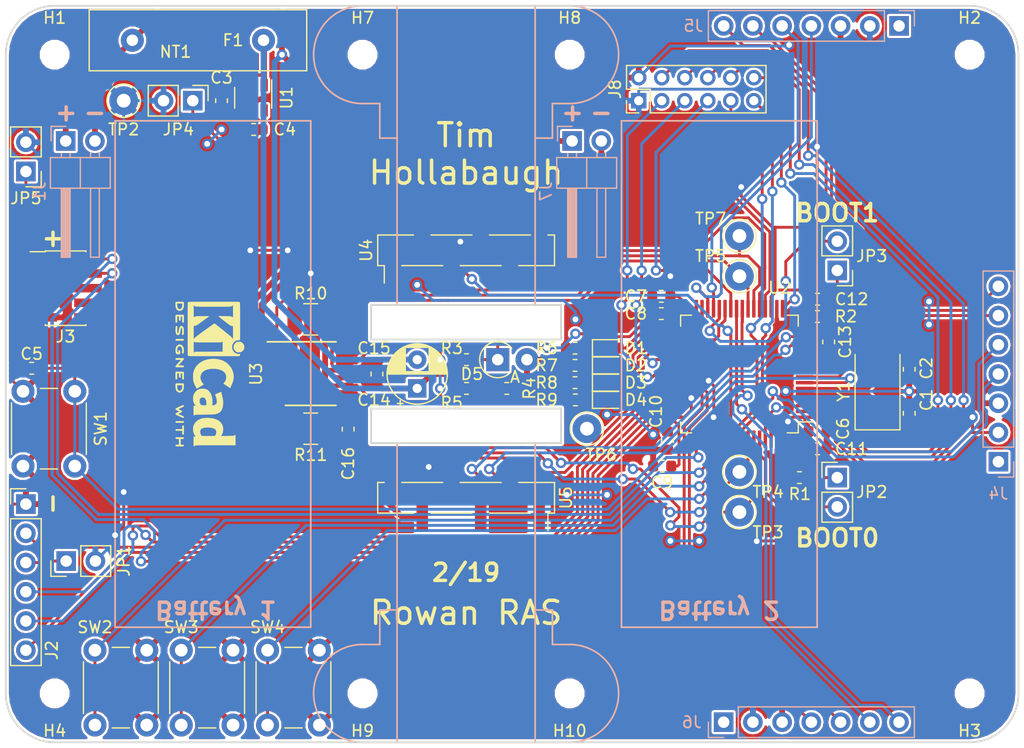
<source format=kicad_pcb>
(kicad_pcb (version 20171130) (host pcbnew 5.0.1)
  (layers (0 F.Cu signal) (31 B.Cu signal) (34 B.Paste user hide) (35 F.Paste user hide) (36 B.SilkS user) (37 F.SilkS user) (38 B.Mask user hide) (39 F.Mask user hide) (44 Edge.Cuts user))
  (net 0 "")
  (net 1 /~M_FAULT)
  (net 2 /M_IN1)
  (net 3 +BATT)
  (net 4 +3V3)
  (net 5 /M_IN3)
  (net 6 /M_IN2)
  (net 7 /M_IN4)
  (net 8 GNDD)
  (net 9 "Net-(D3-Pad1)")
  (net 10 "Net-(D4-Pad1)")
  (net 11 "Net-(D2-Pad1)")
  (net 12 "Net-(D1-Pad1)")
  (net 13 "Net-(JP2-Pad1)")
  (net 14 "Net-(JP3-Pad1)")
  (net 15 "Net-(C3-Pad1)")
  (net 16 "Net-(C4-Pad1)")
  (net 17 /OSC_IN)
  (net 18 /OSC_OUT)
  (net 19 /~RST)
  (net 20 /F_GPIO0)
  (net 21 /F_GPIO1)
  (net 22 /L_GPIO0)
  (net 23 /L_GPIO1)
  (net 24 /R_GPIO0)
  (net 25 /R_GPIO1)
  (net 26 /BOOT1)
  (net 27 /L_SCL)
  (net 28 /L_SDA)
  (net 29 /LED1)
  (net 30 /LED2)
  (net 31 /LED3)
  (net 32 /LED4)
  (net 33 /R_SDA)
  (net 34 /R_SCL)
  (net 35 /TX)
  (net 36 /RX)
  (net 37 /CTS)
  (net 38 /RTS)
  (net 39 /SWDIO)
  (net 40 /SWCLK)
  (net 41 /BTN1)
  (net 42 /BTN2)
  (net 43 /BTN3)
  (net 44 /BOOT0)
  (net 45 /F_SCL)
  (net 46 /F_SDA)
  (net 47 "Net-(J4-Pad1)")
  (net 48 "Net-(J5-Pad1)")
  (net 49 "Net-(J6-Pad1)")
  (net 50 "Net-(J2-Pad3)")
  (net 51 "Net-(J3-Pad1)")
  (net 52 "Net-(J3-Pad6)")
  (net 53 "Net-(J3-Pad7)")
  (net 54 "Net-(J3-Pad8)")
  (net 55 "Net-(C8-Pad1)")
  (net 56 "Net-(C10-Pad1)")
  (net 57 GNDPWR)
  (net 58 /LM_SENSE)
  (net 59 /RM_SENSE)
  (net 60 /LM_1)
  (net 61 /LM_2)
  (net 62 /RM_2)
  (net 63 /RM_1)
  (net 64 /RENC_A)
  (net 65 /RENC_B)
  (net 66 /LENC_A)
  (net 67 /LENC_B)
  (net 68 /BAT_IN)
  (net 69 "Net-(R3-Pad2)")
  (net 70 /VBAT)
  (net 71 "Net-(C16-Pad2)")
  (net 72 /PC13)
  (net 73 /PC14)
  (net 74 /PC15)
  (net 75 /PA2)
  (net 76 /PA3)
  (net 77 /PA4)
  (net 78 /PB0)
  (net 79 /PC7)
  (net 80 /PC8)
  (net 81 /PA15)
  (net 82 /PD2)
  (net 83 /PB4)
  (net 84 /PB5)
  (module Connector_PinHeader_2.00mm:PinHeader_2x06_P2.00mm_Vertical (layer F.Cu) (at 115 76.25 90)
    (fp_text reference J8 (at 1 -2.06 90) (layer F.SilkS))
    (fp_text value Conn_02x06_Odd_Even)
    (pad 1 thru_hole rect (at 0 0 90) (size 1.35 1.35) (drill 0.8) (layers *.Cu *.Mask) (net 4 +3V3))
    (pad 2 thru_hole oval (at 2 0 90) (size 1.35 1.35) (drill 0.8) (layers *.Cu *.Mask) (net 8 GNDD))
    (pad 3 thru_hole oval (at 0 2 90) (size 1.35 1.35) (drill 0.8) (layers *.Cu *.Mask) (net 80 /PC8))
    (pad 4 thru_hole oval (at 2 2 90) (size 1.35 1.35) (drill 0.8) (layers *.Cu *.Mask) (net 72 /PC13))
    (pad 5 thru_hole oval (at 0 4 90) (size 1.35 1.35) (drill 0.8) (layers *.Cu *.Mask) (net 79 /PC7))
    (pad 6 thru_hole oval (at 2 4 90) (size 1.35 1.35) (drill 0.8) (layers *.Cu *.Mask) (net 73 /PC14))
    (pad 7 thru_hole oval (at 0 6 90) (size 1.35 1.35) (drill 0.8) (layers *.Cu *.Mask) (net 78 /PB0))
    (pad 8 thru_hole oval (at 2 6 90) (size 1.35 1.35) (drill 0.8) (layers *.Cu *.Mask) (net 74 /PC15))
    (pad 9 thru_hole oval (at 0 8 90) (size 1.35 1.35) (drill 0.8) (layers *.Cu *.Mask) (net 77 /PA4))
    (pad 10 thru_hole oval (at 2 8 90) (size 1.35 1.35) (drill 0.8) (layers *.Cu *.Mask) (net 76 /PA3))
    (pad 11 thru_hole oval (at 0 10 90) (size 1.35 1.35) (drill 0.8) (layers *.Cu *.Mask) (net 83 /PB4))
    (pad 12 thru_hole oval (at 2 10 90) (size 1.35 1.35) (drill 0.8) (layers *.Cu *.Mask) (net 84 /PB5))
  )
  (module Diode_THT:D_T-1_P2.54mm_Vertical_AnodeUp (layer F.Cu) (at 102.75 98.75)
    (fp_text reference D5 (at -2.25 1.25) (layer F.SilkS))
    (fp_text value D_Zener)
    (fp_text user A (at 1.5 1.5) (layer F.SilkS))
    (pad 1 thru_hole rect (at 0 0) (size 2 2) (drill 1) (layers *.Cu *.Mask) (net 70 /VBAT))
    (pad 2 thru_hole oval (at 2.54 0) (size 2 2) (drill 1) (layers *.Cu *.Mask) (net 8 GNDD))
  )
  (module Connector_PinHeader_2.54mm:PinHeader_1x06_P2.54mm_Vertical_SMD_Pin1Right (layer F.Cu) (at 100 110.75 270)
    (fp_text reference U5 (at 0 -8.68 270) (layer F.SilkS))
    (fp_text value Right_Motor)
    (pad 2 smd rect (at -1.655 -3.81 270) (size 2.51 1) (layers F.Cu F.Paste F.Mask) (net 64 /RENC_A))
    (pad 4 smd rect (at -1.655 1.27 270) (size 2.51 1) (layers F.Cu F.Paste F.Mask) (net 4 +3V3))
    (pad 6 smd rect (at -1.655 6.35 270) (size 2.51 1) (layers F.Cu F.Paste F.Mask) (net 63 /RM_1))
    (pad 1 smd rect (at 1.655 -6.35 270) (size 2.51 1) (layers F.Cu F.Paste F.Mask) (net 8 GNDD))
    (pad 3 smd rect (at 1.655 -1.27 270) (size 2.51 1) (layers F.Cu F.Paste F.Mask) (net 65 /RENC_B))
    (pad 5 smd rect (at 1.655 3.81 270) (size 2.51 1) (layers F.Cu F.Paste F.Mask) (net 62 /RM_2))
  )
  (module Connector_PinHeader_2.54mm:PinHeader_1x06_P2.54mm_Vertical_SMD_Pin1Left (layer F.Cu) (at 100 89.25 90)
    (fp_text reference U4 (at 0 -8.68 90) (layer F.SilkS))
    (fp_text value Left_Motor)
    (pad 1 smd rect (at -1.655 -6.35 90) (size 2.51 1) (layers F.Cu F.Paste F.Mask) (net 8 GNDD))
    (pad 3 smd rect (at -1.655 -1.27 90) (size 2.51 1) (layers F.Cu F.Paste F.Mask) (net 67 /LENC_B))
    (pad 5 smd rect (at -1.655 3.81 90) (size 2.51 1) (layers F.Cu F.Paste F.Mask) (net 60 /LM_1))
    (pad 2 smd rect (at 1.655 -3.81 90) (size 2.51 1) (layers F.Cu F.Paste F.Mask) (net 66 /LENC_A))
    (pad 4 smd rect (at 1.655 1.27 90) (size 2.51 1) (layers F.Cu F.Paste F.Mask) (net 4 +3V3))
    (pad 6 smd rect (at 1.655 6.35 90) (size 2.51 1) (layers F.Cu F.Paste F.Mask) (net 61 /LM_2))
  )
  (module Resistor_SMD:R_1210_3225Metric (layer F.Cu) (at 86.5 95.25 180)
    (fp_text reference R10 (at 0 2.25 180) (layer F.SilkS))
    (fp_text value 500m)
    (pad 2 smd roundrect (at 1.4 0 180) (size 1.25 2.65) (layers F.Cu F.Paste F.Mask) (roundrect_rratio 0.2) (net 58 /LM_SENSE))
    (pad 1 smd roundrect (at -1.4 0 180) (size 1.25 2.65) (layers F.Cu F.Paste F.Mask) (roundrect_rratio 0.2) (net 57 GNDPWR))
  )
  (module Resistor_SMD:R_1210_3225Metric (layer F.Cu) (at 86.5 104.75 180)
    (fp_text reference R11 (at 0 -2.28 180) (layer F.SilkS))
    (fp_text value 500m)
    (pad 1 smd roundrect (at -1.4 0 180) (size 1.25 2.65) (layers F.Cu F.Paste F.Mask) (roundrect_rratio 0.2) (net 57 GNDPWR))
    (pad 2 smd roundrect (at 1.4 0 180) (size 1.25 2.65) (layers F.Cu F.Paste F.Mask) (roundrect_rratio 0.2) (net 59 /RM_SENSE))
  )
  (module Capacitor_SMD:C_0603_1608Metric (layer F.Cu) (at 89.75 104.7875 90)
    (fp_text reference C16 (at -3 0 90) (layer F.SilkS))
    (fp_text value 2.2uF)
    (pad 1 smd roundrect (at -0.7875 0 90) (size 0.875 0.95) (layers F.Cu F.Paste F.Mask) (net 57 GNDPWR))
    (pad 2 smd roundrect (at 0.7875 0 90) (size 0.875 0.95) (layers F.Cu F.Paste F.Mask) (net 71 "Net-(C16-Pad2)"))
  )
  (module Crystal:Crystal_SMD_0603-2Pin_6.0x3.5mm (layer F.Cu) (at 135.75 101.5 90)
    (fp_text reference Y1 (at 0 -2.95 90) (layer F.SilkS))
    (fp_text value DNP)
    (pad 1 smd rect (at -2.2 0 90) (size 1.9 2.5) (layers F.Cu F.Paste F.Mask) (net 17 /OSC_IN))
    (pad 2 smd rect (at 2.2 0 90) (size 1.9 2.5) (layers F.Cu F.Paste F.Mask) (net 18 /OSC_OUT))
  )
  (module Connector_PinHeader_2.54mm:PinHeader_1x02_P2.54mm_Horizontal (layer B.Cu) (at 65.21 79.75 270)
    (fp_text reference J1 (at 4.385 2.27 270) (layer B.SilkS) (effects (justify mirror)))
    (fp_text value Battery)
    (pad 2 thru_hole oval (at 0 -2.54 270) (size 1.7 1.7) (drill 1) (layers *.Cu *.Mask) (net 57 GNDPWR))
    (pad 1 thru_hole rect (at 0 0 270) (size 1.7 1.7) (drill 1) (layers *.Cu *.Mask) (net 68 /BAT_IN))
  )
  (module Connector_PinHeader_2.54mm:PinHeader_1x02_P2.54mm_Horizontal (layer B.Cu) (at 109.21 79.75 270)
    (fp_text reference J7 (at 4.385 2.27 270) (layer B.SilkS) (effects (justify mirror)))
    (fp_text value Battery)
    (pad 1 thru_hole rect (at 0 0 270) (size 1.7 1.7) (drill 1) (layers *.Cu *.Mask) (net 68 /BAT_IN))
    (pad 2 thru_hole oval (at 0 -2.54 270) (size 1.7 1.7) (drill 1) (layers *.Cu *.Mask) (net 57 GNDPWR))
  )
  (module Resistor_SMD:R_0603_1608Metric (layer F.Cu) (at 100.0375 98.75 180)
    (fp_text reference R5 (at 1.2875 -3.75 180) (layer F.SilkS))
    (fp_text value 1k)
    (pad 1 smd roundrect (at -0.7875 0 180) (size 0.875 0.95) (layers F.Cu F.Paste F.Mask) (net 70 /VBAT))
    (pad 2 smd roundrect (at 0.7875 0 180) (size 0.875 0.95) (layers F.Cu F.Paste F.Mask) (net 69 "Net-(R3-Pad2)"))
  )
  (module Resistor_SMD:R_0603_1608Metric (layer F.Cu) (at 103.5375 101.25)
    (fp_text reference R4 (at 1.9625 0 90) (layer F.SilkS))
    (fp_text value 1k)
    (pad 2 smd roundrect (at 0.7875 0) (size 0.875 0.95) (layers F.Cu F.Paste F.Mask) (net 8 GNDD))
    (pad 1 smd roundrect (at -0.7875 0) (size 0.875 0.95) (layers F.Cu F.Paste F.Mask) (net 69 "Net-(R3-Pad2)"))
  )
  (module Resistor_SMD:R_0603_1608Metric (layer F.Cu) (at 100.0375 101.25)
    (fp_text reference R3 (at -1.2875 -3.5) (layer F.SilkS))
    (fp_text value 2k)
    (pad 1 smd roundrect (at -0.7875 0) (size 0.875 0.95) (layers F.Cu F.Paste F.Mask) (net 3 +BATT))
    (pad 2 smd roundrect (at 0.7875 0) (size 0.875 0.95) (layers F.Cu F.Paste F.Mask) (net 69 "Net-(R3-Pad2)"))
  )
  (module Capacitor_SMD:C_0603_1608Metric (layer F.Cu) (at 78.75 76.25 90)
    (fp_text reference C3 (at 2 0 180) (layer F.SilkS))
    (fp_text value 4.7uF)
    (pad 1 smd roundrect (at -0.7875 0 90) (size 0.875 0.95) (layers F.Cu F.Paste F.Mask) (net 15 "Net-(C3-Pad1)"))
    (pad 2 smd roundrect (at 0.7875 0 90) (size 0.875 0.95) (layers F.Cu F.Paste F.Mask) (net 8 GNDD))
  )
  (module Package_SO:TSSOP-16_4.4x5mm_P0.65mm (layer F.Cu) (at 86.5 100)
    (fp_text reference U3 (at -4.75 0 90) (layer F.SilkS))
    (fp_text value DRV8848)
    (pad 16 smd rect (at 2.95 -2.275) (size 1.5 0.45) (layers F.Cu F.Paste F.Mask) (net 2 /M_IN1))
    (pad 15 smd rect (at 2.95 -1.625) (size 1.5 0.45) (layers F.Cu F.Paste F.Mask) (net 6 /M_IN2))
    (pad 14 smd rect (at 2.95 -0.975) (size 1.5 0.45) (layers F.Cu F.Paste F.Mask) (net 71 "Net-(C16-Pad2)"))
    (pad 13 smd rect (at 2.95 -0.325) (size 1.5 0.45) (layers F.Cu F.Paste F.Mask) (net 57 GNDPWR))
    (pad 12 smd rect (at 2.95 0.325) (size 1.5 0.45) (layers F.Cu F.Paste F.Mask) (net 3 +BATT))
    (pad 11 smd rect (at 2.95 0.975) (size 1.5 0.45) (layers F.Cu F.Paste F.Mask) (net 71 "Net-(C16-Pad2)"))
    (pad 10 smd rect (at 2.95 1.625) (size 1.5 0.45) (layers F.Cu F.Paste F.Mask) (net 7 /M_IN4))
    (pad 9 smd rect (at 2.95 2.275) (size 1.5 0.45) (layers F.Cu F.Paste F.Mask) (net 5 /M_IN3))
    (pad 8 smd rect (at -2.95 2.275) (size 1.5 0.45) (layers F.Cu F.Paste F.Mask) (net 1 /~M_FAULT))
    (pad 7 smd rect (at -2.95 1.625) (size 1.5 0.45) (layers F.Cu F.Paste F.Mask) (net 63 /RM_1))
    (pad 6 smd rect (at -2.95 0.975) (size 1.5 0.45) (layers F.Cu F.Paste F.Mask) (net 59 /RM_SENSE))
    (pad 5 smd rect (at -2.95 0.325) (size 1.5 0.45) (layers F.Cu F.Paste F.Mask) (net 62 /RM_2))
    (pad 4 smd rect (at -2.95 -0.325) (size 1.5 0.45) (layers F.Cu F.Paste F.Mask) (net 61 /LM_2))
    (pad 3 smd rect (at -2.95 -0.975) (size 1.5 0.45) (layers F.Cu F.Paste F.Mask) (net 58 /LM_SENSE))
    (pad 2 smd rect (at -2.95 -1.625) (size 1.5 0.45) (layers F.Cu F.Paste F.Mask) (net 60 /LM_1))
    (pad 1 smd rect (at -2.95 -2.275) (size 1.5 0.45) (layers F.Cu F.Paste F.Mask) (net 4 +3V3))
  )
  (module NetTie:NetTie-2_SMD_Pad0.5mm (layer F.Cu) (at 72 73)
    (fp_text reference NT1 (at 2.75 -1) (layer F.SilkS))
    (fp_text value Net-Tie_2)
    (fp_poly (pts (xy -0.5 -0.25) (xy 0.5 -0.25) (xy 0.5 0.25) (xy -0.5 0.25)) (layer F.Cu) (width 0))
    (pad 1 smd circle (at -0.5 0) (size 0.5 0.5) (layers F.Cu) (net 57 GNDPWR))
    (pad 2 smd circle (at 0.5 0) (size 0.5 0.5) (layers F.Cu) (net 8 GNDD))
  )
  (module Connector_PinSocket_2.54mm:PinSocket_1x07_P2.54mm_Vertical (layer B.Cu) (at 137.62 69.75 90)
    (fp_text reference J5 (at 0 -17.87 180) (layer B.SilkS) (effects (justify mirror)))
    (fp_text value Range_Left)
    (pad 1 thru_hole rect (at 0 0 90) (size 1.7 1.7) (drill 1) (layers *.Cu *.Mask) (net 48 "Net-(J5-Pad1)"))
    (pad 2 thru_hole oval (at 0 -2.54 90) (size 1.7 1.7) (drill 1) (layers *.Cu *.Mask) (net 4 +3V3))
    (pad 3 thru_hole oval (at 0 -5.08 90) (size 1.7 1.7) (drill 1) (layers *.Cu *.Mask) (net 8 GNDD))
    (pad 4 thru_hole oval (at 0 -7.62 90) (size 1.7 1.7) (drill 1) (layers *.Cu *.Mask) (net 28 /L_SDA))
    (pad 5 thru_hole oval (at 0 -10.16 90) (size 1.7 1.7) (drill 1) (layers *.Cu *.Mask) (net 27 /L_SCL))
    (pad 6 thru_hole oval (at 0 -12.7 90) (size 1.7 1.7) (drill 1) (layers *.Cu *.Mask) (net 22 /L_GPIO0))
    (pad 7 thru_hole oval (at 0 -15.24 90) (size 1.7 1.7) (drill 1) (layers *.Cu *.Mask) (net 23 /L_GPIO1))
  )
  (module Connector_PinSocket_2.54mm:PinSocket_1x07_P2.54mm_Vertical (layer B.Cu) (at 146.25 107.62)
    (fp_text reference J4 (at 0 2.77) (layer B.SilkS) (effects (justify mirror)))
    (fp_text value Range_Front)
    (pad 7 thru_hole oval (at 0 -15.24) (size 1.7 1.7) (drill 1) (layers *.Cu *.Mask) (net 21 /F_GPIO1))
    (pad 6 thru_hole oval (at 0 -12.7) (size 1.7 1.7) (drill 1) (layers *.Cu *.Mask) (net 20 /F_GPIO0))
    (pad 5 thru_hole oval (at 0 -10.16) (size 1.7 1.7) (drill 1) (layers *.Cu *.Mask) (net 45 /F_SCL))
    (pad 4 thru_hole oval (at 0 -7.62) (size 1.7 1.7) (drill 1) (layers *.Cu *.Mask) (net 46 /F_SDA))
    (pad 3 thru_hole oval (at 0 -5.08) (size 1.7 1.7) (drill 1) (layers *.Cu *.Mask) (net 8 GNDD))
    (pad 2 thru_hole oval (at 0 -2.54) (size 1.7 1.7) (drill 1) (layers *.Cu *.Mask) (net 4 +3V3))
    (pad 1 thru_hole rect (at 0 0) (size 1.7 1.7) (drill 1) (layers *.Cu *.Mask) (net 47 "Net-(J4-Pad1)"))
  )
  (module Connector_PinSocket_2.54mm:PinSocket_1x07_P2.54mm_Vertical (layer B.Cu) (at 122.38 130.25 270)
    (fp_text reference J6 (at 0 2.77 180) (layer B.SilkS) (effects (justify mirror)))
    (fp_text value Range_Right)
    (pad 1 thru_hole rect (at 0 0 270) (size 1.7 1.7) (drill 1) (layers *.Cu *.Mask) (net 49 "Net-(J6-Pad1)"))
    (pad 2 thru_hole oval (at 0 -2.54 270) (size 1.7 1.7) (drill 1) (layers *.Cu *.Mask) (net 4 +3V3))
    (pad 3 thru_hole oval (at 0 -5.08 270) (size 1.7 1.7) (drill 1) (layers *.Cu *.Mask) (net 8 GNDD))
    (pad 4 thru_hole oval (at 0 -7.62 270) (size 1.7 1.7) (drill 1) (layers *.Cu *.Mask) (net 34 /R_SCL))
    (pad 5 thru_hole oval (at 0 -10.16 270) (size 1.7 1.7) (drill 1) (layers *.Cu *.Mask) (net 33 /R_SDA))
    (pad 6 thru_hole oval (at 0 -12.7 270) (size 1.7 1.7) (drill 1) (layers *.Cu *.Mask) (net 24 /R_GPIO0))
    (pad 7 thru_hole oval (at 0 -15.24 270) (size 1.7 1.7) (drill 1) (layers *.Cu *.Mask) (net 25 /R_GPIO1))
  )
  (module MountingHole:MountingHole_2.2mm_M2 (layer F.Cu) (at 64.25 72.25)
    (fp_text reference H1 (at 0 -3.2) (layer F.SilkS))
    (fp_text value MountingHole)
    (pad 1 np_thru_hole circle (at 0 0) (size 2.2 2.2) (drill 2.2) (layers *.Cu *.Mask))
  )
  (module MountingHole:MountingHole_2.2mm_M2 (layer F.Cu) (at 143.75 127.75)
    (fp_text reference H3 (at 0 3.25) (layer F.SilkS))
    (fp_text value MountingHole)
    (pad 1 np_thru_hole circle (at 0 0) (size 2.2 2.2) (drill 2.2) (layers *.Cu *.Mask))
  )
  (module MountingHole:MountingHole_2.2mm_M2 (layer F.Cu) (at 64.25 127.75)
    (fp_text reference H4 (at 0 3.25) (layer F.SilkS))
    (fp_text value MountingHole)
    (pad 1 np_thru_hole circle (at 0 0) (size 2.2 2.2) (drill 2.2) (layers *.Cu *.Mask))
  )
  (module MountingHole:MountingHole_2.2mm_M2 (layer F.Cu) (at 91 72.25)
    (fp_text reference H7 (at 0 -3.2) (layer F.SilkS))
    (fp_text value MountingHole)
    (pad 1 np_thru_hole circle (at 0 0) (size 2.2 2.2) (drill 2.2) (layers *.Cu *.Mask))
  )
  (module MountingHole:MountingHole_2.2mm_M2 (layer F.Cu) (at 109 72.25)
    (fp_text reference H8 (at 0 -3.2) (layer F.SilkS))
    (fp_text value MountingHole)
    (pad 1 np_thru_hole circle (at 0 0) (size 2.2 2.2) (drill 2.2) (layers *.Cu *.Mask))
  )
  (module MountingHole:MountingHole_2.2mm_M2 (layer F.Cu) (at 91 127.75)
    (fp_text reference H9 (at 0 3.25) (layer F.SilkS))
    (fp_text value MountingHole)
    (pad 1 np_thru_hole circle (at 0 0) (size 2.2 2.2) (drill 2.2) (layers *.Cu *.Mask))
  )
  (module MountingHole:MountingHole_2.2mm_M2 (layer F.Cu) (at 109 127.75)
    (fp_text reference H10 (at 0 3.25) (layer F.SilkS))
    (fp_text value MountingHole)
    (pad 1 np_thru_hole circle (at 0 0) (size 2.2 2.2) (drill 2.2) (layers *.Cu *.Mask))
  )
  (module MountingHole:MountingHole_2.2mm_M2 (layer F.Cu) (at 143.75 72.25)
    (fp_text reference H2 (at 0 -3.2) (layer F.SilkS))
    (fp_text value MountingHole)
    (pad 1 np_thru_hole circle (at 0 0) (size 2.2 2.2) (drill 2.2) (layers *.Cu *.Mask))
  )
  (module Capacitor_SMD:C_0603_1608Metric (layer F.Cu) (at 92.25 100 90)
    (fp_text reference C14 (at -2.25 -0.25 180) (layer F.SilkS))
    (fp_text value 0.1uF)
    (pad 1 smd roundrect (at -0.7875 0 90) (size 0.875 0.95) (layers F.Cu F.Paste F.Mask) (net 3 +BATT))
    (pad 2 smd roundrect (at 0.7875 0 90) (size 0.875 0.95) (layers F.Cu F.Paste F.Mask) (net 57 GNDPWR))
  )
  (module Capacitor_SMD:C_0603_1608Metric (layer F.Cu) (at 116.9625 93.25 180)
    (fp_text reference C7 (at 2.2125 0 180) (layer F.SilkS))
    (fp_text value 0.1uF)
    (pad 2 smd roundrect (at 0.7875 0 180) (size 0.875 0.95) (layers F.Cu F.Paste F.Mask) (net 8 GNDD))
    (pad 1 smd roundrect (at -0.7875 0 180) (size 0.875 0.95) (layers F.Cu F.Paste F.Mask) (net 4 +3V3))
  )
  (module Capacitor_SMD:C_0603_1608Metric (layer F.Cu) (at 116.9625 94.75 180)
    (fp_text reference C8 (at 2.2125 0 180) (layer F.SilkS))
    (fp_text value 2.2uF)
    (pad 1 smd roundrect (at -0.7875 0 180) (size 0.875 0.95) (layers F.Cu F.Paste F.Mask) (net 55 "Net-(C8-Pad1)"))
    (pad 2 smd roundrect (at 0.7875 0 180) (size 0.875 0.95) (layers F.Cu F.Paste F.Mask) (net 8 GNDD))
  )
  (module Capacitor_SMD:C_0603_1608Metric (layer F.Cu) (at 117.0375 108 180)
    (fp_text reference C9 (at 0 -1.43 180) (layer F.SilkS))
    (fp_text value 0.1uF)
    (pad 2 smd roundrect (at 0.7875 0 180) (size 0.875 0.95) (layers F.Cu F.Paste F.Mask) (net 8 GNDD))
    (pad 1 smd roundrect (at -0.7875 0 180) (size 0.875 0.95) (layers F.Cu F.Paste F.Mask) (net 4 +3V3))
  )
  (module Capacitor_SMD:C_0603_1608Metric (layer F.Cu) (at 117.5 105.7875 270)
    (fp_text reference C10 (at -2.5375 1 270) (layer F.SilkS))
    (fp_text value 2.2uF)
    (pad 1 smd roundrect (at -0.7875 0 270) (size 0.875 0.95) (layers F.Cu F.Paste F.Mask) (net 56 "Net-(C10-Pad1)"))
    (pad 2 smd roundrect (at 0.7875 0 270) (size 0.875 0.95) (layers F.Cu F.Paste F.Mask) (net 8 GNDD))
  )
  (module Capacitor_SMD:C_0603_1608Metric (layer F.Cu) (at 130.5375 106.5)
    (fp_text reference C11 (at 2.9625 0) (layer F.SilkS))
    (fp_text value 0.1uF)
    (pad 2 smd roundrect (at 0.7875 0) (size 0.875 0.95) (layers F.Cu F.Paste F.Mask) (net 8 GNDD))
    (pad 1 smd roundrect (at -0.7875 0) (size 0.875 0.95) (layers F.Cu F.Paste F.Mask) (net 4 +3V3))
  )
  (module Capacitor_SMD:C_0603_1608Metric (layer F.Cu) (at 130.5375 93.5 180)
    (fp_text reference C12 (at -2.9625 0 180) (layer F.SilkS))
    (fp_text value 0.1uF)
    (pad 1 smd roundrect (at -0.7875 0 180) (size 0.875 0.95) (layers F.Cu F.Paste F.Mask) (net 4 +3V3))
    (pad 2 smd roundrect (at 0.7875 0 180) (size 0.875 0.95) (layers F.Cu F.Paste F.Mask) (net 8 GNDD))
  )
  (module Capacitor_SMD:C_0603_1608Metric (layer F.Cu) (at 131.5 97.2125 270)
    (fp_text reference C13 (at 0 -1.43 270) (layer F.SilkS))
    (fp_text value 1uF)
    (pad 2 smd roundrect (at 0.7875 0 270) (size 0.875 0.95) (layers F.Cu F.Paste F.Mask) (net 8 GNDD))
    (pad 1 smd roundrect (at -0.7875 0 270) (size 0.875 0.95) (layers F.Cu F.Paste F.Mask) (net 4 +3V3))
  )
  (module Capacitor_SMD:C_0603_1608Metric (layer F.Cu) (at 130.5375 105)
    (fp_text reference C6 (at 2.2125 -0.25 90) (layer F.SilkS))
    (fp_text value 0.1uF)
    (pad 1 smd roundrect (at -0.7875 0) (size 0.875 0.95) (layers F.Cu F.Paste F.Mask) (net 4 +3V3))
    (pad 2 smd roundrect (at 0.7875 0) (size 0.875 0.95) (layers F.Cu F.Paste F.Mask) (net 8 GNDD))
  )
  (module Capacitor_THT:CP_Radial_D5.0mm_P2.50mm (layer F.Cu) (at 95.75 101.25 90)
    (fp_text reference C15 (at 3.5 -3.75 180) (layer F.SilkS))
    (fp_text value 22uF)
    (pad 1 thru_hole rect (at 0 0 90) (size 1.6 1.6) (drill 0.8) (layers *.Cu *.Mask) (net 3 +BATT))
    (pad 2 thru_hole circle (at 2.5 0 90) (size 1.6 1.6) (drill 0.8) (layers *.Cu *.Mask) (net 57 GNDPWR))
  )
  (module Button_Switch_THT:SW_PUSH_6mm (layer F.Cu) (at 61.5 108 90)
    (fp_text reference SW1 (at 3.25 6.75 270) (layer F.SilkS))
    (fp_text value RST)
    (pad 1 thru_hole circle (at 6.5 0 180) (size 2 2) (drill 1.1) (layers *.Cu *.Mask) (net 8 GNDD))
    (pad 2 thru_hole circle (at 6.5 4.5 180) (size 2 2) (drill 1.1) (layers *.Cu *.Mask) (net 19 /~RST))
    (pad 1 thru_hole circle (at 0 0 180) (size 2 2) (drill 1.1) (layers *.Cu *.Mask) (net 8 GNDD))
    (pad 2 thru_hole circle (at 0 4.5 180) (size 2 2) (drill 1.1) (layers *.Cu *.Mask) (net 19 /~RST))
  )
  (module Button_Switch_THT:SW_PUSH_6mm (layer F.Cu) (at 67.75 130.5 90)
    (fp_text reference SW2 (at 8.5 0 180) (layer F.SilkS))
    (fp_text value SW_Push)
    (pad 2 thru_hole circle (at 0 4.5 180) (size 2 2) (drill 1.1) (layers *.Cu *.Mask) (net 8 GNDD))
    (pad 1 thru_hole circle (at 0 0 180) (size 2 2) (drill 1.1) (layers *.Cu *.Mask) (net 41 /BTN1))
    (pad 2 thru_hole circle (at 6.5 4.5 180) (size 2 2) (drill 1.1) (layers *.Cu *.Mask) (net 8 GNDD))
    (pad 1 thru_hole circle (at 6.5 0 180) (size 2 2) (drill 1.1) (layers *.Cu *.Mask) (net 41 /BTN1))
  )
  (module Button_Switch_THT:SW_PUSH_6mm (layer F.Cu) (at 75.25 130.5 90)
    (fp_text reference SW3 (at 8.5 0 180) (layer F.SilkS))
    (fp_text value SW_Push)
    (pad 1 thru_hole circle (at 6.5 0 180) (size 2 2) (drill 1.1) (layers *.Cu *.Mask) (net 42 /BTN2))
    (pad 2 thru_hole circle (at 6.5 4.5 180) (size 2 2) (drill 1.1) (layers *.Cu *.Mask) (net 8 GNDD))
    (pad 1 thru_hole circle (at 0 0 180) (size 2 2) (drill 1.1) (layers *.Cu *.Mask) (net 42 /BTN2))
    (pad 2 thru_hole circle (at 0 4.5 180) (size 2 2) (drill 1.1) (layers *.Cu *.Mask) (net 8 GNDD))
  )
  (module Button_Switch_THT:SW_PUSH_6mm (layer F.Cu) (at 82.75 130.5 90)
    (fp_text reference SW4 (at 8.5 0 180) (layer F.SilkS))
    (fp_text value SW_Push)
    (pad 2 thru_hole circle (at 0 4.5 180) (size 2 2) (drill 1.1) (layers *.Cu *.Mask) (net 8 GNDD))
    (pad 1 thru_hole circle (at 0 0 180) (size 2 2) (drill 1.1) (layers *.Cu *.Mask) (net 43 /BTN3))
    (pad 2 thru_hole circle (at 6.5 4.5 180) (size 2 2) (drill 1.1) (layers *.Cu *.Mask) (net 8 GNDD))
    (pad 1 thru_hole circle (at 6.5 0 180) (size 2 2) (drill 1.1) (layers *.Cu *.Mask) (net 43 /BTN3))
  )
  (module Capacitor_SMD:C_0603_1608Metric (layer F.Cu) (at 138.5 103.4125 90)
    (fp_text reference C1 (at 1.1625 1.5 90) (layer F.SilkS))
    (fp_text value DNP)
    (pad 1 smd roundrect (at -0.7875 0 90) (size 0.875 0.95) (layers F.Cu F.Paste F.Mask) (net 17 /OSC_IN))
    (pad 2 smd roundrect (at 0.7875 0 90) (size 0.875 0.95) (layers F.Cu F.Paste F.Mask) (net 8 GNDD))
  )
  (module Capacitor_SMD:C_0603_1608Metric (layer F.Cu) (at 138.5 99.5875 270)
    (fp_text reference C2 (at -0.0875 -1.5 270) (layer F.SilkS))
    (fp_text value DNP)
    (pad 2 smd roundrect (at 0.7875 0 270) (size 0.875 0.95) (layers F.Cu F.Paste F.Mask) (net 8 GNDD))
    (pad 1 smd roundrect (at -0.7875 0 270) (size 0.875 0.95) (layers F.Cu F.Paste F.Mask) (net 18 /OSC_OUT))
  )
  (module Capacitor_SMD:C_0603_1608Metric (layer F.Cu) (at 81.5375 78.75 180)
    (fp_text reference C4 (at -2.7125 0 180) (layer F.SilkS))
    (fp_text value 2.2uF)
    (pad 2 smd roundrect (at 0.7875 0 180) (size 0.875 0.95) (layers F.Cu F.Paste F.Mask) (net 8 GNDD))
    (pad 1 smd roundrect (at -0.7875 0 180) (size 0.875 0.95) (layers F.Cu F.Paste F.Mask) (net 16 "Net-(C4-Pad1)"))
  )
  (module Capacitor_SMD:C_0603_1608Metric (layer F.Cu) (at 62.25 99.5 180)
    (fp_text reference C5 (at 0 1.25 180) (layer F.SilkS))
    (fp_text value 100nF)
    (pad 1 smd roundrect (at -0.7875 0 180) (size 0.875 0.95) (layers F.Cu F.Paste F.Mask) (net 19 /~RST))
    (pad 2 smd roundrect (at 0.7875 0 180) (size 0.875 0.95) (layers F.Cu F.Paste F.Mask) (net 8 GNDD))
  )
  (module Connector_PinHeader_1.27mm:PinHeader_2x05_P1.27mm_Vertical_SMD (layer F.Cu) (at 65.2 92.54)
    (fp_text reference J3 (at 0 4.21) (layer F.SilkS))
    (fp_text value Conn_ARM_JTAG_SWD_10)
    (pad 1 smd rect (at -1.95 -2.54) (size 2.4 0.74) (layers F.Cu F.Paste F.Mask) (net 51 "Net-(J3-Pad1)"))
    (pad 2 smd rect (at 1.95 -2.54) (size 2.4 0.74) (layers F.Cu F.Paste F.Mask) (net 39 /SWDIO))
    (pad 3 smd rect (at -1.95 -1.27) (size 2.4 0.74) (layers F.Cu F.Paste F.Mask) (net 8 GNDD))
    (pad 4 smd rect (at 1.95 -1.27) (size 2.4 0.74) (layers F.Cu F.Paste F.Mask) (net 40 /SWCLK))
    (pad 5 smd rect (at -1.95 0) (size 2.4 0.74) (layers F.Cu F.Paste F.Mask) (net 8 GNDD))
    (pad 6 smd rect (at 1.95 0) (size 2.4 0.74) (layers F.Cu F.Paste F.Mask) (net 52 "Net-(J3-Pad6)"))
    (pad 7 smd rect (at -1.95 1.27) (size 2.4 0.74) (layers F.Cu F.Paste F.Mask) (net 53 "Net-(J3-Pad7)"))
    (pad 8 smd rect (at 1.95 1.27) (size 2.4 0.74) (layers F.Cu F.Paste F.Mask) (net 54 "Net-(J3-Pad8)"))
    (pad 9 smd rect (at -1.95 2.54) (size 2.4 0.74) (layers F.Cu F.Paste F.Mask) (net 8 GNDD))
    (pad 10 smd rect (at 1.95 2.54) (size 2.4 0.74) (layers F.Cu F.Paste F.Mask) (net 19 /~RST))
  )
  (module Connector_PinHeader_2.54mm:PinHeader_1x02_P2.54mm_Vertical (layer F.Cu) (at 76.25 76.25 270)
    (fp_text reference JP4 (at 2.5 1.25) (layer F.SilkS))
    (fp_text value BAT_PWR)
    (pad 1 thru_hole rect (at 0 0 270) (size 1.7 1.7) (drill 1) (layers *.Cu *.Mask) (net 16 "Net-(C4-Pad1)"))
    (pad 2 thru_hole oval (at 0 2.54 270) (size 1.7 1.7) (drill 1) (layers *.Cu *.Mask) (net 4 +3V3))
  )
  (module Connector_PinHeader_2.54mm:PinHeader_1x02_P2.54mm_Vertical (layer F.Cu) (at 65.25 116.25 90)
    (fp_text reference JP1 (at 0 5 90) (layer F.SilkS))
    (fp_text value UART_PWR)
    (pad 2 thru_hole oval (at 0 2.54 90) (size 1.7 1.7) (drill 1) (layers *.Cu *.Mask) (net 4 +3V3))
    (pad 1 thru_hole rect (at 0 0 90) (size 1.7 1.7) (drill 1) (layers *.Cu *.Mask) (net 50 "Net-(J2-Pad3)"))
  )
  (module Connector_PinHeader_2.54mm:PinHeader_1x02_P2.54mm_Vertical (layer F.Cu) (at 132.25 109)
    (fp_text reference JP2 (at 3 1.25) (layer F.SilkS))
    (fp_text value BOOT0)
    (pad 1 thru_hole rect (at 0 0) (size 1.7 1.7) (drill 1) (layers *.Cu *.Mask) (net 13 "Net-(JP2-Pad1)"))
    (pad 2 thru_hole oval (at 0 2.54) (size 1.7 1.7) (drill 1) (layers *.Cu *.Mask) (net 44 /BOOT0))
  )
  (module Connector_PinHeader_2.54mm:PinHeader_1x02_P2.54mm_Vertical (layer F.Cu) (at 61.75 82.4 180)
    (fp_text reference JP5 (at 0 -2.33 180) (layer F.SilkS))
    (fp_text value PROG_PWR)
    (pad 2 thru_hole oval (at 0 2.54 180) (size 1.7 1.7) (drill 1) (layers *.Cu *.Mask) (net 4 +3V3))
    (pad 1 thru_hole rect (at 0 0 180) (size 1.7 1.7) (drill 1) (layers *.Cu *.Mask) (net 51 "Net-(J3-Pad1)"))
  )
  (module Connector_PinHeader_2.54mm:PinHeader_1x02_P2.54mm_Vertical (layer F.Cu) (at 132.25 91 180)
    (fp_text reference JP3 (at -3 1.25 180) (layer F.SilkS))
    (fp_text value BOOT1)
    (pad 1 thru_hole rect (at 0 0 180) (size 1.7 1.7) (drill 1) (layers *.Cu *.Mask) (net 14 "Net-(JP3-Pad1)"))
    (pad 2 thru_hole oval (at 0 2.54 180) (size 1.7 1.7) (drill 1) (layers *.Cu *.Mask) (net 26 /BOOT1))
  )
  (module Connector_PinHeader_2.54mm:PinHeader_1x06_P2.54mm_Vertical (layer F.Cu) (at 61.75 111.3)
    (fp_text reference J2 (at 2.25 12.7 270) (layer F.SilkS))
    (fp_text value Conn_01x06_Male)
    (pad 1 thru_hole rect (at 0 0) (size 1.7 1.7) (drill 1) (layers *.Cu *.Mask) (net 8 GNDD))
    (pad 2 thru_hole oval (at 0 2.54) (size 1.7 1.7) (drill 1) (layers *.Cu *.Mask) (net 37 /CTS))
    (pad 3 thru_hole oval (at 0 5.08) (size 1.7 1.7) (drill 1) (layers *.Cu *.Mask) (net 50 "Net-(J2-Pad3)"))
    (pad 4 thru_hole oval (at 0 7.62) (size 1.7 1.7) (drill 1) (layers *.Cu *.Mask) (net 36 /RX))
    (pad 5 thru_hole oval (at 0 10.16) (size 1.7 1.7) (drill 1) (layers *.Cu *.Mask) (net 35 /TX))
    (pad 6 thru_hole oval (at 0 12.7) (size 1.7 1.7) (drill 1) (layers *.Cu *.Mask) (net 38 /RTS))
  )
  (module Fuse:Fuse_Littelfuse-LVR100 (layer F.Cu) (at 82.4 71 180)
    (fp_text reference F1 (at 2.65 0 180) (layer F.SilkS))
    (fp_text value 2A)
    (pad 2 thru_hole circle (at 11.4 0 180) (size 2 2) (drill 1) (layers *.Cu *.Mask) (net 68 /BAT_IN))
    (pad 1 thru_hole circle (at 0 0 180) (size 2 2) (drill 1) (layers *.Cu *.Mask) (net 3 +BATT))
  )
  (module LED_SMD:LED_0603_1608Metric (layer F.Cu) (at 112.4625 97.75)
    (fp_text reference D1 (at 2.2875 0) (layer F.SilkS))
    (fp_text value LED)
    (pad 2 smd roundrect (at 0.7875 0) (size 0.875 0.95) (layers F.Cu F.Paste F.Mask) (net 29 /LED1))
    (pad 1 smd roundrect (at -0.7875 0) (size 0.875 0.95) (layers F.Cu F.Paste F.Mask) (net 12 "Net-(D1-Pad1)"))
  )
  (module LED_SMD:LED_0603_1608Metric (layer F.Cu) (at 112.4625 99.25)
    (fp_text reference D2 (at 2.2875 0) (layer F.SilkS))
    (fp_text value LED)
    (pad 1 smd roundrect (at -0.7875 0) (size 0.875 0.95) (layers F.Cu F.Paste F.Mask) (net 11 "Net-(D2-Pad1)"))
    (pad 2 smd roundrect (at 0.7875 0) (size 0.875 0.95) (layers F.Cu F.Paste F.Mask) (net 30 /LED2))
  )
  (module LED_SMD:LED_0603_1608Metric (layer F.Cu) (at 112.4625 100.75)
    (fp_text reference D3 (at 2.2875 0) (layer F.SilkS))
    (fp_text value LED)
    (pad 2 smd roundrect (at 0.7875 0) (size 0.875 0.95) (layers F.Cu F.Paste F.Mask) (net 31 /LED3))
    (pad 1 smd roundrect (at -0.7875 0) (size 0.875 0.95) (layers F.Cu F.Paste F.Mask) (net 9 "Net-(D3-Pad1)"))
  )
  (module LED_SMD:LED_0603_1608Metric (layer F.Cu) (at 112.4625 102.25)
    (fp_text reference D4 (at 2.2875 0) (layer F.SilkS))
    (fp_text value LED)
    (pad 1 smd roundrect (at -0.7875 0) (size 0.875 0.95) (layers F.Cu F.Paste F.Mask) (net 10 "Net-(D4-Pad1)"))
    (pad 2 smd roundrect (at 0.7875 0) (size 0.875 0.95) (layers F.Cu F.Paste F.Mask) (net 32 /LED4))
  )
  (module Package_QFP:LQFP-64_10x10mm_P0.5mm (layer F.Cu) (at 123.75 100 180)
    (fp_text reference U2 (at -3.5 7.5 180) (layer F.SilkS))
    (fp_text value STM32F405RGTx)
    (pad 1 smd roundrect (at -5.675 -3.75 180) (size 1.55 0.3) (layers F.Cu F.Paste F.Mask) (net 4 +3V3))
    (pad 2 smd roundrect (at -5.675 -3.25 180) (size 1.55 0.3) (layers F.Cu F.Paste F.Mask) (net 72 /PC13))
    (pad 3 smd roundrect (at -5.675 -2.75 180) (size 1.55 0.3) (layers F.Cu F.Paste F.Mask) (net 73 /PC14))
    (pad 4 smd roundrect (at -5.675 -2.25 180) (size 1.55 0.3) (layers F.Cu F.Paste F.Mask) (net 74 /PC15))
    (pad 5 smd roundrect (at -5.675 -1.75 180) (size 1.55 0.3) (layers F.Cu F.Paste F.Mask) (net 17 /OSC_IN))
    (pad 6 smd roundrect (at -5.675 -1.25 180) (size 1.55 0.3) (layers F.Cu F.Paste F.Mask) (net 18 /OSC_OUT))
    (pad 7 smd roundrect (at -5.675 -0.75 180) (size 1.55 0.3) (layers F.Cu F.Paste F.Mask) (net 19 /~RST))
    (pad 8 smd roundrect (at -5.675 -0.25 180) (size 1.55 0.3) (layers F.Cu F.Paste F.Mask) (net 20 /F_GPIO0))
    (pad 9 smd roundrect (at -5.675 0.25 180) (size 1.55 0.3) (layers F.Cu F.Paste F.Mask) (net 21 /F_GPIO1))
    (pad 10 smd roundrect (at -5.675 0.75 180) (size 1.55 0.3) (layers F.Cu F.Paste F.Mask) (net 22 /L_GPIO0))
    (pad 11 smd roundrect (at -5.675 1.25 180) (size 1.55 0.3) (layers F.Cu F.Paste F.Mask) (net 23 /L_GPIO1))
    (pad 12 smd roundrect (at -5.675 1.75 180) (size 1.55 0.3) (layers F.Cu F.Paste F.Mask) (net 8 GNDD))
    (pad 13 smd roundrect (at -5.675 2.25 180) (size 1.55 0.3) (layers F.Cu F.Paste F.Mask) (net 4 +3V3))
    (pad 14 smd roundrect (at -5.675 2.75 180) (size 1.55 0.3) (layers F.Cu F.Paste F.Mask) (net 64 /RENC_A))
    (pad 15 smd roundrect (at -5.675 3.25 180) (size 1.55 0.3) (layers F.Cu F.Paste F.Mask) (net 65 /RENC_B))
    (pad 16 smd roundrect (at -5.675 3.75 180) (size 1.55 0.3) (layers F.Cu F.Paste F.Mask) (net 75 /PA2))
    (pad 17 smd roundrect (at -3.75 5.675 180) (size 0.3 1.55) (layers F.Cu F.Paste F.Mask) (net 76 /PA3))
    (pad 18 smd roundrect (at -3.25 5.675 180) (size 0.3 1.55) (layers F.Cu F.Paste F.Mask) (net 8 GNDD))
    (pad 19 smd roundrect (at -2.75 5.675 180) (size 0.3 1.55) (layers F.Cu F.Paste F.Mask) (net 4 +3V3))
    (pad 20 smd roundrect (at -2.25 5.675 180) (size 0.3 1.55) (layers F.Cu F.Paste F.Mask) (net 77 /PA4))
    (pad 21 smd roundrect (at -1.75 5.675 180) (size 0.3 1.55) (layers F.Cu F.Paste F.Mask) (net 66 /LENC_A))
    (pad 22 smd roundrect (at -1.25 5.675 180) (size 0.3 1.55) (layers F.Cu F.Paste F.Mask) (net 2 /M_IN1))
    (pad 23 smd roundrect (at -0.75 5.675 180) (size 0.3 1.55) (layers F.Cu F.Paste F.Mask) (net 6 /M_IN2))
    (pad 24 smd roundrect (at -0.25 5.675 180) (size 0.3 1.55) (layers F.Cu F.Paste F.Mask) (net 24 /R_GPIO0))
    (pad 25 smd roundrect (at 0.25 5.675 180) (size 0.3 1.55) (layers F.Cu F.Paste F.Mask) (net 25 /R_GPIO1))
    (pad 26 smd roundrect (at 0.75 5.675 180) (size 0.3 1.55) (layers F.Cu F.Paste F.Mask) (net 78 /PB0))
    (pad 27 smd roundrect (at 1.25 5.675 180) (size 0.3 1.55) (layers F.Cu F.Paste F.Mask) (net 70 /VBAT))
    (pad 28 smd roundrect (at 1.75 5.675 180) (size 0.3 1.55) (layers F.Cu F.Paste F.Mask) (net 26 /BOOT1))
    (pad 29 smd roundrect (at 2.25 5.675 180) (size 0.3 1.55) (layers F.Cu F.Paste F.Mask) (net 27 /L_SCL))
    (pad 30 smd roundrect (at 2.75 5.675 180) (size 0.3 1.55) (layers F.Cu F.Paste F.Mask) (net 28 /L_SDA))
    (pad 31 smd roundrect (at 3.25 5.675 180) (size 0.3 1.55) (layers F.Cu F.Paste F.Mask) (net 55 "Net-(C8-Pad1)"))
    (pad 32 smd roundrect (at 3.75 5.675 180) (size 0.3 1.55) (layers F.Cu F.Paste F.Mask) (net 4 +3V3))
    (pad 33 smd roundrect (at 5.675 3.75 180) (size 1.55 0.3) (layers F.Cu F.Paste F.Mask) (net 29 /LED1))
    (pad 34 smd roundrect (at 5.675 3.25 180) (size 1.55 0.3) (layers F.Cu F.Paste F.Mask) (net 30 /LED2))
    (pad 35 smd roundrect (at 5.675 2.75 180) (size 1.55 0.3) (layers F.Cu F.Paste F.Mask) (net 31 /LED3))
    (pad 36 smd roundrect (at 5.675 2.25 180) (size 1.55 0.3) (layers F.Cu F.Paste F.Mask) (net 32 /LED4))
    (pad 37 smd roundrect (at 5.675 1.75 180) (size 1.55 0.3) (layers F.Cu F.Paste F.Mask) (net 1 /~M_FAULT))
    (pad 38 smd roundrect (at 5.675 1.25 180) (size 1.55 0.3) (layers F.Cu F.Paste F.Mask) (net 79 /PC7))
    (pad 39 smd roundrect (at 5.675 0.75 180) (size 1.55 0.3) (layers F.Cu F.Paste F.Mask) (net 80 /PC8))
    (pad 40 smd roundrect (at 5.675 0.25 180) (size 1.55 0.3) (layers F.Cu F.Paste F.Mask) (net 33 /R_SDA))
    (pad 41 smd roundrect (at 5.675 -0.25 180) (size 1.55 0.3) (layers F.Cu F.Paste F.Mask) (net 34 /R_SCL))
    (pad 42 smd roundrect (at 5.675 -0.75 180) (size 1.55 0.3) (layers F.Cu F.Paste F.Mask) (net 35 /TX))
    (pad 43 smd roundrect (at 5.675 -1.25 180) (size 1.55 0.3) (layers F.Cu F.Paste F.Mask) (net 36 /RX))
    (pad 44 smd roundrect (at 5.675 -1.75 180) (size 1.55 0.3) (layers F.Cu F.Paste F.Mask) (net 37 /CTS))
    (pad 45 smd roundrect (at 5.675 -2.25 180) (size 1.55 0.3) (layers F.Cu F.Paste F.Mask) (net 38 /RTS))
    (pad 46 smd roundrect (at 5.675 -2.75 180) (size 1.55 0.3) (layers F.Cu F.Paste F.Mask) (net 39 /SWDIO))
    (pad 47 smd roundrect (at 5.675 -3.25 180) (size 1.55 0.3) (layers F.Cu F.Paste F.Mask) (net 56 "Net-(C10-Pad1)"))
    (pad 48 smd roundrect (at 5.675 -3.75 180) (size 1.55 0.3) (layers F.Cu F.Paste F.Mask) (net 4 +3V3))
    (pad 49 smd roundrect (at 3.75 -5.675 180) (size 0.3 1.55) (layers F.Cu F.Paste F.Mask) (net 40 /SWCLK))
    (pad 50 smd roundrect (at 3.25 -5.675 180) (size 0.3 1.55) (layers F.Cu F.Paste F.Mask) (net 81 /PA15))
    (pad 51 smd roundrect (at 2.75 -5.675 180) (size 0.3 1.55) (layers F.Cu F.Paste F.Mask) (net 41 /BTN1))
    (pad 52 smd roundrect (at 2.25 -5.675 180) (size 0.3 1.55) (layers F.Cu F.Paste F.Mask) (net 42 /BTN2))
    (pad 53 smd roundrect (at 1.75 -5.675 180) (size 0.3 1.55) (layers F.Cu F.Paste F.Mask) (net 43 /BTN3))
    (pad 54 smd roundrect (at 1.25 -5.675 180) (size 0.3 1.55) (layers F.Cu F.Paste F.Mask) (net 82 /PD2))
    (pad 55 smd roundrect (at 0.75 -5.675 180) (size 0.3 1.55) (layers F.Cu F.Paste F.Mask) (net 67 /LENC_B))
    (pad 56 smd roundrect (at 0.25 -5.675 180) (size 0.3 1.55) (layers F.Cu F.Paste F.Mask) (net 83 /PB4))
    (pad 57 smd roundrect (at -0.25 -5.675 180) (size 0.3 1.55) (layers F.Cu F.Paste F.Mask) (net 84 /PB5))
    (pad 58 smd roundrect (at -0.75 -5.675 180) (size 0.3 1.55) (layers F.Cu F.Paste F.Mask) (net 5 /M_IN3))
    (pad 59 smd roundrect (at -1.25 -5.675 180) (size 0.3 1.55) (layers F.Cu F.Paste F.Mask) (net 7 /M_IN4))
    (pad 60 smd roundrect (at -1.75 -5.675 180) (size 0.3 1.55) (layers F.Cu F.Paste F.Mask) (net 44 /BOOT0))
    (pad 61 smd roundrect (at -2.25 -5.675 180) (size 0.3 1.55) (layers F.Cu F.Paste F.Mask) (net 45 /F_SCL))
    (pad 62 smd roundrect (at -2.75 -5.675 180) (size 0.3 1.55) (layers F.Cu F.Paste F.Mask) (net 46 /F_SDA))
    (pad 63 smd roundrect (at -3.25 -5.675 180) (size 0.3 1.55) (layers F.Cu F.Paste F.Mask) (net 8 GNDD))
    (pad 64 smd roundrect (at -3.75 -5.675 180) (size 0.3 1.55) (layers F.Cu F.Paste F.Mask) (net 4 +3V3))
  )
  (module Package_TO_SOT_SMD:SOT-23-5 (layer F.Cu) (at 81.5 76 270)
    (fp_text reference U1 (at 0 -2.9 270) (layer F.SilkS))
    (fp_text value MIC5205-3.3YM5)
    (pad 1 smd rect (at -1.1 -0.95 270) (size 1.06 0.65) (layers F.Cu F.Paste F.Mask) (net 3 +BATT))
    (pad 2 smd rect (at -1.1 0 270) (size 1.06 0.65) (layers F.Cu F.Paste F.Mask) (net 8 GNDD))
    (pad 3 smd rect (at -1.1 0.95 270) (size 1.06 0.65) (layers F.Cu F.Paste F.Mask) (net 3 +BATT))
    (pad 4 smd rect (at 1.1 0.95 270) (size 1.06 0.65) (layers F.Cu F.Paste F.Mask) (net 15 "Net-(C3-Pad1)"))
    (pad 5 smd rect (at 1.1 -0.95 270) (size 1.06 0.65) (layers F.Cu F.Paste F.Mask) (net 16 "Net-(C4-Pad1)"))
  )
  (module Resistor_SMD:R_0603_1608Metric (layer F.Cu) (at 130.5375 95 180)
    (fp_text reference R2 (at -2.4625 0 180) (layer F.SilkS))
    (fp_text value 10K)
    (pad 1 smd roundrect (at -0.7875 0 180) (size 0.875 0.95) (layers F.Cu F.Paste F.Mask) (net 14 "Net-(JP3-Pad1)"))
    (pad 2 smd roundrect (at 0.7875 0 180) (size 0.875 0.95) (layers F.Cu F.Paste F.Mask) (net 8 GNDD))
  )
  (module Resistor_SMD:R_0603_1608Metric (layer F.Cu) (at 128.9625 109 180)
    (fp_text reference R1 (at -0.0375 -1.43 180) (layer F.SilkS))
    (fp_text value 10K)
    (pad 2 smd roundrect (at 0.7875 0 180) (size 0.875 0.95) (layers F.Cu F.Paste F.Mask) (net 8 GNDD))
    (pad 1 smd roundrect (at -0.7875 0 180) (size 0.875 0.95) (layers F.Cu F.Paste F.Mask) (net 13 "Net-(JP2-Pad1)"))
  )
  (module Resistor_SMD:R_0603_1608Metric (layer F.Cu) (at 109.4625 97.75)
    (fp_text reference R6 (at -2.4625 0) (layer F.SilkS))
    (fp_text value 330)
    (pad 2 smd roundrect (at 0.7875 0) (size 0.875 0.95) (layers F.Cu F.Paste F.Mask) (net 12 "Net-(D1-Pad1)"))
    (pad 1 smd roundrect (at -0.7875 0) (size 0.875 0.95) (layers F.Cu F.Paste F.Mask) (net 8 GNDD))
  )
  (module Resistor_SMD:R_0603_1608Metric (layer F.Cu) (at 109.4625 99.25)
    (fp_text reference R7 (at -2.4625 0) (layer F.SilkS))
    (fp_text value 330)
    (pad 1 smd roundrect (at -0.7875 0) (size 0.875 0.95) (layers F.Cu F.Paste F.Mask) (net 8 GNDD))
    (pad 2 smd roundrect (at 0.7875 0) (size 0.875 0.95) (layers F.Cu F.Paste F.Mask) (net 11 "Net-(D2-Pad1)"))
  )
  (module Resistor_SMD:R_0603_1608Metric (layer F.Cu) (at 109.5 102.25)
    (fp_text reference R9 (at -2.5 0) (layer F.SilkS))
    (fp_text value 330)
    (pad 2 smd roundrect (at 0.7875 0) (size 0.875 0.95) (layers F.Cu F.Paste F.Mask) (net 10 "Net-(D4-Pad1)"))
    (pad 1 smd roundrect (at -0.7875 0) (size 0.875 0.95) (layers F.Cu F.Paste F.Mask) (net 8 GNDD))
  )
  (module Resistor_SMD:R_0603_1608Metric (layer F.Cu) (at 109.4625 100.75)
    (fp_text reference R8 (at -2.4625 0) (layer F.SilkS))
    (fp_text value 330)
    (pad 1 smd roundrect (at -0.7875 0) (size 0.875 0.95) (layers F.Cu F.Paste F.Mask) (net 8 GNDD))
    (pad 2 smd roundrect (at 0.7875 0) (size 0.875 0.95) (layers F.Cu F.Paste F.Mask) (net 9 "Net-(D3-Pad1)"))
  )
  (module TestPoint:TestPoint_THTPad_D2.5mm_Drill1.2mm (layer F.Cu) (at 123.75 112)
    (fp_text reference TP3 (at 2.5 1.75) (layer F.SilkS))
    (fp_text value M_IN4)
    (pad 1 thru_hole circle (at 0 0) (size 2.5 2.5) (drill 1.2) (layers *.Cu *.Mask) (net 7 /M_IN4))
  )
  (module TestPoint:TestPoint_THTPad_D2.5mm_Drill1.2mm (layer F.Cu) (at 123.75 91.5)
    (fp_text reference TP5 (at -2.5 -1.75) (layer F.SilkS))
    (fp_text value M_IN2)
    (pad 1 thru_hole circle (at 0 0) (size 2.5 2.5) (drill 1.2) (layers *.Cu *.Mask) (net 6 /M_IN2))
  )
  (module TestPoint:TestPoint_THTPad_D2.5mm_Drill1.2mm (layer F.Cu) (at 123.75 108.5)
    (fp_text reference TP4 (at 2.5 1.75) (layer F.SilkS))
    (fp_text value M_IN3)
    (pad 1 thru_hole circle (at 0 0) (size 2.5 2.5) (drill 1.2) (layers *.Cu *.Mask) (net 5 /M_IN3))
  )
  (module TestPoint:TestPoint_THTPad_D2.5mm_Drill1.2mm (layer F.Cu) (at 70.25 76.25)
    (fp_text reference TP2 (at 0 2.5) (layer F.SilkS))
    (fp_text value 3.3v)
    (pad 1 thru_hole circle (at 0 0) (size 2.5 2.5) (drill 1.2) (layers *.Cu *.Mask) (net 4 +3V3))
  )
  (module TestPoint:TestPoint_THTPad_D2.5mm_Drill1.2mm (layer F.Cu) (at 123.75 88)
    (fp_text reference TP7 (at -2.5 -1.5) (layer F.SilkS))
    (fp_text value M_IN1)
    (pad 1 thru_hole circle (at 0 0) (size 2.5 2.5) (drill 1.2) (layers *.Cu *.Mask) (net 2 /M_IN1))
  )
  (module TestPoint:TestPoint_THTPad_D2.5mm_Drill1.2mm (layer F.Cu) (at 110.5 104.75)
    (fp_text reference TP6 (at 1.25 2.25) (layer F.SilkS))
    (fp_text value ~M_FAULT)
    (pad 1 thru_hole circle (at 0 0) (size 2.5 2.5) (drill 1.2) (layers *.Cu *.Mask) (net 1 /~M_FAULT))
  )
  (module Symbol:KiCad-Logo2_6mm_SilkScreen (layer F.Cu) (at 77.75 100 270)
    (fp_text reference REF** hide)
    (fp_text value KiCad-Logo2_6mm_SilkScreen hide)
  )
  (gr_text BOOT1 (at 132.25 86) (layer F.SilkS) (effects (font (size 1.5 1.5) (thickness 0.3))))
  (gr_text BOOT0 (at 132.25 114.25) (layer F.SilkS) (effects (font (size 1.5 1.5) (thickness 0.3))))
  (gr_text + (at 64 88.25 90) (layer F.SilkS) (effects (font (size 1.5 1.5) (thickness 0.3)) (justify mirror)))
  (gr_text - (at 64 111.25 90) (layer F.SilkS) (effects (font (size 1.5 1.5) (thickness 0.3)) (justify mirror)))
  (gr_text "Battery 2" (at 122 120.5 180) (layer B.SilkS) (effects (font (size 1.5 1.5) (thickness 0.3)) (justify mirror)))
  (gr_text "Battery 1" (at 78.25 120.5 180) (layer B.SilkS) (effects (font (size 1.5 1.5) (thickness 0.3)) (justify mirror)))
  (gr_text - (at 111.75 77.25) (layer B.SilkS) (effects (font (size 1.5 1.5) (thickness 0.3)) (justify mirror)))
  (gr_text + (at 109.25 77.25) (layer B.SilkS) (effects (font (size 1.5 1.5) (thickness 0.3)) (justify mirror)))
  (gr_text - (at 67.75 77.25) (layer B.SilkS) (effects (font (size 1.5 1.5) (thickness 0.3)) (justify mirror)))
  (gr_text + (at 65.25 77.25) (layer B.SilkS) (effects (font (size 1.5 1.5) (thickness 0.3)) (justify mirror)))
  (gr_text "Rowan RAS" (at 100 120.75) (layer F.SilkS) (effects (font (size 2 2) (thickness 0.3))))
  (gr_text 2/19 (at 100 117.25) (layer F.SilkS) (effects (font (size 1.5 1.5) (thickness 0.3))))
  (gr_text Hollabaugh (at 100 82.5) (layer F.SilkS) (effects (font (size 2 2) (thickness 0.3))))
  (gr_text Tim (at 100 79.25) (layer F.SilkS) (effects (font (size 2 2) (thickness 0.3))))
  (gr_arc (start 64.25 72.25) (end 64.25 68) (angle -90) (layer Edge.Cuts) (width 0.15))
  (gr_arc (start 64.25 127.75) (end 60 127.75) (angle -90) (layer Edge.Cuts) (width 0.15))
  (gr_arc (start 143.75 127.75) (end 143.75 132) (angle -90) (layer Edge.Cuts) (width 0.15))
  (gr_arc (start 143.75 72.25) (end 148 72.25) (angle -90) (layer Edge.Cuts) (width 0.15))
  (gr_line (start 86.5 78) (end 86.5 122) (layer B.SilkS) (width 0.15))
  (gr_line (start 69.5 122) (end 69.5 78) (layer B.SilkS) (width 0.15))
  (gr_line (start 69.5 78) (end 86.5 78) (layer B.SilkS) (width 0.15))
  (gr_line (start 86.5 122) (end 69.5 122) (layer B.SilkS) (width 0.15))
  (gr_line (start 130.5 122) (end 113.5 122) (layer B.SilkS) (width 0.15))
  (gr_line (start 130.5 78) (end 130.5 122) (layer B.SilkS) (width 0.15))
  (gr_line (start 113.5 78) (end 130.5 78) (layer B.SilkS) (width 0.15))
  (gr_line (start 113.5 122) (end 113.5 78) (layer B.SilkS) (width 0.15))
  (gr_line (start 60 72.25) (end 60 127.75) (layer Edge.Cuts) (width 0.15))
  (gr_line (start 143.75 68) (end 64.25 68) (layer Edge.Cuts) (width 0.15))
  (gr_line (start 148 127.75) (end 148 72.25) (layer Edge.Cuts) (width 0.15))
  (gr_line (start 64.25 132) (end 143.75 132) (layer Edge.Cuts) (width 0.15))
  (gr_line (start 107.5 123.5) (end 109 123.5) (layer B.SilkS) (width 0.15))
  (gr_line (start 107.5 120.5) (end 107.5 123.5) (layer B.SilkS) (width 0.15))
  (gr_line (start 106 120.5) (end 107.5 120.5) (layer B.SilkS) (width 0.15))
  (gr_line (start 92.5 120.5) (end 94 120.5) (layer B.SilkS) (width 0.15))
  (gr_line (start 92.5 123.5) (end 92.5 120.5) (layer B.SilkS) (width 0.15))
  (gr_line (start 91 123.5) (end 92.5 123.5) (layer B.SilkS) (width 0.15))
  (gr_arc (start 91 127.75) (end 91 123.5) (angle -180) (layer B.SilkS) (width 0.15))
  (gr_arc (start 109 127.75) (end 109 132) (angle -180) (layer B.SilkS) (width 0.15))
  (gr_line (start 107.5 79.5) (end 106 79.5) (layer B.SilkS) (width 0.15))
  (gr_line (start 107.5 76.5) (end 107.5 79.5) (layer B.SilkS) (width 0.15))
  (gr_line (start 109 76.5) (end 107.5 76.5) (layer B.SilkS) (width 0.15))
  (gr_line (start 92.5 79.5) (end 94 79.5) (layer B.SilkS) (width 0.15))
  (gr_line (start 92.5 76.5) (end 92.5 79.5) (layer B.SilkS) (width 0.15))
  (gr_line (start 91 76.5) (end 92.5 76.5) (layer B.SilkS) (width 0.15))
  (gr_arc (start 91 72.25) (end 91 68) (angle -180) (layer B.SilkS) (width 0.15))
  (gr_arc (start 109 72.25) (end 109 76.5) (angle -180) (layer B.SilkS) (width 0.15))
  (gr_line (start 106 94) (end 106 68) (layer B.SilkS) (width 0.15))
  (gr_line (start 94 68) (end 94 94) (layer B.SilkS) (width 0.15))
  (gr_line (start 109 68) (end 91 68) (layer B.SilkS) (width 0.15))
  (gr_line (start 106 132) (end 106 106) (layer B.SilkS) (width 0.15))
  (gr_line (start 91 132) (end 109 132) (layer B.SilkS) (width 0.15))
  (gr_line (start 94 106) (end 94 132) (layer B.SilkS) (width 0.15))
  (gr_line (start 108.25 106) (end 91.75 106) (layer Edge.Cuts) (width 0.15))
  (gr_line (start 108.25 103) (end 108.25 106) (layer Edge.Cuts) (width 0.15))
  (gr_line (start 91.75 103) (end 108.25 103) (layer Edge.Cuts) (width 0.15))
  (gr_line (start 91.75 106) (end 91.75 103) (layer Edge.Cuts) (width 0.15))
  (gr_line (start 108.25 94) (end 91.75 94) (layer Edge.Cuts) (width 0.15))
  (gr_line (start 91.75 97) (end 91.75 94) (layer Edge.Cuts) (width 0.15))
  (gr_line (start 108.25 97) (end 91.75 97) (layer Edge.Cuts) (width 0.15))
  (gr_line (start 108.25 94) (end 108.25 97) (layer Edge.Cuts) (width 0.15))
  (segment (start 83.55 106.3) (end 83.55 102.275) (width 0.25) (layer F.Cu) (net 1))
  (segment (start 105.550031 107.300031) (end 84.550031 107.300031) (width 0.25) (layer F.Cu) (net 1))
  (segment (start 106.800012 108.550012) (end 105.550031 107.300031) (width 0.25) (layer F.Cu) (net 1))
  (segment (start 84.550031 107.300031) (end 83.55 106.3) (width 0.25) (layer F.Cu) (net 1))
  (segment (start 108.57198 108.550012) (end 107.75 108.550012) (width 0.25) (layer F.Cu) (net 1))
  (segment (start 107.75 108.550012) (end 106.800012 108.550012) (width 0.25) (layer F.Cu) (net 1))
  (segment (start 110.5 104.878008) (end 111.371992 105.75) (width 0.25) (layer F.Cu) (net 1))
  (segment (start 110.5 104.75) (end 110.5 104.878008) (width 0.25) (layer F.Cu) (net 1))
  (segment (start 111.371992 105.75) (end 108.57198 108.550012) (width 0.25) (layer F.Cu) (net 1))
  (segment (start 115.400019 99.509213) (end 115.400019 98.750001) (width 0.25) (layer F.Cu) (net 1))
  (segment (start 115.400019 98.750001) (end 115.900019 98.25) (width 0.25) (layer F.Cu) (net 1))
  (segment (start 117.2 98.25) (end 118.075 98.25) (width 0.25) (layer F.Cu) (net 1))
  (segment (start 114.91253 99.996702) (end 115.400019 99.509213) (width 0.25) (layer F.Cu) (net 1))
  (segment (start 111.371992 105.75) (end 114.25 102.871992) (width 0.25) (layer F.Cu) (net 1))
  (segment (start 114.91253 101.223881) (end 114.91253 99.996702) (width 0.25) (layer F.Cu) (net 1))
  (segment (start 115.900019 98.25) (end 117.2 98.25) (width 0.25) (layer F.Cu) (net 1))
  (segment (start 114.91253 101.753306) (end 114.91253 101.223881) (width 0.25) (layer F.Cu) (net 1))
  (segment (start 114.25 102.871992) (end 114.25 102.415836) (width 0.25) (layer F.Cu) (net 1))
  (segment (start 114.25 102.415836) (end 114.91253 101.753306) (width 0.25) (layer F.Cu) (net 1))
  (segment (start 123.75 88) (end 123.75 89.5) (width 0.25) (layer F.Cu) (net 2))
  (segment (start 123.75 89.5) (end 123.75 89.75) (width 0.25) (layer F.Cu) (net 2))
  (segment (start 90.899979 93.647911) (end 91 93.54789) (width 0.25) (layer F.Cu) (net 2))
  (segment (start 90.899979 94.25) (end 90.899979 93.647911) (width 0.25) (layer F.Cu) (net 2))
  (segment (start 89.45 97.725) (end 90.275 97.725) (width 0.25) (layer F.Cu) (net 2))
  (segment (start 90.899979 97.100021) (end 90.899979 96) (width 0.25) (layer F.Cu) (net 2))
  (segment (start 90.275 97.725) (end 90.899979 97.100021) (width 0.25) (layer F.Cu) (net 2))
  (segment (start 90.899979 96) (end 90.899979 94.25) (width 0.25) (layer F.Cu) (net 2))
  (segment (start 125 93.45) (end 125 94.325) (width 0.25) (layer F.Cu) (net 2))
  (segment (start 125 92.75) (end 125 93.45) (width 0.25) (layer F.Cu) (net 2))
  (segment (start 125.5 92.25) (end 125 92.75) (width 0.25) (layer F.Cu) (net 2))
  (segment (start 125.5 90.75) (end 125.5 92.25) (width 0.25) (layer F.Cu) (net 2))
  (segment (start 123.75 89.75) (end 124.5 89.75) (width 0.25) (layer F.Cu) (net 2))
  (segment (start 124.5 89.75) (end 125.5 90.75) (width 0.25) (layer F.Cu) (net 2))
  (segment (start 90.899979 94.25) (end 90.899979 93.647912) (width 0.25) (layer F.Cu) (net 2))
  (segment (start 90.899979 93.647912) (end 91.397911 93.14998) (width 0.25) (layer F.Cu) (net 2))
  (segment (start 91.397911 93.14998) (end 109.711427 93.14998) (width 0.25) (layer F.Cu) (net 2))
  (segment (start 123.726973 89.726973) (end 123.75 89.75) (width 0.25) (layer F.Cu) (net 2))
  (segment (start 109.711427 93.14998) (end 113.134434 89.726973) (width 0.25) (layer F.Cu) (net 2))
  (segment (start 113.134434 89.726973) (end 123.726973 89.726973) (width 0.25) (layer F.Cu) (net 2))
  (segment (start 92.7125 101.25) (end 92.25 100.7875) (width 0.5) (layer F.Cu) (net 3))
  (segment (start 95.75 101.25) (end 92.7125 101.25) (width 0.5) (layer F.Cu) (net 3))
  (segment (start 82.45 74.07) (end 82.45 74.9) (width 0.3) (layer F.Cu) (net 3))
  (segment (start 82.399999 74.019999) (end 82.45 74.07) (width 0.3) (layer F.Cu) (net 3))
  (segment (start 80.600001 74.019999) (end 82.399999 74.019999) (width 0.3) (layer F.Cu) (net 3))
  (segment (start 80.55 74.9) (end 80.55 74.07) (width 0.3) (layer F.Cu) (net 3))
  (segment (start 80.55 74.07) (end 80.600001 74.019999) (width 0.3) (layer F.Cu) (net 3))
  (segment (start 82.45 71.05) (end 82.4 71) (width 0.5) (layer F.Cu) (net 3))
  (segment (start 82.45 74.9) (end 82.45 71.05) (width 0.5) (layer F.Cu) (net 3))
  (segment (start 89.5 101.25) (end 95.75 101.25) (width 0.5) (layer B.Cu) (net 3))
  (segment (start 82.4 71) (end 82.4 94.15) (width 0.5) (layer B.Cu) (net 3))
  (segment (start 82.4 94.15) (end 89.5 101.25) (width 0.5) (layer B.Cu) (net 3))
  (segment (start 99.25 100.675) (end 99.25 101.25) (width 0.5) (layer F.Cu) (net 3))
  (segment (start 98.575 100) (end 99.25 100.675) (width 0.5) (layer F.Cu) (net 3))
  (segment (start 95.75 101.25) (end 97 100) (width 0.5) (layer F.Cu) (net 3))
  (segment (start 97 100) (end 98.575 100) (width 0.5) (layer F.Cu) (net 3))
  (segment (start 92.25 100.7875) (end 91.123507 100.7875) (width 0.5) (layer F.Cu) (net 3))
  (segment (start 90.661007 100.325) (end 91.123507 100.7875) (width 0.4) (layer F.Cu) (net 3))
  (segment (start 89.45 100.325) (end 90.661007 100.325) (width 0.4) (layer F.Cu) (net 3))
  (segment (start 130.3 97.75) (end 130.75 97.3) (width 0.25) (layer F.Cu) (net 4))
  (segment (start 129.425 97.75) (end 130.3 97.75) (width 0.25) (layer F.Cu) (net 4))
  (segment (start 130.75 97.175) (end 131.5 96.425) (width 0.25) (layer F.Cu) (net 4))
  (segment (start 130.75 97.3) (end 130.75 97.175) (width 0.25) (layer F.Cu) (net 4))
  (segment (start 118.075 104.075) (end 118.5 104.5) (width 0.25) (layer F.Cu) (net 4))
  (segment (start 118.075 103.75) (end 118.075 104.075) (width 0.25) (layer F.Cu) (net 4))
  (segment (start 129 106.5) (end 129.75 106.5) (width 0.25) (layer F.Cu) (net 4))
  (segment (start 127.5 105.675) (end 128.175 105.675) (width 0.25) (layer F.Cu) (net 4))
  (segment (start 128.175 105.675) (end 129 106.5) (width 0.25) (layer F.Cu) (net 4))
  (segment (start 129.425 104.1) (end 129.425 103.75) (width 0.25) (layer F.Cu) (net 4))
  (segment (start 129.75 105) (end 129.75 104.425) (width 0.25) (layer F.Cu) (net 4))
  (segment (start 129.75 104.425) (end 129.425 104.1) (width 0.25) (layer F.Cu) (net 4))
  (segment (start 118.425 93.25) (end 119.5 94.325) (width 0.25) (layer F.Cu) (net 4))
  (segment (start 117.75 93.25) (end 118.425 93.25) (width 0.25) (layer F.Cu) (net 4))
  (segment (start 119.5 94.325) (end 120 94.325) (width 0.25) (layer F.Cu) (net 4))
  (segment (start 118.5 107.068994) (end 118.500001 107.068993) (width 0.25) (layer F.Cu) (net 4))
  (segment (start 118.5 107.8625) (end 118.5 107.068994) (width 0.25) (layer F.Cu) (net 4))
  (segment (start 118.3625 108) (end 118.5 107.8625) (width 0.25) (layer F.Cu) (net 4))
  (segment (start 117.825 108) (end 118.3625 108) (width 0.25) (layer F.Cu) (net 4))
  (segment (start 118.5 104.5) (end 118.500001 107.068993) (width 0.25) (layer F.Cu) (net 4))
  (segment (start 73.71 76.25) (end 70.25 76.25) (width 0.25) (layer B.Cu) (net 4))
  (via (at 70.25 110.25) (size 0.9) (drill 0.5) (layers F.Cu B.Cu) (net 4))
  (segment (start 64.14 82.25) (end 70.25 82.25) (width 0.25) (layer B.Cu) (net 4))
  (segment (start 61.75 79.86) (end 64.14 82.25) (width 0.25) (layer B.Cu) (net 4))
  (segment (start 70.25 76.25) (end 70.25 82.25) (width 0.25) (layer B.Cu) (net 4))
  (segment (start 70.25 82.25) (end 70.25 92) (width 0.25) (layer B.Cu) (net 4))
  (segment (start 133.425001 90.5) (end 133.425001 89.889999) (width 0.25) (layer F.Cu) (net 4))
  (segment (start 70.25 109) (end 70.25 110.25) (width 0.25) (layer B.Cu) (net 4))
  (via (at 81.25 89.25) (size 0.9) (drill 0.5) (layers F.Cu B.Cu) (net 4))
  (via (at 84.50001 89.25) (size 0.9) (drill 0.5) (layers F.Cu B.Cu) (net 4))
  (segment (start 81.25 89.25) (end 84.50001 89.25) (width 0.25) (layer F.Cu) (net 4))
  (via (at 86.500003 91.250003) (size 0.9) (drill 0.5) (layers F.Cu B.Cu) (net 4))
  (segment (start 86.050004 91.700002) (end 86.500003 91.250003) (width 0.25) (layer F.Cu) (net 4))
  (segment (start 84.50001 89.25) (end 86.500003 91.249993) (width 0.25) (layer B.Cu) (net 4))
  (segment (start 86.500003 91.249993) (end 86.500003 91.250003) (width 0.25) (layer B.Cu) (net 4))
  (segment (start 83.55 94.200006) (end 86.050004 91.700002) (width 0.25) (layer F.Cu) (net 4))
  (segment (start 83.55 97.725) (end 83.55 94.200006) (width 0.25) (layer F.Cu) (net 4))
  (segment (start 86.500003 91.250003) (end 89.250006 88.5) (width 0.25) (layer B.Cu) (net 4))
  (via (at 99.5 88.5) (size 0.9) (drill 0.5) (layers F.Cu B.Cu) (net 4))
  (segment (start 100.405 87.595) (end 99.5 88.5) (width 0.25) (layer F.Cu) (net 4))
  (segment (start 101.27 87.595) (end 100.405 87.595) (width 0.25) (layer F.Cu) (net 4))
  (segment (start 89.250006 88.5) (end 99.5 88.5) (width 0.25) (layer B.Cu) (net 4))
  (via (at 96.75 108.075031) (size 0.9) (drill 0.5) (layers F.Cu B.Cu) (net 4))
  (segment (start 98.73 109.095) (end 97.769969 109.095) (width 0.25) (layer F.Cu) (net 4))
  (segment (start 97.769969 109.095) (end 96.75 108.075031) (width 0.25) (layer F.Cu) (net 4))
  (segment (start 70.325031 108.075031) (end 70.25 108) (width 0.25) (layer B.Cu) (net 4))
  (segment (start 96.75 108.075031) (end 70.325031 108.075031) (width 0.25) (layer B.Cu) (net 4))
  (segment (start 70.25 92) (end 70.25 108) (width 0.25) (layer B.Cu) (net 4))
  (segment (start 70.25 108) (end 70.25 109) (width 0.25) (layer B.Cu) (net 4))
  (segment (start 67.79 116.25) (end 69.499996 114.540004) (width 0.25) (layer B.Cu) (net 4))
  (segment (start 69.949995 113.550001) (end 69.499996 114) (width 0.25) (layer F.Cu) (net 4))
  (segment (start 69.499996 114.540004) (end 69.499996 114) (width 0.25) (layer B.Cu) (net 4))
  (segment (start 70.25 110.25) (end 70.25 113.249996) (width 0.25) (layer F.Cu) (net 4))
  (via (at 69.499996 114) (size 0.9) (drill 0.5) (layers F.Cu B.Cu) (net 4))
  (segment (start 70.25 113.249996) (end 69.949995 113.550001) (width 0.25) (layer F.Cu) (net 4))
  (segment (start 118.075 103.75) (end 118.95 103.75) (width 0.25) (layer F.Cu) (net 4))
  (segment (start 119.564485 102.725881) (end 119.564485 102.089485) (width 0.25) (layer F.Cu) (net 4))
  (segment (start 118.95 103.75) (end 119.564485 103.135515) (width 0.25) (layer F.Cu) (net 4))
  (segment (start 119.564485 103.135515) (end 119.564485 102.725881) (width 0.25) (layer F.Cu) (net 4))
  (via (at 119.564485 102.089485) (size 0.9) (drill 0.5) (layers F.Cu B.Cu) (net 4))
  (segment (start 119.564485 102.089485) (end 121.076984 100.576986) (width 0.25) (layer B.Cu) (net 4))
  (via (at 121.076984 100.576986) (size 0.9) (drill 0.5) (layers F.Cu B.Cu) (net 4))
  (via (at 121.5 103.75) (size 0.9) (drill 0.5) (layers F.Cu B.Cu) (net 4))
  (segment (start 121.526983 103.723017) (end 121.5 103.75) (width 0.25) (layer F.Cu) (net 4))
  (segment (start 121.076984 100.576986) (end 121.526983 101.026985) (width 0.25) (layer F.Cu) (net 4))
  (segment (start 121.526983 101.026985) (end 121.526983 103.723017) (width 0.25) (layer F.Cu) (net 4))
  (segment (start 80.350002 89.25) (end 81.25 89.25) (width 0.25) (layer B.Cu) (net 4))
  (segment (start 70.25 92) (end 70.25 89.25) (width 0.25) (layer B.Cu) (net 4))
  (segment (start 70.25 89.25) (end 80.350002 89.25) (width 0.25) (layer B.Cu) (net 4))
  (segment (start 117.75 93.25) (end 117.75 91.5) (width 0.25) (layer F.Cu) (net 4))
  (via (at 117.75 91.5) (size 0.9) (drill 0.5) (layers F.Cu B.Cu) (net 4))
  (segment (start 99.5 88.5) (end 103.699969 92.699969) (width 0.25) (layer B.Cu) (net 4))
  (segment (start 116.550031 92.699969) (end 115.25 92.699969) (width 0.25) (layer B.Cu) (net 4))
  (segment (start 103.699969 92.699969) (end 115.25 92.699969) (width 0.25) (layer B.Cu) (net 4))
  (segment (start 117.75 91.5) (end 116.550031 92.699969) (width 0.25) (layer B.Cu) (net 4))
  (segment (start 126.5 93.27282) (end 126.85003 92.922788) (width 0.25) (layer F.Cu) (net 4))
  (segment (start 126.5 94.325) (end 126.5 93.27282) (width 0.25) (layer F.Cu) (net 4))
  (segment (start 131.575 96.425) (end 133.425001 94.574999) (width 0.25) (layer F.Cu) (net 4))
  (segment (start 131.5 96.425) (end 131.575 96.425) (width 0.25) (layer F.Cu) (net 4))
  (segment (start 133.425001 94.574999) (end 133.425001 90.5) (width 0.25) (layer F.Cu) (net 4))
  (segment (start 127.5 105.675) (end 127.5 104.589065) (width 0.25) (layer F.Cu) (net 4))
  (via (at 127.965151 104.123914) (size 0.9) (drill 0.5) (layers F.Cu B.Cu) (net 4))
  (segment (start 127.515152 104.573913) (end 127.965151 104.123914) (width 0.25) (layer F.Cu) (net 4))
  (segment (start 128.339065 103.75) (end 127.965151 104.123914) (width 0.25) (layer F.Cu) (net 4))
  (segment (start 129.425 103.75) (end 128.339065 103.75) (width 0.25) (layer F.Cu) (net 4))
  (segment (start 127.5 104.589065) (end 127.515152 104.573913) (width 0.25) (layer F.Cu) (net 4))
  (segment (start 126.025002 103.172014) (end 126.976902 104.123914) (width 0.25) (layer B.Cu) (net 4))
  (segment (start 121.949999 102.709232) (end 123.559198 101.100033) (width 0.25) (layer B.Cu) (net 4))
  (segment (start 127.328755 104.123914) (end 127.965151 104.123914) (width 0.25) (layer B.Cu) (net 4))
  (segment (start 126.976902 104.123914) (end 127.328755 104.123914) (width 0.25) (layer B.Cu) (net 4))
  (segment (start 123.559198 101.100033) (end 124.997037 101.100033) (width 0.25) (layer B.Cu) (net 4))
  (segment (start 121.949999 103.300001) (end 121.949999 102.709232) (width 0.25) (layer B.Cu) (net 4))
  (segment (start 121.5 103.75) (end 121.949999 103.300001) (width 0.25) (layer B.Cu) (net 4))
  (segment (start 126.025002 102.127998) (end 126.025002 103.172014) (width 0.25) (layer B.Cu) (net 4))
  (segment (start 124.997037 101.100033) (end 126.025002 102.127998) (width 0.25) (layer B.Cu) (net 4))
  (segment (start 129.425 103.75) (end 131.318994 103.75) (width 0.25) (layer F.Cu) (net 4))
  (segment (start 134.35003 108.100033) (end 140.5 108.100033) (width 0.25) (layer F.Cu) (net 4))
  (segment (start 132.087509 104.518515) (end 132.087509 105.837512) (width 0.25) (layer F.Cu) (net 4))
  (segment (start 131.318994 103.75) (end 132.087509 104.518515) (width 0.25) (layer F.Cu) (net 4))
  (segment (start 140.75 108.100033) (end 140.5 108.100033) (width 0.25) (layer F.Cu) (net 4))
  (segment (start 140.75 108.100033) (end 140.809199 108.100033) (width 0.25) (layer F.Cu) (net 4))
  (segment (start 120.75 88.5) (end 117.75 91.5) (width 0.25) (layer B.Cu) (net 4))
  (segment (start 115 76.25) (end 115 75.325) (width 0.25) (layer B.Cu) (net 4))
  (segment (start 124 75.75) (end 124 83.653983) (width 0.25) (layer B.Cu) (net 4))
  (segment (start 120.75 87.75) (end 120.75 88.5) (width 0.25) (layer B.Cu) (net 4))
  (segment (start 120.75 86.903983) (end 120.75 87.75) (width 0.25) (layer B.Cu) (net 4))
  (via (at 123.903983 83.75) (size 0.9) (drill 0.5) (layers F.Cu B.Cu) (net 4))
  (segment (start 115 75.325) (end 115.075 75.25) (width 0.25) (layer B.Cu) (net 4))
  (segment (start 115.075 75.25) (end 123.5 75.25) (width 0.25) (layer B.Cu) (net 4))
  (segment (start 123.903983 83.75) (end 120.75 86.903983) (width 0.25) (layer B.Cu) (net 4))
  (segment (start 123.5 75.25) (end 124 75.75) (width 0.25) (layer B.Cu) (net 4))
  (segment (start 124 83.653983) (end 123.903983 83.75) (width 0.25) (layer B.Cu) (net 4))
  (segment (start 133.425001 90.5) (end 133.425001 88.5) (width 0.25) (layer F.Cu) (net 4))
  (segment (start 133.425001 87.895999) (end 133.425001 88.5) (width 0.25) (layer F.Cu) (net 4))
  (segment (start 132.779002 87.25) (end 133.425001 87.895999) (width 0.25) (layer F.Cu) (net 4))
  (segment (start 123.903983 83.75) (end 123.903983 84.528167) (width 0.25) (layer F.Cu) (net 4))
  (segment (start 123.903983 84.528167) (end 126.625816 87.25) (width 0.25) (layer F.Cu) (net 4))
  (segment (start 126.85003 92.922788) (end 126.850029 87.474213) (width 0.25) (layer F.Cu) (net 4))
  (segment (start 126.85003 87.250001) (end 126.850029 87.25) (width 0.25) (layer F.Cu) (net 4))
  (segment (start 126.850029 87.474213) (end 126.850029 87.25) (width 0.25) (layer F.Cu) (net 4))
  (segment (start 126.625816 87.25) (end 130.5 87.25) (width 0.25) (layer F.Cu) (net 4))
  (segment (start 130.5 87.25) (end 132.779002 87.25) (width 0.25) (layer F.Cu) (net 4))
  (segment (start 130.52499 92.69999) (end 130.863388 93.038388) (width 0.25) (layer F.Cu) (net 4))
  (segment (start 130.863388 93.038388) (end 131.325 93.5) (width 0.25) (layer F.Cu) (net 4))
  (segment (start 127.072828 92.69999) (end 130.52499 92.69999) (width 0.25) (layer F.Cu) (net 4))
  (segment (start 126.90004 92.69999) (end 126.85003 92.75) (width 0.25) (layer F.Cu) (net 4))
  (segment (start 127.072828 92.69999) (end 126.90004 92.69999) (width 0.25) (layer F.Cu) (net 4))
  (segment (start 126.85003 92.922788) (end 126.85003 92.75) (width 0.25) (layer F.Cu) (net 4))
  (segment (start 126.85003 92.75) (end 126.85003 87.250001) (width 0.25) (layer F.Cu) (net 4))
  (segment (start 130.5 80.25) (end 130.502983 80.247017) (width 0.25) (layer F.Cu) (net 4))
  (segment (start 130.952982 79.797018) (end 130.502983 80.247017) (width 0.25) (layer B.Cu) (net 4))
  (segment (start 130.5 87.25) (end 130.500159 87.249841) (width 0.25) (layer F.Cu) (net 4))
  (segment (start 130.5 80.886396) (end 130.5 80.25) (width 0.25) (layer F.Cu) (net 4))
  (segment (start 135.08 69.75) (end 135.08 75.67) (width 0.25) (layer B.Cu) (net 4))
  (segment (start 130.500159 80.886555) (end 130.5 80.886396) (width 0.25) (layer F.Cu) (net 4))
  (via (at 130.502983 80.247017) (size 0.9) (drill 0.5) (layers F.Cu B.Cu) (net 4))
  (segment (start 135.08 75.67) (end 130.952982 79.797018) (width 0.25) (layer B.Cu) (net 4))
  (segment (start 130.500159 87.249841) (end 130.500159 80.886555) (width 0.25) (layer F.Cu) (net 4))
  (segment (start 132.087509 105.837512) (end 133.499997 107.25) (width 0.25) (layer F.Cu) (net 4))
  (segment (start 133.499997 107.25) (end 134.35003 108.100033) (width 0.25) (layer F.Cu) (net 4))
  (via (at 125.25 114.525) (size 0.9) (drill 0.5) (layers F.Cu B.Cu) (net 4))
  (segment (start 134.35003 108.14997) (end 134.35003 108.100033) (width 0.25) (layer F.Cu) (net 4))
  (segment (start 133.875011 108.624989) (end 134.35003 108.14997) (width 0.25) (layer F.Cu) (net 4))
  (segment (start 133.875011 112.374989) (end 133.875011 108.624989) (width 0.25) (layer F.Cu) (net 4))
  (segment (start 125.25 114.525) (end 125.275 114.5) (width 0.25) (layer F.Cu) (net 4))
  (segment (start 131.75 114.5) (end 133.875011 112.374989) (width 0.25) (layer F.Cu) (net 4))
  (segment (start 125.275 114.5) (end 131.75 114.5) (width 0.25) (layer F.Cu) (net 4))
  (segment (start 125.5 115.25) (end 125.25 115) (width 0.25) (layer B.Cu) (net 4))
  (segment (start 125.5 128.5) (end 125.5 115.25) (width 0.25) (layer B.Cu) (net 4))
  (segment (start 124.92 130.25) (end 124.92 129.08) (width 0.25) (layer B.Cu) (net 4))
  (segment (start 125.25 115) (end 125.25 114.525) (width 0.25) (layer B.Cu) (net 4))
  (segment (start 124.92 129.08) (end 125.5 128.5) (width 0.25) (layer B.Cu) (net 4))
  (via (at 144.00001 103.75) (size 0.9) (drill 0.5) (layers F.Cu B.Cu) (net 4))
  (segment (start 144.00001 103.113604) (end 144.00001 103.75) (width 0.25) (layer B.Cu) (net 4))
  (segment (start 130.502983 80.247017) (end 144.00001 93.744044) (width 0.25) (layer B.Cu) (net 4))
  (segment (start 144.00001 93.744044) (end 144.00001 103.113604) (width 0.25) (layer B.Cu) (net 4))
  (segment (start 144.00001 103.75) (end 144.00001 104.909222) (width 0.25) (layer F.Cu) (net 4))
  (segment (start 140.809199 108.100033) (end 143.5 105.409232) (width 0.25) (layer F.Cu) (net 4))
  (segment (start 143.5 105.409232) (end 143.77501 105.134222) (width 0.25) (layer F.Cu) (net 4))
  (segment (start 146.25 105.08) (end 143.989232 105.08) (width 0.25) (layer F.Cu) (net 4))
  (segment (start 144.00001 104.909222) (end 143.909232 105) (width 0.25) (layer F.Cu) (net 4))
  (segment (start 143.989232 105.08) (end 143.909232 105) (width 0.25) (layer F.Cu) (net 4))
  (segment (start 143.909232 105) (end 143.5 105.409232) (width 0.25) (layer F.Cu) (net 4))
  (segment (start 143.829232 105.08) (end 143.5 105.409232) (width 0.25) (layer F.Cu) (net 4))
  (segment (start 143.989232 105.08) (end 143.829232 105.08) (width 0.25) (layer F.Cu) (net 4))
  (segment (start 144.00001 104.775) (end 144.00001 104.386396) (width 0.25) (layer F.Cu) (net 4))
  (segment (start 144.00001 104.386396) (end 144.00001 103.75) (width 0.25) (layer F.Cu) (net 4))
  (segment (start 124.5 107.5) (end 124.5 105.675) (width 0.25) (layer F.Cu) (net 5))
  (segment (start 124.5 107.5) (end 124.5 107.75) (width 0.25) (layer F.Cu) (net 5))
  (segment (start 106.196052 106.850021) (end 106.655255 107.309224) (width 0.25) (layer F.Cu) (net 5))
  (segment (start 91.397911 106.850021) (end 106.196052 106.850021) (width 0.25) (layer F.Cu) (net 5))
  (segment (start 90.899979 106.352089) (end 91.397911 106.850021) (width 0.25) (layer F.Cu) (net 5))
  (segment (start 90.899979 103.199979) (end 90.899979 106.352089) (width 0.25) (layer F.Cu) (net 5))
  (segment (start 89.975 102.275) (end 90.899979 103.199979) (width 0.25) (layer F.Cu) (net 5))
  (segment (start 106.655255 107.309224) (end 107.105254 107.759223) (width 0.25) (layer F.Cu) (net 5))
  (segment (start 89.45 102.275) (end 89.975 102.275) (width 0.25) (layer F.Cu) (net 5))
  (via (at 107.105254 107.759223) (size 0.9) (drill 0.5) (layers F.Cu B.Cu) (net 5))
  (segment (start 120.25 112) (end 117.724974 112) (width 0.25) (layer B.Cu) (net 5))
  (via (at 117.724974 112) (size 0.9) (drill 0.5) (layers F.Cu B.Cu) (net 5))
  (segment (start 124.5 107.75) (end 120.25 112) (width 0.25) (layer F.Cu) (net 5))
  (via (at 120.25 112) (size 0.9) (drill 0.5) (layers F.Cu B.Cu) (net 5))
  (via (at 113.620665 109.124071) (size 0.9) (drill 0.5) (layers F.Cu B.Cu) (net 5))
  (segment (start 112.984269 109.124071) (end 113.620665 109.124071) (width 0.25) (layer B.Cu) (net 5))
  (segment (start 108.470102 109.124071) (end 112.984269 109.124071) (width 0.25) (layer B.Cu) (net 5))
  (segment (start 107.105254 107.759223) (end 108.470102 109.124071) (width 0.25) (layer B.Cu) (net 5))
  (segment (start 114.874071 109.124071) (end 113.620665 109.124071) (width 0.25) (layer F.Cu) (net 5))
  (segment (start 117.724974 112) (end 117.724974 111.974974) (width 0.25) (layer F.Cu) (net 5))
  (segment (start 117.724974 111.974974) (end 114.874071 109.124071) (width 0.25) (layer F.Cu) (net 5))
  (segment (start 98.5 93.59999) (end 98.09999 93.59999) (width 0.25) (layer F.Cu) (net 6))
  (segment (start 97.75 93.59999) (end 98.5 93.59999) (width 0.25) (layer F.Cu) (net 6))
  (segment (start 97.75 93.59999) (end 97.90001 93.59999) (width 0.25) (layer F.Cu) (net 6))
  (segment (start 124.5 91) (end 124.176984 90.676984) (width 0.25) (layer F.Cu) (net 6))
  (segment (start 91.34999 97.47501) (end 91.34999 93.834311) (width 0.25) (layer F.Cu) (net 6))
  (segment (start 90.45 98.375) (end 91.34999 97.47501) (width 0.25) (layer F.Cu) (net 6))
  (segment (start 91.34999 93.834311) (end 91.584311 93.59999) (width 0.25) (layer F.Cu) (net 6))
  (segment (start 91.915689 93.59999) (end 97.75 93.59999) (width 0.25) (layer F.Cu) (net 6))
  (segment (start 91.584311 93.59999) (end 91.915689 93.59999) (width 0.25) (layer F.Cu) (net 6))
  (segment (start 89.45 98.375) (end 90.45 98.375) (width 0.25) (layer F.Cu) (net 6))
  (segment (start 122.500001 90.250001) (end 123.75 91.5) (width 0.25) (layer F.Cu) (net 6))
  (segment (start 98.5 93.59999) (end 109.9364 93.59999) (width 0.25) (layer F.Cu) (net 6))
  (segment (start 122.426983 90.176983) (end 122.500001 90.250001) (width 0.25) (layer F.Cu) (net 6))
  (segment (start 109.9364 93.59999) (end 113.359407 90.176983) (width 0.25) (layer F.Cu) (net 6))
  (segment (start 113.359407 90.176983) (end 122.426983 90.176983) (width 0.25) (layer F.Cu) (net 6))
  (segment (start 123.75 91.5) (end 124.5 92.25) (width 0.25) (layer F.Cu) (net 6))
  (segment (start 124.5 92.25) (end 124.5 94.325) (width 0.25) (layer F.Cu) (net 6))
  (via (at 120.25 113.25) (size 0.9) (drill 0.5) (layers F.Cu B.Cu) (net 7))
  (segment (start 120.25 113.25) (end 121.5 112) (width 0.25) (layer F.Cu) (net 7))
  (segment (start 121.5 112) (end 123.75 112) (width 0.25) (layer F.Cu) (net 7))
  (segment (start 125 107.13641) (end 125 106.55) (width 0.25) (layer F.Cu) (net 7))
  (segment (start 125 106.55) (end 125 105.675) (width 0.25) (layer F.Cu) (net 7))
  (segment (start 125.5 107.63641) (end 125 107.13641) (width 0.25) (layer F.Cu) (net 7))
  (segment (start 123.75 112) (end 125.5 110.25) (width 0.25) (layer F.Cu) (net 7))
  (segment (start 125.5 110.25) (end 125.5 107.63641) (width 0.25) (layer F.Cu) (net 7))
  (segment (start 90.45 101.625) (end 91.34999 102.52499) (width 0.25) (layer F.Cu) (net 7))
  (via (at 108.25 107.72499) (size 0.9) (drill 0.5) (layers F.Cu B.Cu) (net 7))
  (segment (start 106.92502 106.40001) (end 107.800001 107.274991) (width 0.25) (layer F.Cu) (net 7))
  (segment (start 107.800001 107.274991) (end 108.25 107.72499) (width 0.25) (layer F.Cu) (net 7))
  (segment (start 91.584311 106.40001) (end 106.92502 106.40001) (width 0.25) (layer F.Cu) (net 7))
  (segment (start 91.34999 106.165689) (end 91.584311 106.40001) (width 0.25) (layer F.Cu) (net 7))
  (segment (start 89.45 101.625) (end 90.45 101.625) (width 0.25) (layer F.Cu) (net 7))
  (segment (start 91.34999 102.52499) (end 91.34999 106.165689) (width 0.25) (layer F.Cu) (net 7))
  (via (at 117.75 113.149987) (size 0.9) (drill 0.5) (layers F.Cu B.Cu) (net 7))
  (segment (start 120.25 113.25) (end 117.850013 113.25) (width 0.25) (layer B.Cu) (net 7))
  (segment (start 117.850013 113.25) (end 117.75 113.149987) (width 0.25) (layer B.Cu) (net 7))
  (segment (start 114.047374 107.797364) (end 114.497373 108.247363) (width 0.25) (layer B.Cu) (net 7))
  (segment (start 108.25 107.72499) (end 113.975 107.72499) (width 0.25) (layer B.Cu) (net 7))
  (via (at 114.497373 108.247363) (size 0.9) (drill 0.5) (layers F.Cu B.Cu) (net 7))
  (segment (start 115.133769 108.247363) (end 114.497373 108.247363) (width 0.25) (layer F.Cu) (net 7))
  (segment (start 118.5 111.613594) (end 115.133769 108.247363) (width 0.25) (layer F.Cu) (net 7))
  (segment (start 118.5 112.399987) (end 118.5 111.613594) (width 0.25) (layer F.Cu) (net 7))
  (segment (start 117.75 113.149987) (end 118.5 112.399987) (width 0.25) (layer F.Cu) (net 7))
  (segment (start 113.975 107.72499) (end 114.047374 107.797364) (width 0.25) (layer B.Cu) (net 7))
  (segment (start 81.5 75.68) (end 81.5 74.9) (width 0.25) (layer F.Cu) (net 8))
  (segment (start 78.75 75.4625) (end 79.4625 75.4625) (width 0.25) (layer F.Cu) (net 8))
  (segment (start 79.4625 75.4625) (end 79.924112 75.924112) (width 0.25) (layer F.Cu) (net 8))
  (segment (start 79.924112 75.924112) (end 80 75.924112) (width 0.25) (layer F.Cu) (net 8))
  (segment (start 80 75.924112) (end 81.255888 75.924112) (width 0.25) (layer F.Cu) (net 8))
  (segment (start 129.425 98.25) (end 130.5 98.25) (width 0.25) (layer F.Cu) (net 8))
  (segment (start 130.75 98) (end 131.5 98) (width 0.25) (layer F.Cu) (net 8))
  (segment (start 130.5 98.25) (end 130.75 98) (width 0.25) (layer F.Cu) (net 8))
  (via (at 138.5 101.5) (size 0.9) (drill 0.5) (layers F.Cu B.Cu) (net 8))
  (segment (start 138.5 100.375) (end 138.5 101.5) (width 0.25) (layer F.Cu) (net 8))
  (segment (start 138.5 102.625) (end 138.5 101.5) (width 0.25) (layer F.Cu) (net 8))
  (segment (start 108.675 97.75) (end 108.675 99.25) (width 0.25) (layer F.Cu) (net 8))
  (segment (start 108.675 102.2125) (end 108.7125 102.25) (width 0.25) (layer F.Cu) (net 8))
  (segment (start 108.675 100.75) (end 108.675 102.2125) (width 0.25) (layer F.Cu) (net 8))
  (segment (start 80.75 78.75) (end 81.5 78) (width 0.25) (layer F.Cu) (net 8))
  (segment (start 81.255888 75.924112) (end 81.325888 75.924112) (width 0.25) (layer F.Cu) (net 8))
  (segment (start 81.5 75.75) (end 81.5 74.9) (width 0.25) (layer F.Cu) (net 8))
  (segment (start 127 106.55) (end 127 105.675) (width 0.25) (layer F.Cu) (net 8))
  (segment (start 127.95 107.5) (end 127 106.55) (width 0.25) (layer F.Cu) (net 8))
  (segment (start 131.325 106.5) (end 130.325 107.5) (width 0.25) (layer F.Cu) (net 8))
  (segment (start 131.325 105) (end 131.325 106.5) (width 0.25) (layer F.Cu) (net 8))
  (segment (start 129.75 93.5) (end 129.75 95) (width 0.25) (layer F.Cu) (net 8))
  (segment (start 128.5 95) (end 129.75 95) (width 0.25) (layer F.Cu) (net 8))
  (segment (start 128.25 95) (end 128.5 95) (width 0.25) (layer F.Cu) (net 8))
  (segment (start 128.175 109) (end 128.175 107.575) (width 0.25) (layer F.Cu) (net 8))
  (segment (start 130.325 107.5) (end 128.25 107.5) (width 0.25) (layer F.Cu) (net 8))
  (segment (start 128.175 107.575) (end 128.25 107.5) (width 0.25) (layer F.Cu) (net 8))
  (segment (start 128.25 107.5) (end 127.95 107.5) (width 0.25) (layer F.Cu) (net 8))
  (segment (start 108.675 100) (end 108.675 100.75) (width 0.25) (layer F.Cu) (net 8))
  (segment (start 108.675 99.25) (end 108.675 100) (width 0.25) (layer F.Cu) (net 8))
  (segment (start 116.175 94.75) (end 116.175 93.25) (width 0.25) (layer F.Cu) (net 8))
  (via (at 120.25 114.5) (size 0.9) (drill 0.5) (layers F.Cu B.Cu) (net 8))
  (segment (start 61.54 92.54) (end 61.5 92.5) (width 0.25) (layer F.Cu) (net 8))
  (segment (start 63.25 92.54) (end 61.54 92.54) (width 0.25) (layer F.Cu) (net 8))
  (segment (start 61.5 95.25) (end 61.5 92.5) (width 0.25) (layer F.Cu) (net 8))
  (via (at 78.75 78.75) (size 0.9) (drill 0.5) (layers F.Cu B.Cu) (net 8))
  (segment (start 80.75 78.75) (end 78.75 78.75) (width 0.25) (layer F.Cu) (net 8))
  (via (at 77.5 80) (size 0.9) (drill 0.5) (layers F.Cu B.Cu) (net 8))
  (segment (start 78.75 78.75) (end 77.5 80) (width 0.25) (layer B.Cu) (net 8))
  (via (at 95.75 92.25) (size 0.9) (drill 0.5) (layers F.Cu B.Cu) (net 8))
  (segment (start 93.65 90.905) (end 94.405 90.905) (width 0.25) (layer F.Cu) (net 8))
  (segment (start 94.405 90.905) (end 95.75 92.25) (width 0.25) (layer F.Cu) (net 8))
  (via (at 117.75 114.5) (size 0.9) (drill 0.5) (layers F.Cu B.Cu) (net 8))
  (segment (start 120.25 114.5) (end 117.75 114.5) (width 0.25) (layer B.Cu) (net 8))
  (segment (start 117.75 114.5) (end 113.750005 110.500005) (width 0.25) (layer F.Cu) (net 8))
  (segment (start 117.75 106.575) (end 117.675 106.575) (width 0.25) (layer F.Cu) (net 8))
  (segment (start 117.75 106.575) (end 117.575 106.575) (width 0.25) (layer F.Cu) (net 8))
  (segment (start 111.778861 103.05001) (end 111.799928 103.071077) (width 0.25) (layer F.Cu) (net 8))
  (via (at 112.249927 103.521076) (size 0.9) (drill 0.5) (layers F.Cu B.Cu) (net 8))
  (segment (start 111.799928 103.071077) (end 112.249927 103.521076) (width 0.25) (layer F.Cu) (net 8))
  (segment (start 109.51251 103.05001) (end 111.778861 103.05001) (width 0.25) (layer F.Cu) (net 8))
  (segment (start 108.7125 102.25) (end 109.51251 103.05001) (width 0.25) (layer F.Cu) (net 8))
  (segment (start 114.521076 103.521076) (end 116.120838 105.120838) (width 0.25) (layer B.Cu) (net 8))
  (segment (start 112.249927 103.521076) (end 114.521076 103.521076) (width 0.25) (layer B.Cu) (net 8))
  (via (at 116.25 105.25) (size 0.9) (drill 0.5) (layers F.Cu B.Cu) (net 8))
  (segment (start 116.325 106.575) (end 116.25 106.5) (width 0.25) (layer F.Cu) (net 8))
  (segment (start 117.5 106.575) (end 116.325 106.575) (width 0.25) (layer F.Cu) (net 8))
  (segment (start 116.25 108) (end 116.25 106.5) (width 0.25) (layer F.Cu) (net 8))
  (segment (start 116.25 106.5) (end 116.25 105.25) (width 0.25) (layer F.Cu) (net 8))
  (segment (start 108.75 110.755) (end 108.75 110.5) (width 0.25) (layer F.Cu) (net 8))
  (segment (start 107.1 112.405) (end 108.75 110.755) (width 0.25) (layer F.Cu) (net 8))
  (segment (start 106.35 112.405) (end 107.1 112.405) (width 0.25) (layer F.Cu) (net 8))
  (segment (start 109.250005 110.500005) (end 108.750005 110.500005) (width 0.25) (layer B.Cu) (net 8))
  (segment (start 108.750005 110.500005) (end 108.75 110.5) (width 0.25) (layer B.Cu) (net 8))
  (via (at 108.75 110.5) (size 0.9) (drill 0.5) (layers F.Cu B.Cu) (net 8))
  (via (at 112.247368 110.497368) (size 0.9) (drill 0.5) (layers F.Cu B.Cu) (net 8))
  (segment (start 108.75 110.5) (end 112.244736 110.5) (width 0.25) (layer B.Cu) (net 8))
  (segment (start 112.244736 110.5) (end 112.247368 110.497368) (width 0.25) (layer B.Cu) (net 8))
  (segment (start 113.750005 110.500005) (end 113.747368 110.497368) (width 0.25) (layer F.Cu) (net 8))
  (segment (start 113.747368 110.497368) (end 112.883764 110.497368) (width 0.25) (layer F.Cu) (net 8))
  (segment (start 112.883764 110.497368) (end 112.247368 110.497368) (width 0.25) (layer F.Cu) (net 8))
  (segment (start 112.247368 110.497368) (end 112.247368 108.693084) (width 0.25) (layer F.Cu) (net 8))
  (segment (start 114.365452 106.575) (end 117.5 106.575) (width 0.25) (layer F.Cu) (net 8))
  (segment (start 112.247368 108.693084) (end 114.365452 106.575) (width 0.25) (layer F.Cu) (net 8))
  (segment (start 81.424112 75.924112) (end 81.5 76) (width 0.25) (layer F.Cu) (net 8))
  (segment (start 81.255888 75.924112) (end 81.424112 75.924112) (width 0.25) (layer F.Cu) (net 8))
  (segment (start 81.5 78) (end 81.5 76) (width 0.25) (layer F.Cu) (net 8))
  (segment (start 81.5 76) (end 81.5 75.75) (width 0.25) (layer F.Cu) (net 8))
  (segment (start 60.574999 124.824999) (end 60.925001 125.175001) (width 0.25) (layer F.Cu) (net 8))
  (segment (start 65.63641 122) (end 72.25 122) (width 0.25) (layer F.Cu) (net 8))
  (segment (start 60.65 111.3) (end 60.574999 111.375001) (width 0.25) (layer F.Cu) (net 8))
  (segment (start 62.461409 125.175001) (end 65.63641 122) (width 0.25) (layer F.Cu) (net 8))
  (segment (start 61.75 111.3) (end 60.65 111.3) (width 0.25) (layer F.Cu) (net 8))
  (segment (start 60.574999 111.375001) (end 60.574999 124.824999) (width 0.25) (layer F.Cu) (net 8))
  (segment (start 60.925001 125.175001) (end 62.461409 125.175001) (width 0.25) (layer F.Cu) (net 8))
  (segment (start 117.075001 122) (end 117.75 122) (width 0.25) (layer F.Cu) (net 8))
  (segment (start 117.75 114.5) (end 117.75 122) (width 0.25) (layer F.Cu) (net 8))
  (segment (start 76.2875 73) (end 78.75 75.4625) (width 0.25) (layer F.Cu) (net 8))
  (segment (start 72.5 73) (end 76.2875 73) (width 0.25) (layer F.Cu) (net 8))
  (segment (start 127.75 95.5) (end 128.25 95) (width 0.25) (layer F.Cu) (net 8))
  (segment (start 127 95.5) (end 127.75 95.5) (width 0.25) (layer F.Cu) (net 8))
  (segment (start 127 94.325) (end 127 95.5) (width 0.25) (layer F.Cu) (net 8))
  (segment (start 128.55 98.25) (end 129.425 98.25) (width 0.25) (layer F.Cu) (net 8))
  (segment (start 127.75 98.8) (end 128 98.8) (width 0.25) (layer F.Cu) (net 8))
  (segment (start 128 98.8) (end 128.55 98.25) (width 0.25) (layer F.Cu) (net 8))
  (segment (start 61.5 91.27) (end 63.25 91.27) (width 0.25) (layer F.Cu) (net 8))
  (segment (start 61.5 92.5) (end 61.5 91.27) (width 0.25) (layer F.Cu) (net 8))
  (segment (start 65.25 91.27) (end 63.25 91.27) (width 0.25) (layer F.Cu) (net 8))
  (segment (start 65.25 89.025001) (end 65.25 91.27) (width 0.25) (layer F.Cu) (net 8))
  (segment (start 77.5 80) (end 74.275001 80) (width 0.25) (layer F.Cu) (net 8))
  (segment (start 74.275001 80) (end 65.25 89.025001) (width 0.25) (layer F.Cu) (net 8))
  (segment (start 61.5 108) (end 63.5 110) (width 0.25) (layer F.Cu) (net 8))
  (segment (start 63.5 110) (end 63.5 111.25) (width 0.25) (layer F.Cu) (net 8))
  (segment (start 62.85 111.3) (end 61.75 111.3) (width 0.25) (layer F.Cu) (net 8))
  (segment (start 63.5 111.25) (end 63.45 111.3) (width 0.25) (layer F.Cu) (net 8))
  (segment (start 63.45 111.3) (end 62.85 111.3) (width 0.25) (layer F.Cu) (net 8))
  (segment (start 61.5 101.5) (end 63.5 103.5) (width 0.25) (layer F.Cu) (net 8))
  (segment (start 63.5 106) (end 61.5 108) (width 0.25) (layer F.Cu) (net 8))
  (segment (start 63.5 103.5) (end 63.5 106) (width 0.25) (layer F.Cu) (net 8))
  (segment (start 61.5 96) (end 61.5 95.25) (width 0.25) (layer F.Cu) (net 8))
  (segment (start 60.5 99.5) (end 61.4625 99.5) (width 0.25) (layer F.Cu) (net 8))
  (segment (start 61.5 101.5) (end 60.5 100.5) (width 0.25) (layer F.Cu) (net 8))
  (segment (start 60.5 100.5) (end 60.5 99.5) (width 0.25) (layer F.Cu) (net 8))
  (segment (start 60.5 97) (end 61.5 96) (width 0.25) (layer F.Cu) (net 8))
  (segment (start 60.5 99.5) (end 60.5 97) (width 0.25) (layer F.Cu) (net 8))
  (segment (start 61.5 95.08) (end 63.25 95.08) (width 0.25) (layer F.Cu) (net 8))
  (segment (start 61.5 95.25) (end 61.5 95.08) (width 0.25) (layer F.Cu) (net 8))
  (segment (start 73.75 122.5) (end 73.75 122) (width 0.25) (layer F.Cu) (net 8))
  (segment (start 72.25 124) (end 73.75 122.5) (width 0.25) (layer F.Cu) (net 8))
  (segment (start 72.25 122) (end 73.75 122) (width 0.25) (layer F.Cu) (net 8))
  (segment (start 73.75 122) (end 79.75 122) (width 0.25) (layer F.Cu) (net 8))
  (segment (start 81.25 122.5) (end 81.25 122) (width 0.25) (layer F.Cu) (net 8))
  (segment (start 79.75 124) (end 81.25 122.5) (width 0.25) (layer F.Cu) (net 8))
  (segment (start 79.75 122) (end 81.25 122) (width 0.25) (layer F.Cu) (net 8))
  (segment (start 81.25 122) (end 87.25 122) (width 0.25) (layer F.Cu) (net 8))
  (segment (start 88.75 122.5) (end 88.75 122) (width 0.25) (layer F.Cu) (net 8))
  (segment (start 87.25 124) (end 88.75 122.5) (width 0.25) (layer F.Cu) (net 8))
  (segment (start 87.25 122) (end 88.75 122) (width 0.25) (layer F.Cu) (net 8))
  (segment (start 88.75 122) (end 117.075001 122) (width 0.25) (layer F.Cu) (net 8))
  (segment (start 77.5 128.25) (end 79.75 130.5) (width 0.25) (layer F.Cu) (net 8))
  (segment (start 79.75 124) (end 77.5 126.25) (width 0.25) (layer F.Cu) (net 8))
  (segment (start 77.5 126.25) (end 77.5 128.25) (width 0.25) (layer F.Cu) (net 8))
  (segment (start 70 128.25) (end 72.25 130.5) (width 0.25) (layer F.Cu) (net 8))
  (segment (start 72.25 124) (end 70 126.25) (width 0.25) (layer F.Cu) (net 8))
  (segment (start 70 126.25) (end 70 128.25) (width 0.25) (layer F.Cu) (net 8))
  (segment (start 85 128.25) (end 87.25 130.5) (width 0.25) (layer F.Cu) (net 8))
  (segment (start 87.25 124) (end 85 126.25) (width 0.25) (layer F.Cu) (net 8))
  (segment (start 85 126.25) (end 85 128.25) (width 0.25) (layer F.Cu) (net 8))
  (segment (start 127.46 128.46) (end 127.46 130.25) (width 0.25) (layer F.Cu) (net 8))
  (segment (start 117.75 122) (end 121 122) (width 0.25) (layer F.Cu) (net 8))
  (segment (start 121 122) (end 127.46 128.46) (width 0.25) (layer F.Cu) (net 8))
  (segment (start 108.675 96.075) (end 109.050001 95.699999) (width 0.25) (layer F.Cu) (net 8))
  (segment (start 108.675 97.75) (end 108.675 96.075) (width 0.25) (layer F.Cu) (net 8))
  (via (at 109.5 95.25) (size 0.9) (drill 0.5) (layers F.Cu B.Cu) (net 8))
  (segment (start 109.050001 95.699999) (end 109.5 95.25) (width 0.25) (layer F.Cu) (net 8))
  (segment (start 95.75 92.25) (end 97.09999 93.59999) (width 0.25) (layer B.Cu) (net 8))
  (segment (start 97.09999 93.59999) (end 108.486386 93.59999) (width 0.25) (layer B.Cu) (net 8))
  (segment (start 108.486386 93.59999) (end 109.5 94.613604) (width 0.25) (layer B.Cu) (net 8))
  (segment (start 109.5 94.613604) (end 109.5 95.25) (width 0.25) (layer B.Cu) (net 8))
  (segment (start 127.552985 98.8) (end 127.75 98.8) (width 0.25) (layer F.Cu) (net 8))
  (segment (start 126.75 97.997015) (end 127.552985 98.8) (width 0.25) (layer F.Cu) (net 8))
  (segment (start 126.75 96.5) (end 126.75 97.997015) (width 0.25) (layer F.Cu) (net 8))
  (segment (start 127 95.5) (end 127 96.25) (width 0.25) (layer F.Cu) (net 8))
  (segment (start 127 96.25) (end 126.75 96.5) (width 0.25) (layer F.Cu) (net 8))
  (via (at 127.773768 101.476223) (size 0.9) (drill 0.5) (layers F.Cu B.Cu) (net 8))
  (segment (start 138.5 101.5) (end 127.797545 101.5) (width 0.25) (layer B.Cu) (net 8))
  (segment (start 127.797545 101.5) (end 127.773768 101.476223) (width 0.25) (layer B.Cu) (net 8))
  (segment (start 127.75 98.8) (end 127.773768 98.823768) (width 0.25) (layer F.Cu) (net 8))
  (segment (start 127.773768 100.839827) (end 127.773768 101.476223) (width 0.25) (layer F.Cu) (net 8))
  (segment (start 127.773768 98.823768) (end 127.773768 100.839827) (width 0.25) (layer F.Cu) (net 8))
  (segment (start 127 103.993035) (end 127.773768 103.219267) (width 0.25) (layer F.Cu) (net 8))
  (segment (start 127.773768 103.219267) (end 127.773768 102.112619) (width 0.25) (layer F.Cu) (net 8))
  (segment (start 127.773768 102.112619) (end 127.773768 101.476223) (width 0.25) (layer F.Cu) (net 8))
  (segment (start 127 105.675) (end 127 103.993035) (width 0.25) (layer F.Cu) (net 8))
  (segment (start 105.75 100.75) (end 108.675 100.75) (width 0.25) (layer F.Cu) (net 8))
  (segment (start 105.75 100.75) (end 105.25 101.25) (width 0.25) (layer F.Cu) (net 8))
  (segment (start 104.325 101.25) (end 105.25 101.25) (width 0.25) (layer F.Cu) (net 8))
  (segment (start 105.29 100.29) (end 105.29 98.75) (width 0.25) (layer F.Cu) (net 8))
  (segment (start 105.75 100.75) (end 105.29 100.29) (width 0.25) (layer F.Cu) (net 8))
  (segment (start 109.5 95.25) (end 110 95.25) (width 0.25) (layer F.Cu) (net 8))
  (segment (start 115.5 94.75) (end 116.175 94.75) (width 0.25) (layer F.Cu) (net 8))
  (segment (start 110 95.25) (end 111 96.25) (width 0.25) (layer F.Cu) (net 8))
  (segment (start 111 96.25) (end 114 96.25) (width 0.25) (layer F.Cu) (net 8))
  (segment (start 114 96.25) (end 115.5 94.75) (width 0.25) (layer F.Cu) (net 8))
  (segment (start 117.75 71.5) (end 115 74.25) (width 0.25) (layer B.Cu) (net 8))
  (segment (start 128.25 71.5) (end 117.75 71.5) (width 0.25) (layer B.Cu) (net 8))
  (segment (start 140.25 95.72) (end 140.225 95.695) (width 0.25) (layer F.Cu) (net 8))
  (via (at 140.225 95.695) (size 0.9) (drill 0.5) (layers F.Cu B.Cu) (net 8))
  (segment (start 140.25 101.5) (end 140.25 95.72) (width 0.25) (layer F.Cu) (net 8))
  (segment (start 138.5 101.5) (end 140.25 101.5) (width 0.25) (layer F.Cu) (net 8))
  (via (at 140.225 93.69499) (size 0.9) (drill 0.5) (layers F.Cu B.Cu) (net 8))
  (segment (start 140.225 95.695) (end 140.225 93.69499) (width 0.25) (layer B.Cu) (net 8))
  (segment (start 132.25 84.811768) (end 132.25 71.5) (width 0.25) (layer F.Cu) (net 8))
  (segment (start 139.55501 93.69499) (end 139.25 94) (width 0.25) (layer F.Cu) (net 8))
  (segment (start 139.25 94) (end 135.75 94) (width 0.25) (layer F.Cu) (net 8))
  (segment (start 135.75 94) (end 134.77503 93.02503) (width 0.25) (layer F.Cu) (net 8))
  (segment (start 140.225 93.69499) (end 139.55501 93.69499) (width 0.25) (layer F.Cu) (net 8))
  (segment (start 134.77503 93.02503) (end 134.775029 87.336797) (width 0.25) (layer F.Cu) (net 8))
  (segment (start 134.775029 87.336797) (end 132.25 84.811768) (width 0.25) (layer F.Cu) (net 8))
  (segment (start 132.54 70.96) (end 132.54 69.75) (width 0.25) (layer F.Cu) (net 8))
  (segment (start 132.25 71.5) (end 132.25 71.25) (width 0.25) (layer F.Cu) (net 8))
  (segment (start 132.25 71.25) (end 132.54 70.96) (width 0.25) (layer F.Cu) (net 8))
  (via (at 128.069748 71.405252) (size 0.9) (drill 0.5) (layers F.Cu B.Cu) (net 8))
  (segment (start 132.25 71.5) (end 132.155252 71.405252) (width 0.25) (layer F.Cu) (net 8))
  (segment (start 132.155252 71.405252) (end 128.706144 71.405252) (width 0.25) (layer F.Cu) (net 8))
  (segment (start 128.706144 71.405252) (end 128.069748 71.405252) (width 0.25) (layer F.Cu) (net 8))
  (segment (start 121 113.75) (end 120.25 114.5) (width 0.25) (layer F.Cu) (net 8))
  (segment (start 131.779002 113.75) (end 121 113.75) (width 0.25) (layer F.Cu) (net 8))
  (segment (start 133.425001 112.104001) (end 131.779002 113.75) (width 0.25) (layer F.Cu) (net 8))
  (segment (start 133.425001 107.889999) (end 133.425001 112.104001) (width 0.25) (layer F.Cu) (net 8))
  (segment (start 131.325 106.5) (end 132.035002 106.5) (width 0.25) (layer F.Cu) (net 8))
  (segment (start 132.035002 106.5) (end 133.425001 107.889999) (width 0.25) (layer F.Cu) (net 8))
  (segment (start 144.79 102.54) (end 146.25 102.54) (width 0.25) (layer F.Cu) (net 8))
  (segment (start 140.25 101.5) (end 143.75 101.5) (width 0.25) (layer F.Cu) (net 8))
  (segment (start 143.75 101.5) (end 144.79 102.54) (width 0.25) (layer F.Cu) (net 8))
  (segment (start 110.25 100.75) (end 111.675 100.75) (width 0.25) (layer F.Cu) (net 9))
  (segment (start 110.2875 102.25) (end 111.675 102.25) (width 0.25) (layer F.Cu) (net 10))
  (segment (start 110.25 99.25) (end 111.675 99.25) (width 0.25) (layer F.Cu) (net 11))
  (segment (start 110.25 97.75) (end 111.675 97.75) (width 0.25) (layer F.Cu) (net 12))
  (segment (start 129.75 109) (end 132.25 109) (width 0.25) (layer F.Cu) (net 13))
  (segment (start 132.25 94.075) (end 131.325 95) (width 0.25) (layer F.Cu) (net 14))
  (segment (start 132.25 91) (end 132.25 94.075) (width 0.25) (layer F.Cu) (net 14))
  (segment (start 80.55 77.1) (end 79.1 77.1) (width 0.25) (layer F.Cu) (net 15))
  (segment (start 82.45 78.625) (end 82.325 78.75) (width 0.25) (layer F.Cu) (net 16))
  (segment (start 82.45 77.1) (end 82.45 78.625) (width 0.25) (layer F.Cu) (net 16))
  (segment (start 76.25 77.35) (end 76.25 76.25) (width 0.25) (layer F.Cu) (net 16))
  (segment (start 78.628262 79.728262) (end 76.25 77.35) (width 0.25) (layer F.Cu) (net 16))
  (segment (start 82.325 78.75) (end 81.346738 79.728262) (width 0.25) (layer F.Cu) (net 16))
  (segment (start 81.346738 79.728262) (end 78.628262 79.728262) (width 0.25) (layer F.Cu) (net 16))
  (segment (start 135.75 102.5) (end 135.75 103.7) (width 0.25) (layer F.Cu) (net 17))
  (segment (start 129.425 101.75) (end 135 101.75) (width 0.25) (layer F.Cu) (net 17))
  (segment (start 135 101.75) (end 135.75 102.5) (width 0.25) (layer F.Cu) (net 17))
  (segment (start 137.25 103.7) (end 137.75 104.2) (width 0.25) (layer F.Cu) (net 17))
  (segment (start 135.75 103.7) (end 137.25 103.7) (width 0.25) (layer F.Cu) (net 17))
  (segment (start 137.75 104.2) (end 138.5 104.2) (width 0.25) (layer F.Cu) (net 17))
  (segment (start 135.75 100.5) (end 135.75 99.3) (width 0.25) (layer F.Cu) (net 18))
  (segment (start 129.425 101.25) (end 135 101.25) (width 0.25) (layer F.Cu) (net 18))
  (segment (start 135 101.25) (end 135.75 100.5) (width 0.25) (layer F.Cu) (net 18))
  (segment (start 137.75 98.8) (end 138.5 98.8) (width 0.25) (layer F.Cu) (net 18))
  (segment (start 135.75 99.3) (end 137.25 99.3) (width 0.25) (layer F.Cu) (net 18))
  (segment (start 137.25 99.3) (end 137.75 98.8) (width 0.25) (layer F.Cu) (net 18))
  (segment (start 66 106.585787) (end 66 101.5) (width 0.25) (layer B.Cu) (net 19))
  (segment (start 66 108) (end 66 106.585787) (width 0.25) (layer B.Cu) (net 19))
  (segment (start 132.999256 100.75) (end 133.374628 100.374628) (width 0.25) (layer F.Cu) (net 19))
  (via (at 133.374628 100.374628) (size 0.9) (drill 0.5) (layers F.Cu B.Cu) (net 19))
  (segment (start 129.425 100.75) (end 132.999256 100.75) (width 0.25) (layer F.Cu) (net 19))
  (segment (start 63.0375 99.5) (end 66 99.5) (width 0.25) (layer F.Cu) (net 19))
  (segment (start 66 101.5) (end 66 99.5) (width 0.25) (layer F.Cu) (net 19))
  (segment (start 67.15 98.35) (end 67.15 97) (width 0.25) (layer F.Cu) (net 19))
  (segment (start 66 99.5) (end 67.15 98.35) (width 0.25) (layer F.Cu) (net 19))
  (segment (start 67.15 97) (end 67.15 95.08) (width 0.25) (layer F.Cu) (net 19))
  (segment (start 125.398194 100.374628) (end 125.1228 100.650022) (width 0.25) (layer B.Cu) (net 19))
  (segment (start 112.272821 111.749999) (end 69.749999 111.749999) (width 0.25) (layer B.Cu) (net 19))
  (segment (start 66.999999 108.999999) (end 66 108) (width 0.25) (layer B.Cu) (net 19))
  (segment (start 123.372799 100.650022) (end 112.272821 111.749999) (width 0.25) (layer B.Cu) (net 19))
  (segment (start 69.749999 111.749999) (end 66.999999 108.999999) (width 0.25) (layer B.Cu) (net 19))
  (segment (start 133.374628 100.374628) (end 125.398194 100.374628) (width 0.25) (layer B.Cu) (net 19))
  (segment (start 125.1228 100.650022) (end 123.372799 100.650022) (width 0.25) (layer B.Cu) (net 19))
  (segment (start 132.453214 100.200011) (end 133.700011 98.953214) (width 0.25) (layer F.Cu) (net 20))
  (segment (start 129.425 100.25) (end 132.403224 100.25) (width 0.25) (layer F.Cu) (net 20))
  (segment (start 133.700011 98.953214) (end 133.700011 96.845631) (width 0.25) (layer F.Cu) (net 20))
  (segment (start 132.403224 100.25) (end 132.453214 100.200011) (width 0.25) (layer F.Cu) (net 20))
  (segment (start 145.047919 94.92) (end 146.25 94.92) (width 0.25) (layer F.Cu) (net 20))
  (segment (start 133.700011 96.845631) (end 135.625642 94.92) (width 0.25) (layer F.Cu) (net 20))
  (segment (start 135.625642 94.92) (end 145.047919 94.92) (width 0.25) (layer F.Cu) (net 20))
  (segment (start 130.3 99.75) (end 129.425 99.75) (width 0.25) (layer F.Cu) (net 21))
  (segment (start 132.266814 99.75) (end 130.3 99.75) (width 0.25) (layer F.Cu) (net 21))
  (segment (start 135.439241 94.46999) (end 135.159231 94.75) (width 0.25) (layer F.Cu) (net 21))
  (segment (start 146.25 92.38) (end 144.16001 94.46999) (width 0.25) (layer F.Cu) (net 21))
  (segment (start 133.25 96.659231) (end 133.25 98.766814) (width 0.25) (layer F.Cu) (net 21))
  (segment (start 133.25 98.766814) (end 132.266814 99.75) (width 0.25) (layer F.Cu) (net 21))
  (segment (start 135.159231 94.75) (end 133.25 96.659231) (width 0.25) (layer F.Cu) (net 21))
  (segment (start 144.16001 94.46999) (end 135.439241 94.46999) (width 0.25) (layer F.Cu) (net 21))
  (segment (start 130.3 99.25) (end 129.425 99.25) (width 0.25) (layer F.Cu) (net 22))
  (segment (start 132.130404 99.25) (end 130.3 99.25) (width 0.25) (layer F.Cu) (net 22))
  (segment (start 132.750019 98.630386) (end 132.130404 99.25) (width 0.25) (layer F.Cu) (net 22))
  (segment (start 132.75002 96.5228) (end 132.750019 98.630386) (width 0.25) (layer F.Cu) (net 22))
  (segment (start 134.32502 94.947801) (end 132.75002 96.5228) (width 0.25) (layer F.Cu) (net 22))
  (segment (start 131.75 84.948178) (end 134.32502 87.523197) (width 0.25) (layer F.Cu) (net 22))
  (segment (start 131.75 76.181534) (end 131.75 84.948178) (width 0.25) (layer F.Cu) (net 22))
  (segment (start 126.568466 71) (end 131.75 76.181534) (width 0.25) (layer F.Cu) (net 22))
  (segment (start 126.17 71) (end 126.568466 71) (width 0.25) (layer F.Cu) (net 22))
  (segment (start 124.92 69.75) (end 126.17 71) (width 0.25) (layer F.Cu) (net 22))
  (segment (start 134.32502 87.523197) (end 134.32502 94.947801) (width 0.25) (layer F.Cu) (net 22))
  (segment (start 131.277984 76.345929) (end 131.277984 85.112572) (width 0.25) (layer F.Cu) (net 23))
  (segment (start 125.983546 71.449957) (end 125.9836 71.450011) (width 0.25) (layer F.Cu) (net 23))
  (segment (start 122.38 69.75) (end 124.079957 71.449957) (width 0.25) (layer F.Cu) (net 23))
  (segment (start 131.277984 85.112572) (end 133.875009 87.709597) (width 0.25) (layer F.Cu) (net 23))
  (segment (start 132.300009 96.3364) (end 132.300009 98.443985) (width 0.25) (layer F.Cu) (net 23))
  (segment (start 132.300009 98.443985) (end 131.981483 98.76251) (width 0.25) (layer F.Cu) (net 23))
  (segment (start 130.31251 98.76251) (end 130.3 98.75) (width 0.25) (layer F.Cu) (net 23))
  (segment (start 133.875009 87.709597) (end 133.875009 94.761401) (width 0.25) (layer F.Cu) (net 23))
  (segment (start 131.981483 98.76251) (end 130.31251 98.76251) (width 0.25) (layer F.Cu) (net 23))
  (segment (start 133.875009 94.761401) (end 132.300009 96.3364) (width 0.25) (layer F.Cu) (net 23))
  (segment (start 126.382066 71.450011) (end 131.277984 76.345929) (width 0.25) (layer F.Cu) (net 23))
  (segment (start 125.9836 71.450011) (end 126.382066 71.450011) (width 0.25) (layer F.Cu) (net 23))
  (segment (start 124.079957 71.449957) (end 125.983546 71.449957) (width 0.25) (layer F.Cu) (net 23))
  (segment (start 130.3 98.75) (end 129.425 98.75) (width 0.25) (layer F.Cu) (net 23))
  (segment (start 124 95.5) (end 124 94.325) (width 0.25) (layer F.Cu) (net 24))
  (segment (start 124 95.2) (end 124 94.325) (width 0.25) (layer F.Cu) (net 24))
  (segment (start 124 95.5) (end 124 95.2) (width 0.25) (layer F.Cu) (net 24))
  (via (at 124.451985 101.875043) (size 0.9) (drill 0.5) (layers F.Cu B.Cu) (net 24))
  (segment (start 124 95.5) (end 123.974998 95.525002) (width 0.25) (layer F.Cu) (net 24))
  (segment (start 124.001986 101.425044) (end 124.451985 101.875043) (width 0.25) (layer F.Cu) (net 24))
  (segment (start 123.974998 95.525002) (end 123.974998 101.398056) (width 0.25) (layer F.Cu) (net 24))
  (segment (start 123.974998 101.398056) (end 124.001986 101.425044) (width 0.25) (layer F.Cu) (net 24))
  (segment (start 126.049989 106.295933) (end 123.187961 103.433905) (width 0.25) (layer B.Cu) (net 24))
  (segment (start 135.08 130.25) (end 126.049989 121.219989) (width 0.25) (layer B.Cu) (net 24))
  (segment (start 123.187961 103.433905) (end 123.187961 102.502671) (width 0.25) (layer B.Cu) (net 24))
  (segment (start 126.049989 121.219989) (end 126.049989 106.295933) (width 0.25) (layer B.Cu) (net 24))
  (segment (start 123.815589 101.875043) (end 124.451985 101.875043) (width 0.25) (layer B.Cu) (net 24))
  (segment (start 123.187961 102.502671) (end 123.815589 101.875043) (width 0.25) (layer B.Cu) (net 24))
  (via (at 123.962963 103.061903) (size 0.9) (drill 0.5) (layers F.Cu B.Cu) (net 25))
  (segment (start 123.962963 103.061903) (end 123.5 102.59894) (width 0.25) (layer F.Cu) (net 25))
  (segment (start 123.5 102.59894) (end 123.5 95.2) (width 0.25) (layer F.Cu) (net 25))
  (segment (start 123.5 95.2) (end 123.5 94.325) (width 0.25) (layer F.Cu) (net 25))
  (segment (start 137.62 130.25) (end 136.15359 128.78359) (width 0.25) (layer B.Cu) (net 25))
  (segment (start 134.25 128.78359) (end 126.5 121.03359) (width 0.25) (layer B.Cu) (net 25))
  (segment (start 136.15359 128.78359) (end 134.25 128.78359) (width 0.25) (layer B.Cu) (net 25))
  (segment (start 126.5 121.03359) (end 126.5 105.59894) (width 0.25) (layer B.Cu) (net 25))
  (segment (start 126.5 105.59894) (end 124.412962 103.511902) (width 0.25) (layer B.Cu) (net 25))
  (segment (start 124.412962 103.511902) (end 123.962963 103.061903) (width 0.25) (layer B.Cu) (net 25))
  (via (at 127.775 91.92499) (size 0.9) (drill 0.5) (layers F.Cu B.Cu) (net 26))
  (via (at 121.174978 96.249991) (size 0.9) (drill 0.5) (layers F.Cu B.Cu) (net 26))
  (segment (start 121.174978 96.016597) (end 121.174978 96.249991) (width 0.25) (layer F.Cu) (net 26))
  (segment (start 122 95.191575) (end 121.174978 96.016597) (width 0.25) (layer F.Cu) (net 26))
  (segment (start 122 94.325) (end 122 95.191575) (width 0.25) (layer F.Cu) (net 26))
  (segment (start 126.338586 97.161414) (end 127.775 95.725) (width 0.25) (layer B.Cu) (net 26))
  (segment (start 127.775 95.725) (end 127.775 92.561386) (width 0.25) (layer B.Cu) (net 26))
  (segment (start 121.174978 96.249991) (end 122.086401 97.161414) (width 0.25) (layer B.Cu) (net 26))
  (segment (start 127.775 92.561386) (end 127.775 91.92499) (width 0.25) (layer B.Cu) (net 26))
  (segment (start 122.086401 97.161414) (end 126.338586 97.161414) (width 0.25) (layer B.Cu) (net 26))
  (segment (start 127.775 90.225) (end 127.775 91.92499) (width 0.25) (layer F.Cu) (net 26))
  (segment (start 132.25 88.46) (end 129.54 88.46) (width 0.25) (layer F.Cu) (net 26))
  (segment (start 129.54 88.46) (end 127.775 90.225) (width 0.25) (layer F.Cu) (net 26))
  (segment (start 121.5 92.632819) (end 121.349875 92.482694) (width 0.25) (layer F.Cu) (net 27))
  (via (at 121.349875 92.482694) (size 0.9) (drill 0.5) (layers F.Cu B.Cu) (net 27))
  (segment (start 121.5 94.325) (end 121.5 92.632819) (width 0.25) (layer F.Cu) (net 27))
  (segment (start 128.411497 70.599999) (end 128.844749 71.033251) (width 0.25) (layer B.Cu) (net 27))
  (segment (start 121.349875 87.432713) (end 121.349875 91.846298) (width 0.25) (layer B.Cu) (net 27))
  (segment (start 121.349875 91.846298) (end 121.349875 92.482694) (width 0.25) (layer B.Cu) (net 27))
  (segment (start 128.844749 79.937839) (end 121.349875 87.432713) (width 0.25) (layer B.Cu) (net 27))
  (segment (start 128.844749 71.033251) (end 128.844749 79.937839) (width 0.25) (layer B.Cu) (net 27))
  (segment (start 128.309999 70.599999) (end 128.411497 70.599999) (width 0.25) (layer B.Cu) (net 27))
  (segment (start 127.46 69.75) (end 128.309999 70.599999) (width 0.25) (layer B.Cu) (net 27))
  (segment (start 120.05 92.5) (end 120.000004 92.5) (width 0.25) (layer F.Cu) (net 28))
  (via (at 120.000004 92.5) (size 0.9) (drill 0.5) (layers F.Cu B.Cu) (net 28))
  (segment (start 121 94.325) (end 121 93.45) (width 0.25) (layer F.Cu) (net 28))
  (segment (start 121 93.45) (end 120.05 92.5) (width 0.25) (layer F.Cu) (net 28))
  (segment (start 130 79.418999) (end 122.174999 87.244) (width 0.25) (layer B.Cu) (net 28))
  (segment (start 122.174999 87.244) (end 122.174999 92.972019) (width 0.25) (layer B.Cu) (net 28))
  (segment (start 120.450003 92.949999) (end 120.000004 92.5) (width 0.25) (layer B.Cu) (net 28))
  (segment (start 120.775006 93.275002) (end 120.450003 92.949999) (width 0.25) (layer B.Cu) (net 28))
  (segment (start 121.872016 93.275002) (end 120.775006 93.275002) (width 0.25) (layer B.Cu) (net 28))
  (segment (start 130 69.75) (end 130 79.418999) (width 0.25) (layer B.Cu) (net 28))
  (segment (start 122.174999 92.972019) (end 121.872016 93.275002) (width 0.25) (layer B.Cu) (net 28))
  (segment (start 117.2 96.25) (end 118.075 96.25) (width 0.25) (layer F.Cu) (net 29))
  (segment (start 113.25 97.75) (end 113.854376 97.75) (width 0.25) (layer F.Cu) (net 29))
  (segment (start 113.854376 97.75) (end 115.354376 96.25) (width 0.25) (layer F.Cu) (net 29))
  (segment (start 115.354376 96.25) (end 117.2 96.25) (width 0.25) (layer F.Cu) (net 29))
  (segment (start 114.01251 98.98749) (end 114.01251 98.228277) (width 0.25) (layer F.Cu) (net 30))
  (segment (start 113.75 99.25) (end 114.01251 98.98749) (width 0.25) (layer F.Cu) (net 30))
  (segment (start 115.490787 96.75) (end 117.2 96.75) (width 0.25) (layer F.Cu) (net 30))
  (segment (start 113.25 99.25) (end 113.75 99.25) (width 0.25) (layer F.Cu) (net 30))
  (segment (start 114.01251 98.228277) (end 115.490787 96.75) (width 0.25) (layer F.Cu) (net 30))
  (segment (start 117.2 96.75) (end 118.075 96.75) (width 0.25) (layer F.Cu) (net 30))
  (segment (start 114.012508 99.987491) (end 114.012508 99.623903) (width 0.25) (layer F.Cu) (net 31))
  (segment (start 114.012508 99.623903) (end 114.499997 99.136414) (width 0.25) (layer F.Cu) (net 31))
  (segment (start 114.499997 99.136414) (end 114.499997 98.377201) (width 0.25) (layer F.Cu) (net 31))
  (segment (start 114.499997 98.377201) (end 115.627198 97.25) (width 0.25) (layer F.Cu) (net 31))
  (segment (start 113.25 100.75) (end 114.012508 99.987491) (width 0.25) (layer F.Cu) (net 31))
  (segment (start 117.2 97.25) (end 118.075 97.25) (width 0.25) (layer F.Cu) (net 31))
  (segment (start 115.627198 97.25) (end 117.2 97.25) (width 0.25) (layer F.Cu) (net 31))
  (segment (start 117.2 97.75) (end 118.075 97.75) (width 0.25) (layer F.Cu) (net 32))
  (segment (start 115.763609 97.75) (end 117.2 97.75) (width 0.25) (layer F.Cu) (net 32))
  (segment (start 113.25 102.25) (end 114.462519 101.037481) (width 0.25) (layer F.Cu) (net 32))
  (segment (start 114.950008 99.322813) (end 114.950008 98.563601) (width 0.25) (layer F.Cu) (net 32))
  (segment (start 114.950008 98.563601) (end 115.763609 97.75) (width 0.25) (layer F.Cu) (net 32))
  (segment (start 114.462519 99.810302) (end 114.950008 99.322813) (width 0.25) (layer F.Cu) (net 32))
  (segment (start 114.462519 101.037481) (end 114.462519 99.810302) (width 0.25) (layer F.Cu) (net 32))
  (segment (start 131.04 128.75) (end 132.54 130.25) (width 0.25) (layer F.Cu) (net 33))
  (segment (start 129.13641 128.75) (end 131.04 128.75) (width 0.25) (layer F.Cu) (net 33))
  (segment (start 118.075 99.75) (end 119.102998 99.75) (width 0.25) (layer F.Cu) (net 33))
  (segment (start 120.950011 101.597013) (end 120.950011 103.1864) (width 0.25) (layer F.Cu) (net 33))
  (segment (start 119.102998 99.75) (end 120.950011 101.597013) (width 0.25) (layer F.Cu) (net 33))
  (segment (start 120.950011 103.1864) (end 119.400022 104.736389) (width 0.25) (layer F.Cu) (net 33))
  (segment (start 119.400022 119.013612) (end 129.13641 128.75) (width 0.25) (layer F.Cu) (net 33))
  (segment (start 119.400022 104.736389) (end 119.400022 119.013612) (width 0.25) (layer F.Cu) (net 33))
  (segment (start 118.950011 119.200011) (end 129.150001 129.400001) (width 0.25) (layer F.Cu) (net 34))
  (segment (start 118.950011 104.549989) (end 118.950011 119.200011) (width 0.25) (layer F.Cu) (net 34))
  (segment (start 120.5 103) (end 118.950011 104.549989) (width 0.25) (layer F.Cu) (net 34))
  (segment (start 120.5 101.8) (end 120.5 103) (width 0.25) (layer F.Cu) (net 34))
  (segment (start 118.075 100.25) (end 118.95 100.25) (width 0.25) (layer F.Cu) (net 34))
  (segment (start 118.95 100.25) (end 120.5 101.8) (width 0.25) (layer F.Cu) (net 34))
  (segment (start 129.150001 129.400001) (end 130 130.25) (width 0.25) (layer F.Cu) (net 34))
  (segment (start 64.92641 121.46) (end 71.050005 115.336405) (width 0.25) (layer B.Cu) (net 35))
  (segment (start 71.050005 114.663303) (end 71.050005 114.026907) (width 0.25) (layer B.Cu) (net 35))
  (segment (start 71.050005 115.336405) (end 71.050005 114.663303) (width 0.25) (layer B.Cu) (net 35))
  (segment (start 61.75 121.46) (end 64.92641 121.46) (width 0.25) (layer B.Cu) (net 35))
  (via (at 71.050005 114.026907) (size 0.9) (drill 0.5) (layers F.Cu B.Cu) (net 35))
  (segment (start 72.471844 113.205713) (end 71.234803 113.205713) (width 0.25) (layer F.Cu) (net 35))
  (segment (start 109.672322 108.08608) (end 109.672322 112.032038) (width 0.25) (layer F.Cu) (net 35))
  (segment (start 114.700007 103.058395) (end 109.672322 108.08608) (width 0.25) (layer F.Cu) (net 35))
  (segment (start 73.416098 114.149967) (end 72.471844 113.205713) (width 0.25) (layer F.Cu) (net 35))
  (segment (start 116.502254 100.799989) (end 114.700009 102.602236) (width 0.25) (layer F.Cu) (net 35))
  (segment (start 114.700009 102.602236) (end 114.700007 103.058395) (width 0.25) (layer F.Cu) (net 35))
  (segment (start 116.552248 100.75) (end 116.502254 100.799989) (width 0.25) (layer F.Cu) (net 35))
  (segment (start 71.050005 113.390511) (end 71.050005 114.026907) (width 0.25) (layer F.Cu) (net 35))
  (segment (start 118.075 100.75) (end 116.552248 100.75) (width 0.25) (layer F.Cu) (net 35))
  (segment (start 109.672322 112.032038) (end 107.554393 114.149967) (width 0.25) (layer F.Cu) (net 35))
  (segment (start 107.554393 114.149967) (end 73.416098 114.149967) (width 0.25) (layer F.Cu) (net 35))
  (segment (start 71.234803 113.205713) (end 71.050005 113.390511) (width 0.25) (layer F.Cu) (net 35))
  (segment (start 61.75 118.92) (end 66.83 118.92) (width 0.25) (layer B.Cu) (net 36))
  (segment (start 71.699047 113.530714) (end 72.149046 113.980713) (width 0.25) (layer B.Cu) (net 36))
  (segment (start 70.275002 115.474998) (end 70.275002 113.577996) (width 0.25) (layer B.Cu) (net 36))
  (segment (start 70.275002 113.577996) (end 70.627999 113.224999) (width 0.25) (layer B.Cu) (net 36))
  (segment (start 66.83 118.92) (end 70.275002 115.474998) (width 0.25) (layer B.Cu) (net 36))
  (segment (start 70.627999 113.224999) (end 71.393332 113.224999) (width 0.25) (layer B.Cu) (net 36))
  (via (at 72.149046 113.980713) (size 0.9) (drill 0.5) (layers F.Cu B.Cu) (net 36))
  (segment (start 71.393332 113.224999) (end 71.699047 113.530714) (width 0.25) (layer B.Cu) (net 36))
  (segment (start 118.075 101.25) (end 116.688655 101.25) (width 0.25) (layer F.Cu) (net 36))
  (segment (start 116.688655 101.25) (end 115.150019 102.788636) (width 0.25) (layer F.Cu) (net 36))
  (segment (start 72.599045 114.430712) (end 72.149046 113.980713) (width 0.25) (layer F.Cu) (net 36))
  (segment (start 107.740793 114.599978) (end 72.768311 114.599978) (width 0.25) (layer F.Cu) (net 36))
  (segment (start 115.150019 102.788636) (end 115.150017 103.244795) (width 0.25) (layer F.Cu) (net 36))
  (segment (start 115.150017 103.244795) (end 110.122333 108.272479) (width 0.25) (layer F.Cu) (net 36))
  (segment (start 110.122333 108.272479) (end 110.122333 112.218438) (width 0.25) (layer F.Cu) (net 36))
  (segment (start 72.768311 114.599978) (end 72.599045 114.430712) (width 0.25) (layer F.Cu) (net 36))
  (segment (start 110.122333 112.218438) (end 107.740793 114.599978) (width 0.25) (layer F.Cu) (net 36))
  (segment (start 110.572344 108.458878) (end 110.572344 112.404838) (width 0.25) (layer F.Cu) (net 37))
  (segment (start 62.959989 115.049989) (end 62.599999 114.689999) (width 0.25) (layer F.Cu) (net 37))
  (segment (start 62.599999 114.689999) (end 61.75 113.84) (width 0.25) (layer F.Cu) (net 37))
  (segment (start 107.927193 115.049989) (end 62.959989 115.049989) (width 0.25) (layer F.Cu) (net 37))
  (segment (start 110.572344 112.404838) (end 107.927193 115.049989) (width 0.25) (layer F.Cu) (net 37))
  (segment (start 115.600029 102.975036) (end 115.600027 103.431195) (width 0.25) (layer F.Cu) (net 37))
  (segment (start 116.825065 101.75) (end 115.600029 102.975036) (width 0.25) (layer F.Cu) (net 37))
  (segment (start 118.075 101.75) (end 116.825065 101.75) (width 0.25) (layer F.Cu) (net 37))
  (segment (start 115.600027 103.431195) (end 110.572344 108.458878) (width 0.25) (layer F.Cu) (net 37))
  (segment (start 118.075 102.25) (end 116.961476 102.25) (width 0.25) (layer F.Cu) (net 38))
  (segment (start 116.961476 102.25) (end 116.050039 103.161436) (width 0.25) (layer F.Cu) (net 38))
  (segment (start 111.022355 112.591238) (end 108.113593 115.5) (width 0.25) (layer F.Cu) (net 38))
  (segment (start 116.050039 103.161436) (end 116.050036 103.617596) (width 0.25) (layer F.Cu) (net 38))
  (segment (start 62.599999 123.150001) (end 61.75 124) (width 0.25) (layer F.Cu) (net 38))
  (segment (start 116.050036 103.617596) (end 111.022355 108.645277) (width 0.25) (layer F.Cu) (net 38))
  (segment (start 111.022355 108.645277) (end 111.022355 112.591238) (width 0.25) (layer F.Cu) (net 38))
  (segment (start 108.113593 115.5) (end 70.25 115.5) (width 0.25) (layer F.Cu) (net 38))
  (segment (start 70.25 115.5) (end 62.599999 123.150001) (width 0.25) (layer F.Cu) (net 38))
  (via (at 69.25 90) (size 0.9) (drill 0.5) (layers F.Cu B.Cu) (net 39))
  (segment (start 69.25 90) (end 67.15 90) (width 0.25) (layer F.Cu) (net 39))
  (segment (start 111.472366 112.25) (end 111.472366 112.777638) (width 0.25) (layer F.Cu) (net 39))
  (via (at 71.75 116.275) (size 0.9) (drill 0.5) (layers F.Cu B.Cu) (net 39))
  (segment (start 111.472365 112.250001) (end 111.472366 112.25) (width 0.25) (layer F.Cu) (net 39))
  (segment (start 111.472365 112.777638) (end 111.472365 112.250001) (width 0.25) (layer F.Cu) (net 39))
  (segment (start 108.299994 115.950009) (end 111.472365 112.777638) (width 0.25) (layer F.Cu) (net 39))
  (segment (start 72.711387 115.950009) (end 75 115.950009) (width 0.25) (layer F.Cu) (net 39))
  (segment (start 72.386396 116.275) (end 72.711387 115.950009) (width 0.25) (layer F.Cu) (net 39))
  (segment (start 71.75 116.275) (end 72.386396 116.275) (width 0.25) (layer F.Cu) (net 39))
  (segment (start 75 115.950009) (end 108.299994 115.950009) (width 0.25) (layer F.Cu) (net 39))
  (segment (start 71.75 115.75) (end 71.75 116.275) (width 0.25) (layer B.Cu) (net 39))
  (segment (start 71.75 115.526761) (end 71.75 115.75) (width 0.25) (layer B.Cu) (net 39))
  (segment (start 72.924047 114.352714) (end 71.75 115.526761) (width 0.25) (layer B.Cu) (net 39))
  (segment (start 64 95.25) (end 64 108.772822) (width 0.25) (layer B.Cu) (net 39))
  (segment (start 69.25 90) (end 64 95.25) (width 0.25) (layer B.Cu) (net 39))
  (segment (start 64.04999 108.822811) (end 64.04999 95.303008) (width 0.25) (layer B.Cu) (net 39))
  (segment (start 67.877198 112.650019) (end 64.04999 108.822811) (width 0.25) (layer B.Cu) (net 39))
  (segment (start 71.965355 112.65002) (end 67.877198 112.650019) (width 0.25) (layer B.Cu) (net 39))
  (segment (start 72.924047 114.352714) (end 72.924047 113.608712) (width 0.25) (layer B.Cu) (net 39))
  (segment (start 72.924047 113.608712) (end 71.965355 112.65002) (width 0.25) (layer B.Cu) (net 39))
  (segment (start 111.472366 108.831676) (end 111.472366 112.25) (width 0.25) (layer F.Cu) (net 39))
  (segment (start 116.500045 103.803997) (end 111.472366 108.831676) (width 0.25) (layer F.Cu) (net 39))
  (segment (start 118.075 102.75) (end 117.097887 102.75) (width 0.25) (layer F.Cu) (net 39))
  (segment (start 117.097887 102.75) (end 116.500048 103.347839) (width 0.25) (layer F.Cu) (net 39))
  (segment (start 116.500048 103.347839) (end 116.500045 103.803997) (width 0.25) (layer F.Cu) (net 39))
  (segment (start 120 107.074978) (end 120.175031 107.250009) (width 0.25) (layer F.Cu) (net 40))
  (via (at 120.175031 107.250009) (size 0.9) (drill 0.5) (layers F.Cu B.Cu) (net 40))
  (segment (start 120 106.75) (end 120 107.074978) (width 0.25) (layer F.Cu) (net 40))
  (segment (start 120 105.675) (end 120 106.75) (width 0.25) (layer F.Cu) (net 40))
  (via (at 69.25 91.25) (size 0.9) (drill 0.5) (layers F.Cu B.Cu) (net 40))
  (segment (start 69.25 91.25) (end 67.17 91.25) (width 0.25) (layer F.Cu) (net 40))
  (segment (start 67.17 91.25) (end 67.15 91.27) (width 0.25) (layer F.Cu) (net 40))
  (segment (start 68.800001 91.699999) (end 69.25 91.25) (width 0.25) (layer B.Cu) (net 40))
  (segment (start 64.5 96) (end 68.800001 91.699999) (width 0.25) (layer B.Cu) (net 40))
  (segment (start 68.063599 112.20001) (end 64.5 108.636411) (width 0.25) (layer B.Cu) (net 40))
  (segment (start 112.459221 112.20001) (end 68.063599 112.20001) (width 0.25) (layer B.Cu) (net 40))
  (segment (start 117.409221 107.250009) (end 112.459221 112.20001) (width 0.25) (layer B.Cu) (net 40))
  (segment (start 64.5 108.636411) (end 64.5 96) (width 0.25) (layer B.Cu) (net 40))
  (segment (start 120.175031 107.250009) (end 117.409221 107.250009) (width 0.25) (layer B.Cu) (net 40))
  (via (at 120.233208 108.567168) (size 0.9) (drill 0.5) (layers F.Cu B.Cu) (net 41))
  (segment (start 121 107.800376) (end 120.233208 108.567168) (width 0.25) (layer F.Cu) (net 41))
  (segment (start 121 105.675) (end 121 107.800376) (width 0.25) (layer F.Cu) (net 41))
  (segment (start 67.75 124) (end 67.75 130.5) (width 0.25) (layer F.Cu) (net 41))
  (segment (start 116.728473 108.567168) (end 119.596812 108.567168) (width 0.25) (layer B.Cu) (net 41))
  (segment (start 79.049989 112.700011) (end 112.59563 112.700011) (width 0.25) (layer B.Cu) (net 41))
  (segment (start 119.596812 108.567168) (end 120.233208 108.567168) (width 0.25) (layer B.Cu) (net 41))
  (segment (start 112.59563 112.700011) (end 116.728473 108.567168) (width 0.25) (layer B.Cu) (net 41))
  (segment (start 67.75 124) (end 79.049989 112.700011) (width 0.25) (layer B.Cu) (net 41))
  (via (at 120.25 109.75) (size 0.9) (drill 0.5) (layers F.Cu B.Cu) (net 42))
  (segment (start 121.5 105.675) (end 121.5 108.5) (width 0.25) (layer F.Cu) (net 42))
  (segment (start 121.5 108.5) (end 120.25 109.75) (width 0.25) (layer F.Cu) (net 42))
  (segment (start 75.25 125.414213) (end 75.25 130.5) (width 0.25) (layer F.Cu) (net 42))
  (segment (start 75.25 124) (end 75.25 125.414213) (width 0.25) (layer F.Cu) (net 42))
  (segment (start 120.25 109.75) (end 116.182052 109.75) (width 0.25) (layer B.Cu) (net 42))
  (segment (start 116.182052 109.75) (end 112.78203 113.150022) (width 0.25) (layer B.Cu) (net 42))
  (segment (start 86.099978 113.150022) (end 76.249999 123.000001) (width 0.25) (layer B.Cu) (net 42))
  (segment (start 76.249999 123.000001) (end 75.25 124) (width 0.25) (layer B.Cu) (net 42))
  (segment (start 112.78203 113.150022) (end 86.099978 113.150022) (width 0.25) (layer B.Cu) (net 42))
  (via (at 120.25 110.850003) (size 0.9) (drill 0.5) (layers F.Cu B.Cu) (net 43))
  (segment (start 122 105.675) (end 122 109.100003) (width 0.25) (layer F.Cu) (net 43))
  (segment (start 122 109.100003) (end 120.25 110.850003) (width 0.25) (layer F.Cu) (net 43))
  (segment (start 82.75 125.414213) (end 82.75 130.5) (width 0.25) (layer F.Cu) (net 43))
  (segment (start 82.75 124) (end 82.75 125.414213) (width 0.25) (layer F.Cu) (net 43))
  (segment (start 93.149967 113.600033) (end 83.749999 123.000001) (width 0.25) (layer B.Cu) (net 43))
  (segment (start 120.25 110.850003) (end 115.71846 110.850003) (width 0.25) (layer B.Cu) (net 43))
  (segment (start 115.71846 110.850003) (end 112.96843 113.600033) (width 0.25) (layer B.Cu) (net 43))
  (segment (start 83.749999 123.000001) (end 82.75 124) (width 0.25) (layer B.Cu) (net 43))
  (segment (start 112.96843 113.600033) (end 93.149967 113.600033) (width 0.25) (layer B.Cu) (net 43))
  (segment (start 125.5 107) (end 125.5 105.675) (width 0.25) (layer F.Cu) (net 44))
  (segment (start 126 107.5) (end 125.5 107) (width 0.25) (layer F.Cu) (net 44))
  (segment (start 132.25 111.54) (end 127.29 111.54) (width 0.25) (layer F.Cu) (net 44))
  (segment (start 126 110.25) (end 126 107.5) (width 0.25) (layer F.Cu) (net 44))
  (segment (start 127.29 111.54) (end 126 110.25) (width 0.25) (layer F.Cu) (net 44))
  (via (at 126.649997 101.5) (size 0.9) (drill 0.5) (layers F.Cu B.Cu) (net 45))
  (segment (start 126.649997 102.100003) (end 126.649997 101.5) (width 0.25) (layer F.Cu) (net 45))
  (segment (start 126 105.675) (end 126 102.75) (width 0.25) (layer F.Cu) (net 45))
  (segment (start 126 102.75) (end 126.649997 102.100003) (width 0.25) (layer F.Cu) (net 45))
  (segment (start 146.25 97.46) (end 144.550012 99.159988) (width 0.25) (layer B.Cu) (net 45))
  (segment (start 127.099996 101.949999) (end 126.649997 101.5) (width 0.25) (layer B.Cu) (net 45))
  (segment (start 142.147014 106.75) (end 132.5 106.75) (width 0.25) (layer B.Cu) (net 45))
  (segment (start 127.424998 102.275001) (end 127.099996 101.949999) (width 0.25) (layer B.Cu) (net 45))
  (segment (start 128.025001 102.275001) (end 127.424998 102.275001) (width 0.25) (layer B.Cu) (net 45))
  (segment (start 144.775012 104.122002) (end 142.147014 106.75) (width 0.25) (layer B.Cu) (net 45))
  (segment (start 144.775012 103.377998) (end 144.775012 104.122002) (width 0.25) (layer B.Cu) (net 45))
  (segment (start 132.5 106.75) (end 128.025001 102.275001) (width 0.25) (layer B.Cu) (net 45))
  (segment (start 144.550012 103.152998) (end 144.775012 103.377998) (width 0.25) (layer B.Cu) (net 45))
  (segment (start 144.550012 99.159988) (end 144.550012 103.152998) (width 0.25) (layer B.Cu) (net 45))
  (via (at 126.950272 102.895759) (size 0.9) (drill 0.5) (layers F.Cu B.Cu) (net 46))
  (segment (start 126.500273 103.345758) (end 126.950272 102.895759) (width 0.25) (layer F.Cu) (net 46))
  (segment (start 126.5 103.346031) (end 126.500273 103.345758) (width 0.25) (layer F.Cu) (net 46))
  (segment (start 126.5 105.675) (end 126.5 103.346031) (width 0.25) (layer F.Cu) (net 46))
  (segment (start 145.225023 103.191598) (end 145.225023 104.308402) (width 0.25) (layer B.Cu) (net 46))
  (segment (start 127.586668 102.895759) (end 126.950272 102.895759) (width 0.25) (layer B.Cu) (net 46))
  (segment (start 146.25 100) (end 145.000023 101.249977) (width 0.25) (layer B.Cu) (net 46))
  (segment (start 127.895759 102.895759) (end 127.586668 102.895759) (width 0.25) (layer B.Cu) (net 46))
  (segment (start 132.200011 107.200011) (end 127.895759 102.895759) (width 0.25) (layer B.Cu) (net 46))
  (segment (start 145.000023 101.249977) (end 145.000023 102.966598) (width 0.25) (layer B.Cu) (net 46))
  (segment (start 145.000023 102.966598) (end 145.225023 103.191598) (width 0.25) (layer B.Cu) (net 46))
  (segment (start 142.333414 107.200011) (end 132.200011 107.200011) (width 0.25) (layer B.Cu) (net 46))
  (segment (start 145.225023 104.308402) (end 142.333414 107.200011) (width 0.25) (layer B.Cu) (net 46))
  (segment (start 61.75 116.38) (end 63.37 116.38) (width 0.25) (layer F.Cu) (net 50))
  (segment (start 63.5 116.25) (end 65.25 116.25) (width 0.25) (layer F.Cu) (net 50))
  (segment (start 63.37 116.38) (end 63.5 116.25) (width 0.25) (layer F.Cu) (net 50))
  (segment (start 61.75 89.33) (end 62.42 90) (width 0.25) (layer F.Cu) (net 51))
  (segment (start 61.75 82.4) (end 61.75 89.33) (width 0.25) (layer F.Cu) (net 51))
  (segment (start 62.42 90) (end 63.25 90) (width 0.25) (layer F.Cu) (net 51))
  (segment (start 120.27499 95.42501) (end 119.759308 95.42501) (width 0.25) (layer F.Cu) (net 55))
  (segment (start 120.5 94.325) (end 120.5 95.2) (width 0.25) (layer F.Cu) (net 55))
  (segment (start 120.5 95.2) (end 120.27499 95.42501) (width 0.25) (layer F.Cu) (net 55))
  (segment (start 119.084298 94.75) (end 119.5 95.165702) (width 0.25) (layer F.Cu) (net 55))
  (segment (start 117.75 94.75) (end 119.084298 94.75) (width 0.25) (layer F.Cu) (net 55))
  (segment (start 119.759308 95.42501) (end 119.5 95.165702) (width 0.25) (layer F.Cu) (net 55))
  (segment (start 119.5 95.165702) (end 119.334298 95) (width 0.25) (layer F.Cu) (net 55))
  (segment (start 116.97499 103.509308) (end 116.97499 104.47499) (width 0.25) (layer F.Cu) (net 56))
  (segment (start 116.97499 104.47499) (end 117.038388 104.538388) (width 0.25) (layer F.Cu) (net 56))
  (segment (start 117.234298 103.25) (end 116.97499 103.509308) (width 0.25) (layer F.Cu) (net 56))
  (segment (start 117.038388 104.538388) (end 117.5 105) (width 0.25) (layer F.Cu) (net 56))
  (segment (start 118.075 103.25) (end 117.234298 103.25) (width 0.25) (layer F.Cu) (net 56))
  (segment (start 92.7125 98.75) (end 92.25 99.2125) (width 0.5) (layer F.Cu) (net 57))
  (segment (start 95.75 98.75) (end 92.7125 98.75) (width 0.5) (layer F.Cu) (net 57))
  (segment (start 111.75 81.25) (end 111.75 79.75) (width 0.5) (layer F.Cu) (net 57))
  (segment (start 111.25 81.75) (end 111.75 81.25) (width 0.5) (layer F.Cu) (net 57))
  (segment (start 84 72.25) (end 92.5 80.75) (width 0.5) (layer F.Cu) (net 57))
  (segment (start 106.75 80.75) (end 107.75 81.75) (width 0.5) (layer F.Cu) (net 57))
  (segment (start 92.5 80.75) (end 106.75 80.75) (width 0.5) (layer F.Cu) (net 57))
  (segment (start 107.75 81.75) (end 111.25 81.75) (width 0.5) (layer F.Cu) (net 57))
  (via (at 84 72.25) (size 0.9) (drill 0.5) (layers F.Cu B.Cu) (net 57))
  (segment (start 87.4625 105.25) (end 87.4625 104.4625) (width 0.3) (layer F.Cu) (net 57))
  (segment (start 95.75 98.75) (end 88.5375 98.75) (width 0.5) (layer B.Cu) (net 57))
  (segment (start 88.5375 98.75) (end 83.349987 93.562487) (width 0.5) (layer B.Cu) (net 57))
  (segment (start 83.550001 72.699999) (end 84 72.25) (width 0.5) (layer B.Cu) (net 57))
  (segment (start 83.349987 93.562487) (end 83.349987 72.900013) (width 0.5) (layer B.Cu) (net 57))
  (segment (start 83.349987 72.900013) (end 83.550001 72.699999) (width 0.5) (layer B.Cu) (net 57))
  (segment (start 89.45 99.675) (end 87.975 99.675) (width 0.4) (layer F.Cu) (net 57))
  (segment (start 87.9 95.25) (end 87.9 96.675) (width 0.5) (layer F.Cu) (net 57))
  (segment (start 87.9 96.675) (end 87.75 96.825) (width 0.5) (layer F.Cu) (net 57))
  (segment (start 87.749989 103.174989) (end 87.749989 99.750011) (width 0.5) (layer F.Cu) (net 57))
  (segment (start 87.9 104.75) (end 87.9 103.325) (width 0.5) (layer F.Cu) (net 57))
  (segment (start 87.9 103.325) (end 87.749989 103.174989) (width 0.5) (layer F.Cu) (net 57))
  (segment (start 87.75 99.75) (end 87.75 96.825) (width 0.5) (layer F.Cu) (net 57))
  (segment (start 87.749989 99.750011) (end 87.75 99.75) (width 0.5) (layer F.Cu) (net 57))
  (segment (start 89.75 105.575) (end 87.425 105.575) (width 0.3) (layer F.Cu) (net 57))
  (segment (start 92.25 99.2125) (end 91.100686 99.2125) (width 0.5) (layer F.Cu) (net 57))
  (segment (start 91.0625 99.2125) (end 91.100686 99.2125) (width 0.4) (layer F.Cu) (net 57))
  (segment (start 89.45 99.675) (end 90.6 99.675) (width 0.4) (layer F.Cu) (net 57))
  (segment (start 90.6 99.675) (end 91.0625 99.2125) (width 0.4) (layer F.Cu) (net 57))
  (segment (start 73 71.5) (end 71.5 73) (width 0.5) (layer F.Cu) (net 57))
  (segment (start 74.25 69.5) (end 73 70.75) (width 0.5) (layer F.Cu) (net 57))
  (segment (start 73 70.75) (end 73 71.5) (width 0.5) (layer F.Cu) (net 57))
  (segment (start 83.25 69.5) (end 74.25 69.5) (width 0.5) (layer F.Cu) (net 57))
  (segment (start 84 72.25) (end 84 70.25) (width 0.5) (layer F.Cu) (net 57))
  (segment (start 84 70.25) (end 83.25 69.5) (width 0.5) (layer F.Cu) (net 57))
  (segment (start 70.5 73) (end 71.5 73) (width 0.5) (layer F.Cu) (net 57))
  (segment (start 67.75 79.75) (end 67.75 75.75) (width 0.5) (layer F.Cu) (net 57))
  (segment (start 67.75 75.75) (end 70.5 73) (width 0.5) (layer F.Cu) (net 57))
  (segment (start 84.6 99.025) (end 83.55 99.025) (width 0.4) (layer F.Cu) (net 58))
  (segment (start 85.1 98.525) (end 84.6 99.025) (width 0.5) (layer F.Cu) (net 58))
  (segment (start 85.1 95.25) (end 85.1 98.525) (width 0.5) (layer F.Cu) (net 58))
  (segment (start 84.6 100.975) (end 83.55 100.975) (width 0.4) (layer F.Cu) (net 59))
  (segment (start 85.1 101.475) (end 84.6 100.975) (width 0.5) (layer F.Cu) (net 59))
  (segment (start 85.1 104.75) (end 85.1 101.475) (width 0.5) (layer F.Cu) (net 59))
  (segment (start 103.81 89.15) (end 103.81 90.905) (width 0.5) (layer F.Cu) (net 60))
  (segment (start 103.81 87.569998) (end 103.81 89.15) (width 0.5) (layer F.Cu) (net 60))
  (segment (start 83.55 98.375) (end 82.414998 98.375) (width 0.4) (layer F.Cu) (net 60))
  (segment (start 82.414998 98.375) (end 82.249999 98.210001) (width 0.5) (layer F.Cu) (net 60))
  (segment (start 82.249999 98.210001) (end 82.25 93.95001) (width 0.5) (layer F.Cu) (net 60))
  (segment (start 103.81 87.569998) (end 102.130001 85.889999) (width 0.5) (layer F.Cu) (net 60))
  (segment (start 102.130001 85.889999) (end 90.310011 85.889999) (width 0.5) (layer F.Cu) (net 60))
  (segment (start 82.25 93.95001) (end 89.75 86.45001) (width 0.5) (layer F.Cu) (net 60))
  (segment (start 90.310011 85.889999) (end 89.75 86.45001) (width 0.5) (layer F.Cu) (net 60))
  (segment (start 82.425 99.675) (end 82.37499 99.62499) (width 0.3) (layer F.Cu) (net 61))
  (segment (start 83.55 99.675) (end 82.425 99.675) (width 0.4) (layer F.Cu) (net 61))
  (segment (start 81.549989 98.799989) (end 82.37499 99.62499) (width 0.5) (layer F.Cu) (net 61))
  (segment (start 81.549989 94.25) (end 81.549989 98.799989) (width 0.5) (layer F.Cu) (net 61))
  (segment (start 81.549989 94.25) (end 81.54999 93.660057) (width 0.5) (layer F.Cu) (net 61))
  (segment (start 102.419954 85.189989) (end 90.020058 85.189989) (width 0.5) (layer F.Cu) (net 61))
  (segment (start 104.824964 87.595) (end 102.419954 85.189989) (width 0.5) (layer F.Cu) (net 61))
  (segment (start 106.35 87.595) (end 104.824964 87.595) (width 0.5) (layer F.Cu) (net 61))
  (segment (start 81.54999 93.660057) (end 87.75 87.460047) (width 0.5) (layer F.Cu) (net 61))
  (segment (start 90.020058 85.189989) (end 87.75 87.460047) (width 0.5) (layer F.Cu) (net 61))
  (segment (start 87.75 87.460047) (end 87.960047 87.25) (width 0.5) (layer F.Cu) (net 61))
  (segment (start 82.425 100.325) (end 83.55 100.325) (width 0.4) (layer F.Cu) (net 62))
  (segment (start 82.37499 100.37501) (end 82.425 100.325) (width 0.3) (layer F.Cu) (net 62))
  (segment (start 95.19 112.405) (end 96.19 112.405) (width 0.5) (layer F.Cu) (net 62))
  (segment (start 94.430009 112.405) (end 95.19 112.405) (width 0.5) (layer F.Cu) (net 62))
  (segment (start 92.025009 110) (end 94.430009 112.405) (width 0.5) (layer F.Cu) (net 62))
  (segment (start 82.37499 100.37501) (end 81.54999 101.20001) (width 0.5) (layer F.Cu) (net 62))
  (segment (start 84.196847 108.75) (end 84.19685 108.75) (width 0.5) (layer F.Cu) (net 62))
  (segment (start 81.54999 106.103143) (end 84.196847 108.75) (width 0.5) (layer F.Cu) (net 62))
  (segment (start 81.54999 101.20001) (end 81.54999 106.103143) (width 0.5) (layer F.Cu) (net 62))
  (segment (start 92.025009 110) (end 91.820019 109.79501) (width 0.5) (layer F.Cu) (net 62))
  (segment (start 85.24186 109.79501) (end 84.44685 109) (width 0.5) (layer F.Cu) (net 62))
  (segment (start 91.820019 109.79501) (end 85.24186 109.79501) (width 0.5) (layer F.Cu) (net 62))
  (segment (start 84.19685 108.75) (end 84.44685 109) (width 0.5) (layer F.Cu) (net 62))
  (segment (start 82.375 101.625) (end 82.349999 101.650001) (width 0.3) (layer F.Cu) (net 63))
  (segment (start 83.55 101.625) (end 82.375 101.625) (width 0.4) (layer F.Cu) (net 63))
  (segment (start 85.531812 109.095) (end 93.65 109.095) (width 0.5) (layer F.Cu) (net 63))
  (segment (start 82.25 105.813188) (end 85.531812 109.095) (width 0.5) (layer F.Cu) (net 63))
  (segment (start 82.349999 101.650001) (end 82.25 101.75) (width 0.5) (layer F.Cu) (net 63))
  (segment (start 82.25 101.75) (end 82.25 105.813188) (width 0.5) (layer F.Cu) (net 63))
  (via (at 102 108.25) (size 0.9) (drill 0.5) (layers F.Cu B.Cu) (net 64))
  (segment (start 103.81 109.095) (end 102.845 109.095) (width 0.25) (layer F.Cu) (net 64))
  (segment (start 102 108.25) (end 103.399979 106.850021) (width 0.25) (layer B.Cu) (net 64))
  (segment (start 102.845 109.095) (end 102 108.25) (width 0.25) (layer F.Cu) (net 64))
  (segment (start 103.399979 106.850021) (end 107.5 106.850021) (width 0.25) (layer B.Cu) (net 64))
  (segment (start 107.5 106.850021) (end 108.600021 106.850021) (width 0.25) (layer B.Cu) (net 64))
  (via (at 127.747861 97.896883) (size 0.9) (drill 0.5) (layers F.Cu B.Cu) (net 64))
  (segment (start 123.1864 100.200011) (end 124.9364 100.200011) (width 0.25) (layer B.Cu) (net 64))
  (segment (start 129.425 97.25) (end 128.493032 97.25) (width 0.25) (layer F.Cu) (net 64))
  (segment (start 127.297862 98.346882) (end 127.747861 97.896883) (width 0.25) (layer B.Cu) (net 64))
  (segment (start 127.846149 97.896883) (end 127.747861 97.896883) (width 0.25) (layer F.Cu) (net 64))
  (segment (start 124.9364 100.200011) (end 126.789529 98.346882) (width 0.25) (layer B.Cu) (net 64))
  (segment (start 128.493032 97.25) (end 127.846149 97.896883) (width 0.25) (layer F.Cu) (net 64))
  (segment (start 126.789529 98.346882) (end 127.297862 98.346882) (width 0.25) (layer B.Cu) (net 64))
  (segment (start 116.53639 106.850021) (end 123.1864 100.200011) (width 0.25) (layer B.Cu) (net 64))
  (segment (start 107.5 106.850021) (end 116.53639 106.850021) (width 0.25) (layer B.Cu) (net 64))
  (via (at 100.5 108.25) (size 0.9) (drill 0.5) (layers F.Cu B.Cu) (net 65))
  (segment (start 101.27 112.405) (end 101.27 109.02) (width 0.25) (layer F.Cu) (net 65))
  (segment (start 101.27 109.02) (end 100.5 108.25) (width 0.25) (layer F.Cu) (net 65))
  (segment (start 104.76999 106.40001) (end 105 106.40001) (width 0.25) (layer B.Cu) (net 65))
  (segment (start 102.59999 106.40001) (end 105 106.40001) (width 0.25) (layer B.Cu) (net 65))
  (segment (start 100.5 108.25) (end 100.75 108.25) (width 0.25) (layer B.Cu) (net 65))
  (segment (start 100.75 108.25) (end 102.59999 106.40001) (width 0.25) (layer B.Cu) (net 65))
  (segment (start 105 106.40001) (end 116.34999 106.40001) (width 0.25) (layer B.Cu) (net 65))
  (segment (start 123 99.75) (end 124.75 99.75) (width 0.25) (layer B.Cu) (net 65))
  (segment (start 127.701985 96.798015) (end 127.798015 96.798015) (width 0.25) (layer B.Cu) (net 65))
  (segment (start 124.75 99.75) (end 127.701985 96.798015) (width 0.25) (layer B.Cu) (net 65))
  (segment (start 127.84603 96.75) (end 127.798015 96.798015) (width 0.25) (layer F.Cu) (net 65))
  (segment (start 129.425 96.75) (end 127.84603 96.75) (width 0.25) (layer F.Cu) (net 65))
  (segment (start 116.34999 106.40001) (end 123 99.75) (width 0.25) (layer B.Cu) (net 65))
  (via (at 127.798015 96.798015) (size 0.9) (drill 0.5) (layers F.Cu B.Cu) (net 65))
  (segment (start 125.950011 90.5636) (end 125.950011 90.75) (width 0.25) (layer F.Cu) (net 66))
  (segment (start 98.184967 92.699969) (end 100 92.699969) (width 0.25) (layer F.Cu) (net 66))
  (segment (start 96.19 90.705002) (end 98.184967 92.699969) (width 0.25) (layer F.Cu) (net 66))
  (segment (start 98.789969 92.699969) (end 100 92.699969) (width 0.25) (layer F.Cu) (net 66))
  (segment (start 96.19 87.595) (end 96.19 90.705002) (width 0.25) (layer F.Cu) (net 66))
  (segment (start 125.5 93) (end 125.5 94.325) (width 0.25) (layer F.Cu) (net 66))
  (segment (start 125.950011 90.75) (end 125.950011 92.549989) (width 0.25) (layer F.Cu) (net 66))
  (segment (start 125.950011 92.549989) (end 125.5 93) (width 0.25) (layer F.Cu) (net 66))
  (segment (start 120.143996 89.275002) (end 122.993999 86.424999) (width 0.25) (layer F.Cu) (net 66))
  (segment (start 100 92.699969) (end 109.525026 92.699969) (width 0.25) (layer F.Cu) (net 66))
  (segment (start 124.527995 86.424999) (end 125.950011 87.847015) (width 0.25) (layer F.Cu) (net 66))
  (segment (start 109.525026 92.699969) (end 112.949993 89.275002) (width 0.25) (layer F.Cu) (net 66))
  (segment (start 112.949993 89.275002) (end 120.143996 89.275002) (width 0.25) (layer F.Cu) (net 66))
  (segment (start 122.993999 86.424999) (end 124.527995 86.424999) (width 0.25) (layer F.Cu) (net 66))
  (segment (start 125.950011 87.847015) (end 125.950011 90.75) (width 0.25) (layer F.Cu) (net 66))
  (segment (start 100.050001 91.300001) (end 100.5 91.75) (width 0.25) (layer F.Cu) (net 67))
  (via (at 100.5 91.75) (size 0.9) (drill 0.5) (layers F.Cu B.Cu) (net 67))
  (segment (start 99.655 90.905) (end 100.050001 91.300001) (width 0.25) (layer F.Cu) (net 67))
  (segment (start 98.73 90.905) (end 99.655 90.905) (width 0.25) (layer F.Cu) (net 67))
  (via (at 122.72499 96.25) (size 0.9) (drill 0.5) (layers F.Cu B.Cu) (net 67))
  (segment (start 119.263583 93.149979) (end 121.913605 95.800001) (width 0.25) (layer B.Cu) (net 67))
  (segment (start 100.5 91.75) (end 101.899979 93.149979) (width 0.25) (layer B.Cu) (net 67))
  (segment (start 122.274991 95.800001) (end 122.72499 96.25) (width 0.25) (layer B.Cu) (net 67))
  (segment (start 101.899979 93.149979) (end 119.263583 93.149979) (width 0.25) (layer B.Cu) (net 67))
  (segment (start 121.913605 95.800001) (end 122.274991 95.800001) (width 0.25) (layer B.Cu) (net 67))
  (segment (start 123 96.52501) (end 122.72499 96.25) (width 0.25) (layer F.Cu) (net 67))
  (segment (start 123 105.675) (end 123 96.52501) (width 0.25) (layer F.Cu) (net 67))
  (segment (start 65.21 76.79) (end 71 71) (width 0.5) (layer F.Cu) (net 68))
  (segment (start 65.21 79.75) (end 65.21 76.79) (width 0.5) (layer F.Cu) (net 68))
  (segment (start 93 79.75) (end 85 71.75) (width 0.5) (layer F.Cu) (net 68))
  (segment (start 85 71.75) (end 85 69.75) (width 0.5) (layer F.Cu) (net 68))
  (segment (start 71.999999 70.000001) (end 71 71) (width 0.5) (layer F.Cu) (net 68))
  (segment (start 109.21 79.75) (end 93 79.75) (width 0.5) (layer F.Cu) (net 68))
  (segment (start 85 69.75) (end 83.77501 68.52501) (width 0.5) (layer F.Cu) (net 68))
  (segment (start 83.77501 68.52501) (end 73.47499 68.52501) (width 0.5) (layer F.Cu) (net 68))
  (segment (start 73.47499 68.52501) (end 71.999999 70.000001) (width 0.5) (layer F.Cu) (net 68))
  (segment (start 100.825 101.25) (end 100.825 100.575) (width 0.25) (layer F.Cu) (net 69))
  (segment (start 99.25 98.75) (end 99.25 99.5) (width 0.25) (layer F.Cu) (net 69))
  (segment (start 99.25 99.5) (end 99.75 100) (width 0.25) (layer F.Cu) (net 69))
  (segment (start 99.75 100) (end 100.25 100) (width 0.25) (layer F.Cu) (net 69))
  (segment (start 100.25 100) (end 100.825 100.575) (width 0.25) (layer F.Cu) (net 69))
  (segment (start 102.75 101.25) (end 100.825 101.25) (width 0.25) (layer F.Cu) (net 69))
  (segment (start 100.825 98.75) (end 101.75 98.75) (width 0.25) (layer F.Cu) (net 70))
  (segment (start 101.75 98.75) (end 102.75 98.75) (width 0.25) (layer F.Cu) (net 70))
  (via (at 107 97.725074) (size 0.9) (drill 0.5) (layers F.Cu B.Cu) (net 70))
  (segment (start 106.363604 97.725074) (end 107 97.725074) (width 0.25) (layer F.Cu) (net 70))
  (via (at 109.5 96.50002) (size 0.9) (drill 0.5) (layers F.Cu B.Cu) (net 70))
  (segment (start 107 97.725074) (end 108.274946 97.725074) (width 0.25) (layer B.Cu) (net 70))
  (segment (start 108.274946 97.725074) (end 109.050001 96.950019) (width 0.25) (layer B.Cu) (net 70))
  (segment (start 109.050001 96.950019) (end 109.5 96.50002) (width 0.25) (layer B.Cu) (net 70))
  (segment (start 106.063529 97.424999) (end 106.363604 97.725074) (width 0.25) (layer F.Cu) (net 70))
  (segment (start 102.825001 97.424999) (end 106.063529 97.424999) (width 0.25) (layer F.Cu) (net 70))
  (segment (start 102.75 98.75) (end 102.75 97.5) (width 0.25) (layer F.Cu) (net 70))
  (segment (start 102.75 97.5) (end 102.825001 97.424999) (width 0.25) (layer F.Cu) (net 70))
  (segment (start 121.622001 97.025001) (end 120.190703 97.025001) (width 0.25) (layer F.Cu) (net 70))
  (segment (start 121.949988 95.877998) (end 121.949988 96.697014) (width 0.25) (layer F.Cu) (net 70))
  (segment (start 122.5 95.327986) (end 121.949988 95.877998) (width 0.25) (layer F.Cu) (net 70))
  (segment (start 122.5 94.325) (end 122.5 95.327986) (width 0.25) (layer F.Cu) (net 70))
  (segment (start 117.209308 95.77499) (end 117.184307 95.799991) (width 0.25) (layer F.Cu) (net 70))
  (segment (start 120.190703 97.025001) (end 118.940692 95.77499) (width 0.25) (layer F.Cu) (net 70))
  (segment (start 114.217966 96.75) (end 110.386376 96.75) (width 0.25) (layer F.Cu) (net 70))
  (segment (start 117.184307 95.799991) (end 115.167975 95.799991) (width 0.25) (layer F.Cu) (net 70))
  (segment (start 121.949988 96.697014) (end 121.622001 97.025001) (width 0.25) (layer F.Cu) (net 70))
  (segment (start 118.940692 95.77499) (end 117.209308 95.77499) (width 0.25) (layer F.Cu) (net 70))
  (segment (start 115.167975 95.799991) (end 114.217966 96.75) (width 0.25) (layer F.Cu) (net 70))
  (segment (start 110.386376 96.75) (end 110.136396 96.50002) (width 0.25) (layer F.Cu) (net 70))
  (segment (start 110.136396 96.50002) (end 109.5 96.50002) (width 0.25) (layer F.Cu) (net 70))
  (segment (start 89.75 103.25) (end 89.75 104) (width 0.3) (layer F.Cu) (net 71))
  (segment (start 88.4 100.975) (end 88.349999 101.025001) (width 0.3) (layer F.Cu) (net 71))
  (segment (start 88.349999 101.025001) (end 88.349999 102.780001) (width 0.3) (layer F.Cu) (net 71))
  (segment (start 89.45 100.975) (end 88.4 100.975) (width 0.3) (layer F.Cu) (net 71))
  (segment (start 88.569998 103) (end 89.5 103) (width 0.3) (layer F.Cu) (net 71))
  (segment (start 89.5 103) (end 89.75 103.25) (width 0.3) (layer F.Cu) (net 71))
  (segment (start 88.349999 102.780001) (end 88.569998 103) (width 0.3) (layer F.Cu) (net 71))
  (segment (start 89.45 99.025) (end 90.475 99.025) (width 0.25) (layer F.Cu) (net 71))
  (segment (start 90.475 99.025) (end 91.875001 97.624999) (width 0.25) (layer F.Cu) (net 71))
  (via (at 97.75 98.75) (size 0.9) (drill 0.5) (layers F.Cu B.Cu) (net 71))
  (segment (start 97.75 98.75) (end 97.75 101.250006) (width 0.25) (layer B.Cu) (net 71))
  (via (at 97.75 101.250006) (size 0.9) (drill 0.5) (layers F.Cu B.Cu) (net 71))
  (segment (start 97.261401 102.375001) (end 97.75 101.886402) (width 0.25) (layer F.Cu) (net 71))
  (segment (start 97.75 101.886402) (end 97.75 101.250006) (width 0.25) (layer F.Cu) (net 71))
  (segment (start 90.497821 100.975) (end 91.897822 102.375001) (width 0.25) (layer F.Cu) (net 71))
  (segment (start 91.897822 102.375001) (end 97.261401 102.375001) (width 0.25) (layer F.Cu) (net 71))
  (segment (start 89.45 100.975) (end 90.497821 100.975) (width 0.25) (layer F.Cu) (net 71))
  (segment (start 97.75 98.113604) (end 97.261395 97.624999) (width 0.25) (layer F.Cu) (net 71))
  (segment (start 97.261395 97.624999) (end 96 97.624999) (width 0.25) (layer F.Cu) (net 71))
  (segment (start 97.75 98.75) (end 97.75 98.113604) (width 0.25) (layer F.Cu) (net 71))
  (segment (start 91.875001 97.624999) (end 96 97.624999) (width 0.25) (layer F.Cu) (net 71))
  (via (at 143.225 102.275) (size 0.9) (drill 0.5) (layers F.Cu B.Cu) (net 72))
  (via (at 129.725158 81.024844) (size 0.9) (drill 0.5) (layers F.Cu B.Cu) (net 72))
  (segment (start 143.225 93.88829) (end 130.361554 81.024844) (width 0.25) (layer B.Cu) (net 72))
  (segment (start 143.225 102.275) (end 143.225 93.88829) (width 0.25) (layer B.Cu) (net 72))
  (segment (start 130.361554 81.024844) (end 129.725158 81.024844) (width 0.25) (layer B.Cu) (net 72))
  (segment (start 117 74.25) (end 119.350033 71.899967) (width 0.25) (layer F.Cu) (net 72))
  (segment (start 119.350033 71.899967) (end 125.797145 71.899967) (width 0.25) (layer F.Cu) (net 72))
  (segment (start 129.725158 80.388448) (end 129.725158 81.024844) (width 0.25) (layer F.Cu) (net 72))
  (segment (start 125.797145 71.899967) (end 125.7972 71.900022) (width 0.25) (layer F.Cu) (net 72))
  (segment (start 129.725158 75.429514) (end 129.725158 80.388448) (width 0.25) (layer F.Cu) (net 72))
  (segment (start 126.195666 71.900022) (end 129.725158 75.429514) (width 0.25) (layer F.Cu) (net 72))
  (segment (start 125.7972 71.900022) (end 126.195666 71.900022) (width 0.25) (layer F.Cu) (net 72))
  (segment (start 131.455404 103.25) (end 129.425 103.25) (width 0.25) (layer F.Cu) (net 72))
  (segment (start 132.53752 104.332116) (end 131.455404 103.25) (width 0.25) (layer F.Cu) (net 72))
  (segment (start 134.53643 107.650022) (end 132.53752 105.65111) (width 0.25) (layer F.Cu) (net 72))
  (segment (start 140.6228 107.650022) (end 134.53643 107.650022) (width 0.25) (layer F.Cu) (net 72))
  (segment (start 143.225 105.047822) (end 140.6228 107.650022) (width 0.25) (layer F.Cu) (net 72))
  (segment (start 143.225 102.275) (end 143.225 105.047822) (width 0.25) (layer F.Cu) (net 72))
  (segment (start 132.53752 105.65111) (end 132.53752 104.332116) (width 0.25) (layer F.Cu) (net 72))
  (via (at 142.124997 102.275) (size 0.9) (drill 0.5) (layers F.Cu B.Cu) (net 73))
  (via (at 128.947331 81.802669) (size 0.9) (drill 0.5) (layers F.Cu B.Cu) (net 73))
  (segment (start 130.166259 81.802669) (end 129.583727 81.802669) (width 0.25) (layer B.Cu) (net 73))
  (segment (start 129.583727 81.802669) (end 128.947331 81.802669) (width 0.25) (layer B.Cu) (net 73))
  (segment (start 142.124997 102.275) (end 142.124997 93.761407) (width 0.25) (layer B.Cu) (net 73))
  (segment (start 142.124997 93.761407) (end 130.166259 81.802669) (width 0.25) (layer B.Cu) (net 73))
  (segment (start 120.900022 72.349978) (end 125.610745 72.349978) (width 0.25) (layer F.Cu) (net 73))
  (segment (start 126.009266 72.350033) (end 128.947331 75.288098) (width 0.25) (layer F.Cu) (net 73))
  (segment (start 125.6108 72.350033) (end 126.009266 72.350033) (width 0.25) (layer F.Cu) (net 73))
  (segment (start 128.947331 75.288098) (end 128.947331 81.166273) (width 0.25) (layer F.Cu) (net 73))
  (segment (start 128.947331 81.166273) (end 128.947331 81.802669) (width 0.25) (layer F.Cu) (net 73))
  (segment (start 119 74.25) (end 120.900022 72.349978) (width 0.25) (layer F.Cu) (net 73))
  (segment (start 125.610745 72.349978) (end 125.6108 72.350033) (width 0.25) (layer F.Cu) (net 73))
  (segment (start 131.591814 102.75) (end 132.999999 104.158185) (width 0.25) (layer F.Cu) (net 73))
  (segment (start 129.425 102.75) (end 131.591814 102.75) (width 0.25) (layer F.Cu) (net 73))
  (segment (start 132.999999 104.158185) (end 132.999999 105.47718) (width 0.25) (layer F.Cu) (net 73))
  (segment (start 132.999999 105.47718) (end 134.72283 107.200011) (width 0.25) (layer F.Cu) (net 73))
  (segment (start 134.72283 107.200011) (end 140.4364 107.200011) (width 0.25) (layer F.Cu) (net 73))
  (segment (start 142.124997 105.511414) (end 141.75 105.886411) (width 0.25) (layer F.Cu) (net 73))
  (segment (start 142.124997 102.275) (end 142.124997 105.511414) (width 0.25) (layer F.Cu) (net 73))
  (segment (start 140.4364 107.200011) (end 141.75 105.886411) (width 0.25) (layer F.Cu) (net 73))
  (via (at 141 102.275) (size 0.9) (drill 0.5) (layers F.Cu B.Cu) (net 74))
  (segment (start 141 103) (end 141 102.275) (width 0.25) (layer F.Cu) (net 74))
  (segment (start 141 106) (end 141 103) (width 0.25) (layer F.Cu) (net 74))
  (segment (start 131.728224 102.25) (end 133.45001 103.971785) (width 0.25) (layer F.Cu) (net 74))
  (segment (start 129.425 102.25) (end 131.728224 102.25) (width 0.25) (layer F.Cu) (net 74))
  (segment (start 133.45001 103.971785) (end 133.45001 105.29078) (width 0.25) (layer F.Cu) (net 74))
  (segment (start 140.25 106.75) (end 141 106) (width 0.25) (layer F.Cu) (net 74))
  (segment (start 133.45001 105.29078) (end 134.90923 106.75) (width 0.25) (layer F.Cu) (net 74))
  (segment (start 134.90923 106.75) (end 140.25 106.75) (width 0.25) (layer F.Cu) (net 74))
  (segment (start 141 102.275) (end 141 93.363604) (width 0.25) (layer B.Cu) (net 74))
  (segment (start 130.216891 82.580495) (end 128.805902 82.580495) (width 0.25) (layer B.Cu) (net 74))
  (segment (start 141 93.363604) (end 130.216891 82.580495) (width 0.25) (layer B.Cu) (net 74))
  (segment (start 128.805902 82.580495) (end 128.169506 82.580495) (width 0.25) (layer B.Cu) (net 74))
  (via (at 128.169506 82.580495) (size 0.9) (drill 0.5) (layers F.Cu B.Cu) (net 74))
  (segment (start 121 74.25) (end 122.450011 72.799989) (width 0.25) (layer F.Cu) (net 74))
  (segment (start 125.424345 72.799989) (end 125.4244 72.800044) (width 0.25) (layer F.Cu) (net 74))
  (segment (start 125.4244 72.800044) (end 125.822866 72.800044) (width 0.25) (layer F.Cu) (net 74))
  (segment (start 128.169506 75.146684) (end 128.169506 81.944099) (width 0.25) (layer F.Cu) (net 74))
  (segment (start 125.822866 72.800044) (end 128.169506 75.146684) (width 0.25) (layer F.Cu) (net 74))
  (segment (start 128.169506 81.944099) (end 128.169506 82.580495) (width 0.25) (layer F.Cu) (net 74))
  (segment (start 122.450011 72.799989) (end 125.424345 72.799989) (width 0.25) (layer F.Cu) (net 74))
  (segment (start 128.325 93.5) (end 128.55001 93.5) (width 0.25) (layer F.Cu) (net 76))
  (segment (start 127.5 94.325) (end 128.325 93.5) (width 0.25) (layer F.Cu) (net 76))
  (via (at 128.55001 93.5) (size 0.9) (drill 0.5) (layers F.Cu B.Cu) (net 76))
  (segment (start 128.55001 93.5) (end 128.55001 84.516651) (width 0.25) (layer B.Cu) (net 76))
  (segment (start 127.841672 83.808313) (end 127.391673 83.358314) (width 0.25) (layer B.Cu) (net 76))
  (segment (start 128.55001 84.516651) (end 127.841672 83.808313) (width 0.25) (layer B.Cu) (net 76))
  (via (at 127.391673 83.358314) (size 0.9) (drill 0.5) (layers F.Cu B.Cu) (net 76))
  (segment (start 127.391673 82.721918) (end 127.391673 83.358314) (width 0.25) (layer F.Cu) (net 76))
  (segment (start 125.636466 73.250055) (end 127.391673 75.005262) (width 0.25) (layer F.Cu) (net 76))
  (segment (start 127.391673 75.005262) (end 127.391673 82.721918) (width 0.25) (layer F.Cu) (net 76))
  (segment (start 125.238 73.250055) (end 125.636466 73.250055) (width 0.25) (layer F.Cu) (net 76))
  (segment (start 125.237945 73.25) (end 125.238 73.250055) (width 0.25) (layer F.Cu) (net 76))
  (segment (start 124 73.25) (end 125.237945 73.25) (width 0.25) (layer F.Cu) (net 76))
  (segment (start 123 74.25) (end 124 73.25) (width 0.25) (layer F.Cu) (net 76))
  (segment (start 126.400021 92.736389) (end 126 93.13641) (width 0.25) (layer F.Cu) (net 77))
  (segment (start 126 93.13641) (end 126 94.325) (width 0.25) (layer F.Cu) (net 77))
  (segment (start 126.40002 87.660614) (end 126.400021 92.736389) (width 0.25) (layer F.Cu) (net 77))
  (segment (start 123 76.25) (end 123 83.5) (width 0.25) (layer F.Cu) (net 77))
  (segment (start 123 84.260594) (end 124.989406 86.25) (width 0.25) (layer F.Cu) (net 77))
  (segment (start 123 83.5) (end 123 84.260594) (width 0.25) (layer F.Cu) (net 77))
  (segment (start 124.989406 86.25) (end 126.40002 87.660614) (width 0.25) (layer F.Cu) (net 77))
  (segment (start 117.411397 90.724999) (end 117.136396 91) (width 0.25) (layer F.Cu) (net 78))
  (segment (start 117.136396 91) (end 116.5 91) (width 0.25) (layer F.Cu) (net 78))
  (segment (start 120.739182 90.724999) (end 117.411397 90.724999) (width 0.25) (layer F.Cu) (net 78))
  (via (at 116.5 91) (size 0.9) (drill 0.5) (layers F.Cu B.Cu) (net 78))
  (segment (start 123 92.985817) (end 120.739182 90.724999) (width 0.25) (layer F.Cu) (net 78))
  (segment (start 123 94.325) (end 123 92.985817) (width 0.25) (layer F.Cu) (net 78))
  (segment (start 121 76.25) (end 116.5 80.75) (width 0.25) (layer B.Cu) (net 78))
  (segment (start 116.5 80.75) (end 116.5 90.363604) (width 0.25) (layer B.Cu) (net 78))
  (segment (start 116.5 90.363604) (end 116.5 91) (width 0.25) (layer B.Cu) (net 78))
  (via (at 114.75 94) (size 0.9) (drill 0.5) (layers F.Cu B.Cu) (net 79))
  (segment (start 118.075 98.75) (end 116.496049 98.75) (width 0.25) (layer F.Cu) (net 79))
  (segment (start 116.496049 98.75) (end 116.198034 99.048015) (width 0.25) (layer F.Cu) (net 79))
  (via (at 116.198034 99.048015) (size 0.9) (drill 0.5) (layers F.Cu B.Cu) (net 79))
  (segment (start 114.75 97.599981) (end 114.75 95.25) (width 0.25) (layer B.Cu) (net 79))
  (segment (start 116.198034 99.048015) (end 114.75 97.599981) (width 0.25) (layer B.Cu) (net 79))
  (segment (start 114.75 95.25) (end 114.75 94) (width 0.25) (layer B.Cu) (net 79))
  (segment (start 115.25 93.5) (end 115.25 91.636396) (width 0.25) (layer F.Cu) (net 79))
  (segment (start 115.25 80) (end 115.25 90.363604) (width 0.25) (layer B.Cu) (net 79))
  (segment (start 114.75 94) (end 115.25 93.5) (width 0.25) (layer F.Cu) (net 79))
  (segment (start 115.25 90.363604) (end 115.25 91) (width 0.25) (layer B.Cu) (net 79))
  (segment (start 115.25 91.636396) (end 115.25 91) (width 0.25) (layer F.Cu) (net 79))
  (via (at 115.25 91) (size 0.9) (drill 0.5) (layers F.Cu B.Cu) (net 79))
  (segment (start 119 76.25) (end 115.25 80) (width 0.25) (layer B.Cu) (net 79))
  (via (at 113.5 94) (size 0.9) (drill 0.5) (layers F.Cu B.Cu) (net 80))
  (via (at 115.752631 100.252631) (size 0.9) (drill 0.5) (layers F.Cu B.Cu) (net 80))
  (segment (start 117.2 99.25) (end 118.075 99.25) (width 0.25) (layer F.Cu) (net 80))
  (segment (start 115.752631 100.252631) (end 116.197369 100.252631) (width 0.25) (layer F.Cu) (net 80))
  (segment (start 116.197369 100.252631) (end 117.2 99.25) (width 0.25) (layer F.Cu) (net 80))
  (segment (start 113.5 94) (end 113.5 98) (width 0.25) (layer B.Cu) (net 80))
  (segment (start 115.302632 99.802632) (end 115.752631 100.252631) (width 0.25) (layer B.Cu) (net 80))
  (segment (start 113.5 98) (end 115.302632 99.802632) (width 0.25) (layer B.Cu) (net 80))
  (via (at 113.999994 91) (size 0.9) (drill 0.5) (layers F.Cu B.Cu) (net 80))
  (segment (start 113.999994 93.500006) (end 113.999994 91.636396) (width 0.25) (layer F.Cu) (net 80))
  (segment (start 113.999994 79.250006) (end 113.999994 90.363604) (width 0.25) (layer B.Cu) (net 80))
  (segment (start 113.999994 90.363604) (end 113.999994 91) (width 0.25) (layer B.Cu) (net 80))
  (segment (start 117 76.25) (end 113.999994 79.250006) (width 0.25) (layer B.Cu) (net 80))
  (segment (start 113.5 94) (end 113.999994 93.500006) (width 0.25) (layer F.Cu) (net 80))
  (segment (start 113.999994 91.636396) (end 113.999994 91) (width 0.25) (layer F.Cu) (net 80))
  (via (at 124.75 96.000004) (size 0.9) (drill 0.5) (layers F.Cu B.Cu) (net 83))
  (segment (start 123.5 104.671868) (end 123.5 105.675) (width 0.25) (layer F.Cu) (net 83))
  (segment (start 125.275001 102.199029) (end 124.75 102.72403) (width 0.25) (layer F.Cu) (net 83))
  (segment (start 124.75 96.6364) (end 125.275001 97.161401) (width 0.25) (layer F.Cu) (net 83))
  (segment (start 124.75 96.000004) (end 124.75 96.6364) (width 0.25) (layer F.Cu) (net 83))
  (segment (start 125.275001 97.161401) (end 125.275001 102.199029) (width 0.25) (layer F.Cu) (net 83))
  (segment (start 124.75 102.72403) (end 124.75 103.421868) (width 0.25) (layer F.Cu) (net 83))
  (segment (start 124.75 103.421868) (end 123.5 104.671868) (width 0.25) (layer F.Cu) (net 83))
  (via (at 125.727555 84.787475) (size 0.9) (drill 0.5) (layers F.Cu B.Cu) (net 83))
  (segment (start 125.727555 85.423871) (end 125.727555 84.787475) (width 0.25) (layer B.Cu) (net 83))
  (segment (start 125.727555 95.022449) (end 125.727555 85.423871) (width 0.25) (layer B.Cu) (net 83))
  (segment (start 124.75 96.000004) (end 125.727555 95.022449) (width 0.25) (layer B.Cu) (net 83))
  (segment (start 125.727555 76.977555) (end 125 76.25) (width 0.25) (layer F.Cu) (net 83))
  (segment (start 125.727555 84.787475) (end 125.727555 76.977555) (width 0.25) (layer F.Cu) (net 83))
  (segment (start 124 104.834298) (end 125.25 103.584298) (width 0.25) (layer F.Cu) (net 84))
  (via (at 126.033214 96.014761) (size 0.9) (drill 0.5) (layers F.Cu B.Cu) (net 84))
  (segment (start 125.75 102.360441) (end 125.75 96.934371) (width 0.25) (layer F.Cu) (net 84))
  (segment (start 124 105.675) (end 124 104.834298) (width 0.25) (layer F.Cu) (net 84))
  (segment (start 125.25 102.860441) (end 125.75 102.360441) (width 0.25) (layer F.Cu) (net 84))
  (segment (start 126.033214 96.651157) (end 126.033214 96.014761) (width 0.25) (layer F.Cu) (net 84))
  (segment (start 125.75 96.934371) (end 126.033214 96.651157) (width 0.25) (layer F.Cu) (net 84))
  (segment (start 125.25 103.584298) (end 125.25 102.860441) (width 0.25) (layer F.Cu) (net 84))
  (via (at 126.614429 84.136721) (size 0.9) (drill 0.5) (layers F.Cu B.Cu) (net 84))
  (segment (start 126.033214 96.014761) (end 126.614429 95.433546) (width 0.25) (layer B.Cu) (net 84))
  (segment (start 126.614429 95.433546) (end 126.614429 84.773117) (width 0.25) (layer B.Cu) (net 84))
  (segment (start 126.614429 84.773117) (end 126.614429 84.136721) (width 0.25) (layer B.Cu) (net 84))
  (segment (start 126 74.25) (end 126.614429 74.864429) (width 0.25) (layer F.Cu) (net 84))
  (segment (start 126.614429 83.500325) (end 126.614429 84.136721) (width 0.25) (layer F.Cu) (net 84))
  (segment (start 125 74.25) (end 126 74.25) (width 0.25) (layer F.Cu) (net 84))
  (segment (start 126.614429 74.864429) (end 126.614429 83.500325) (width 0.25) (layer F.Cu) (net 84))
  (zone (net 4) (net_name +3V3) (layer B.Cu) (connect_pads (clearance 0.2)) (min_thickness 0.254) (fill yes (arc_segments 16) (thermal_gap 0.508) (thermal_bridge_width 0.508))
    (polygon (pts (xy 59.75 67.75) (xy 148.25 67.75) (xy 148.25 132.25) (xy 59.75 132.25)))
  )
  (zone (net 8) (net_name GNDD) (layer F.Cu) (connect_pads (clearance 0.2)) (min_thickness 0.254) (fill yes (arc_segments 16) (thermal_gap 0.508) (thermal_bridge_width 0.508))
    (polygon (pts (xy 59.5 67.5) (xy 148.5 67.5) (xy 148.5 132.5) (xy 59.5 132.5)))
  )
)
</source>
